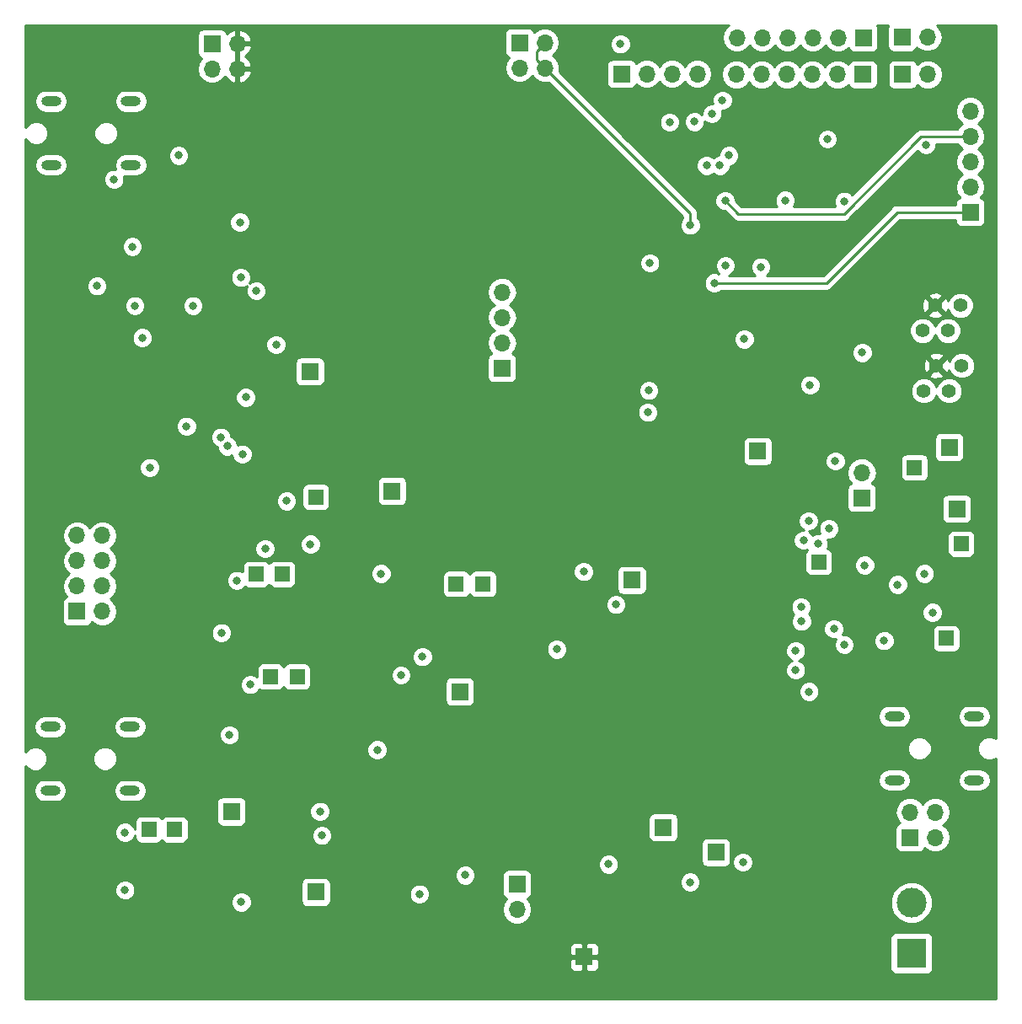
<source format=gbr>
G04 #@! TF.GenerationSoftware,KiCad,Pcbnew,(5.0.2)-1*
G04 #@! TF.CreationDate,2019-08-15T12:32:10+02:00*
G04 #@! TF.ProjectId,ADS1298_FINAL,41445331-3239-4385-9f46-494e414c2e6b,rev?*
G04 #@! TF.SameCoordinates,Original*
G04 #@! TF.FileFunction,Copper,L3,Inr*
G04 #@! TF.FilePolarity,Positive*
%FSLAX46Y46*%
G04 Gerber Fmt 4.6, Leading zero omitted, Abs format (unit mm)*
G04 Created by KiCad (PCBNEW (5.0.2)-1) date 15-8-2019 12:32:10*
%MOMM*%
%LPD*%
G01*
G04 APERTURE LIST*
G04 #@! TA.AperFunction,ViaPad*
%ADD10O,1.700000X1.700000*%
G04 #@! TD*
G04 #@! TA.AperFunction,ViaPad*
%ADD11R,1.700000X1.700000*%
G04 #@! TD*
G04 #@! TA.AperFunction,ViaPad*
%ADD12R,3.000000X3.000000*%
G04 #@! TD*
G04 #@! TA.AperFunction,ViaPad*
%ADD13C,3.000000*%
G04 #@! TD*
G04 #@! TA.AperFunction,ViaPad*
%ADD14R,1.500000X1.500000*%
G04 #@! TD*
G04 #@! TA.AperFunction,ViaPad*
%ADD15O,2.000000X1.000000*%
G04 #@! TD*
G04 #@! TA.AperFunction,ViaPad*
%ADD16C,1.400000*%
G04 #@! TD*
G04 #@! TA.AperFunction,ViaPad*
%ADD17C,0.800000*%
G04 #@! TD*
G04 #@! TA.AperFunction,Conductor*
%ADD18C,0.250000*%
G04 #@! TD*
G04 #@! TA.AperFunction,Conductor*
%ADD19C,0.254000*%
G04 #@! TD*
G04 APERTURE END LIST*
D10*
G04 #@! TO.N,AD-DC1*
G04 #@! TO.C,J5*
X105150000Y-66060000D03*
D11*
G04 #@! TO.N,FR1*
X105150000Y-68600000D03*
G04 #@! TD*
G04 #@! TO.N,REF_OUT_AD8232*
G04 #@! TO.C,J6*
X114700000Y-69700000D03*
G04 #@! TD*
G04 #@! TO.N,/sheet794AF31F/EMG_OUT*
G04 #@! TO.C,J7*
X113950000Y-63500000D03*
G04 #@! TD*
G04 #@! TO.N,Net-(J8-Pad1)*
G04 #@! TO.C,J8*
X49700000Y-55900000D03*
G04 #@! TD*
G04 #@! TO.N,Net-(C31-Pad2)*
G04 #@! TO.C,J9*
X57950000Y-67900000D03*
G04 #@! TD*
G04 #@! TO.N,Net-(C20-Pad2)*
G04 #@! TO.C,J10*
X64750000Y-88050000D03*
G04 #@! TD*
G04 #@! TO.N,Net-(J11-Pad1)*
G04 #@! TO.C,J11*
X82050000Y-76850000D03*
G04 #@! TD*
D10*
G04 #@! TO.N,RLD_REF1*
G04 #@! TO.C,J12*
X69000000Y-47930000D03*
G04 #@! TO.N,RLDINV*
X69000000Y-50470000D03*
G04 #@! TO.N,RLDIN1*
X69000000Y-53010000D03*
D11*
G04 #@! TO.N,RLDOUT1*
X69000000Y-55550000D03*
G04 #@! TD*
G04 #@! TO.N,OFFSET_AD8232*
G04 #@! TO.C,J13*
X94700000Y-63900000D03*
G04 #@! TD*
D12*
G04 #@! TO.N,+5V*
G04 #@! TO.C,J14*
X110150000Y-114330000D03*
D13*
G04 #@! TO.N,DGND*
X110150000Y-109250000D03*
G04 #@! TD*
D11*
G04 #@! TO.N,GPIO_4*
G04 #@! TO.C,J15*
X81000000Y-26000000D03*
D10*
G04 #@! TO.N,GPIO_3*
X83540000Y-26000000D03*
G04 #@! TO.N,GPIO_2*
X86080000Y-26000000D03*
G04 #@! TO.N,GPIO_1*
X88620000Y-26000000D03*
G04 #@! TD*
D11*
G04 #@! TO.N,START*
G04 #@! TO.C,J16*
X109250000Y-26050000D03*
D10*
G04 #@! TO.N,CLK*
X111790000Y-26050000D03*
G04 #@! TD*
D11*
G04 #@! TO.N,DGND*
G04 #@! TO.C,J17*
X105250000Y-26050000D03*
D10*
G04 #@! TO.N,DIN*
X102710000Y-26050000D03*
G04 #@! TO.N,CS*
X100170000Y-26050000D03*
G04 #@! TO.N,SCLK*
X97630000Y-26050000D03*
G04 #@! TO.N,DOUT*
X95090000Y-26050000D03*
G04 #@! TO.N,DRDY*
X92550000Y-26050000D03*
G04 #@! TD*
D11*
G04 #@! TO.N,CLKSEL*
G04 #@! TO.C,J18*
X116050000Y-39900000D03*
D10*
G04 #@! TO.N,PWDN*
X116050000Y-37360000D03*
G04 #@! TO.N,RESET*
X116050000Y-34820000D03*
G04 #@! TO.N,DAISY_CON_1*
X116050000Y-32280000D03*
G04 #@! TO.N,DGND*
X116050000Y-29740000D03*
G04 #@! TD*
D11*
G04 #@! TO.N,DGND*
G04 #@! TO.C,J19*
X39860000Y-22960000D03*
D10*
X39860000Y-25500000D03*
G04 #@! TO.N,AVSS*
X42400000Y-22960000D03*
X42400000Y-25500000D03*
G04 #@! TD*
G04 #@! TO.N,AVDD*
G04 #@! TO.C,J20*
X112540000Y-100160000D03*
X110000000Y-100160000D03*
G04 #@! TO.N,DGND*
X112540000Y-102700000D03*
D11*
X110000000Y-102700000D03*
G04 #@! TD*
G04 #@! TO.N,DGND*
G04 #@! TO.C,J21*
X70760000Y-22860000D03*
D10*
X70760000Y-25400000D03*
G04 #@! TO.N,DVDD*
X73300000Y-22860000D03*
X73300000Y-25400000D03*
G04 #@! TD*
D11*
G04 #@! TO.N,IN-5*
G04 #@! TO.C,J22*
X26300000Y-80000000D03*
D10*
G04 #@! TO.N,IN+5*
X28840000Y-80000000D03*
G04 #@! TO.N,IN-4*
X26300000Y-77460000D03*
G04 #@! TO.N,IN+4*
X28840000Y-77460000D03*
G04 #@! TO.N,IN-3*
X26300000Y-74920000D03*
G04 #@! TO.N,IN+3*
X28840000Y-74920000D03*
G04 #@! TO.N,IN-2*
X26300000Y-72380000D03*
G04 #@! TO.N,IN+2*
X28840000Y-72380000D03*
G04 #@! TD*
D11*
G04 #@! TO.N,DVDD*
G04 #@! TO.C,J23*
X85200000Y-101700000D03*
G04 #@! TD*
G04 #@! TO.N,AVDD*
G04 #@! TO.C,J24*
X90500000Y-104200000D03*
G04 #@! TD*
G04 #@! TO.N,AVSS*
G04 #@! TO.C,J25*
X77250000Y-114700000D03*
G04 #@! TD*
D14*
G04 #@! TO.N,Net-(JP16-Pad1)*
G04 #@! TO.C,TP1*
X45750000Y-86550000D03*
G04 #@! TD*
G04 #@! TO.N,Net-(JP17-Pad1)*
G04 #@! TO.C,TP2*
X44300000Y-76250000D03*
G04 #@! TD*
G04 #@! TO.N,Net-(JP16-Pad2)*
G04 #@! TO.C,TP3*
X48400000Y-86550000D03*
G04 #@! TD*
G04 #@! TO.N,Net-(JP17-Pad2)*
G04 #@! TO.C,TP4*
X46900000Y-76250000D03*
G04 #@! TD*
G04 #@! TO.N,Net-(C28-Pad2)*
G04 #@! TO.C,TP5*
X50300000Y-68500000D03*
G04 #@! TD*
G04 #@! TO.N,Net-(C22-Pad2)*
G04 #@! TO.C,TP6*
X64400000Y-77250000D03*
G04 #@! TD*
G04 #@! TO.N,Net-(C32-Pad1)*
G04 #@! TO.C,TP7*
X67100000Y-77250000D03*
G04 #@! TD*
G04 #@! TO.N,Net-(C73-Pad1)*
G04 #@! TO.C,TP10*
X113650000Y-82700000D03*
G04 #@! TD*
G04 #@! TO.N,Net-(JP27-Pad1)*
G04 #@! TO.C,TP11*
X115150000Y-73200000D03*
G04 #@! TD*
G04 #@! TO.N,/sheet794AF31F/EMG_OUT*
G04 #@! TO.C,TP12*
X110450000Y-65550000D03*
G04 #@! TD*
G04 #@! TO.N,Net-(JP28-Pad1)*
G04 #@! TO.C,TP13*
X100850000Y-75050000D03*
G04 #@! TD*
D15*
G04 #@! TO.N,Net-(J1-Pad3)*
G04 #@! TO.C,J1*
X31700000Y-28750000D03*
G04 #@! TO.N,Net-(J1-Pad2)*
X23700000Y-28750000D03*
G04 #@! TO.N,Net-(J1-Pad1)*
X31700000Y-35150000D03*
G04 #@! TO.N,Net-(J1-Pad2)*
X23700000Y-35150000D03*
G04 #@! TD*
G04 #@! TO.N,IN+8*
G04 #@! TO.C,J2*
X116450000Y-90550000D03*
G04 #@! TO.N,Net-(J2-Pad1)*
X108450000Y-90550000D03*
G04 #@! TO.N,IN+8*
X116450000Y-96950000D03*
G04 #@! TO.N,IN-8*
X108450000Y-96950000D03*
G04 #@! TD*
D16*
G04 #@! TO.N,AVDD*
G04 #@! TO.C,J3*
X115070000Y-49260000D03*
G04 #@! TO.N,DGND*
X113800000Y-51800000D03*
G04 #@! TO.N,AVSS*
X112530000Y-49260000D03*
G04 #@! TO.N,IN7*
X111260000Y-51800000D03*
G04 #@! TD*
G04 #@! TO.N,IN6*
G04 #@! TO.C,J4*
X111390000Y-57840000D03*
G04 #@! TO.N,AVSS*
X112660000Y-55300000D03*
G04 #@! TO.N,DGND*
X113930000Y-57840000D03*
G04 #@! TO.N,AVDD*
X115200000Y-55300000D03*
G04 #@! TD*
D11*
G04 #@! TO.N,START*
G04 #@! TO.C,J26*
X109210000Y-22300000D03*
D10*
G04 #@! TO.N,CLK*
X111750000Y-22300000D03*
G04 #@! TD*
D11*
G04 #@! TO.N,DGND*
G04 #@! TO.C,J27*
X105300000Y-22350000D03*
D10*
G04 #@! TO.N,DIN*
X102760000Y-22350000D03*
G04 #@! TO.N,CS*
X100220000Y-22350000D03*
G04 #@! TO.N,SCLK*
X97680000Y-22350000D03*
G04 #@! TO.N,DOUT*
X95140000Y-22350000D03*
G04 #@! TO.N,DRDY*
X92600000Y-22350000D03*
G04 #@! TD*
D11*
G04 #@! TO.N,Net-(C62-Pad2)*
G04 #@! TO.C,J28*
X41800000Y-100100000D03*
G04 #@! TD*
D15*
G04 #@! TO.N,IN-9*
G04 #@! TO.C,J29*
X31600000Y-91600000D03*
G04 #@! TO.N,IN+9*
X23600000Y-91600000D03*
G04 #@! TO.N,DGND*
X31600000Y-98000000D03*
G04 #@! TO.N,IN+9*
X23600000Y-98000000D03*
G04 #@! TD*
D11*
G04 #@! TO.N,Net-(C79-Pad1)*
G04 #@! TO.C,J30*
X70500000Y-107400000D03*
D10*
G04 #@! TO.N,Net-(C79-Pad2)*
X70500000Y-109940000D03*
G04 #@! TD*
D14*
G04 #@! TO.N,Net-(JP25-Pad1)*
G04 #@! TO.C,TP15*
X33500000Y-101900000D03*
G04 #@! TD*
G04 #@! TO.N,Net-(JP25-Pad2)*
G04 #@! TO.C,TP16*
X36100000Y-101900000D03*
G04 #@! TD*
D11*
G04 #@! TO.N,Net-(J31-Pad1)*
G04 #@! TO.C,J31*
X50300000Y-108200000D03*
G04 #@! TD*
D17*
G04 #@! TO.N,IN1P*
X83650000Y-60000000D03*
X31850000Y-43350000D03*
G04 #@! TO.N,AVSS*
X35600000Y-82100000D03*
X38700000Y-73700000D03*
X37475000Y-57700000D03*
X35400000Y-91900000D03*
X55050000Y-81400000D03*
X56550000Y-92050000D03*
X32650000Y-50950000D03*
X38650000Y-47500000D03*
X31600000Y-45600000D03*
X27500000Y-55600000D03*
X88100000Y-49475000D03*
X77950000Y-49350000D03*
X84750000Y-55450000D03*
X89250000Y-47700004D03*
X105200000Y-52100000D03*
X104900000Y-48150000D03*
X74500000Y-81750000D03*
X42900000Y-107300000D03*
X25000000Y-109400000D03*
G04 #@! TO.N,IN1N*
X83750000Y-57800000D03*
X32100000Y-49300000D03*
G04 #@! TO.N,DGND*
X105450000Y-75350000D03*
X102500000Y-64900000D03*
X40800000Y-82150000D03*
X45200000Y-73700000D03*
X43250000Y-58500000D03*
X41600000Y-92400000D03*
X99850000Y-88050000D03*
X56450000Y-93900000D03*
X74500000Y-83800000D03*
X77200000Y-76000000D03*
X61000000Y-84550000D03*
X49750000Y-73250000D03*
X32850000Y-52500000D03*
X36500000Y-34200000D03*
X37300000Y-61400000D03*
X93350000Y-52650000D03*
X80900000Y-23000000D03*
X95000000Y-45400000D03*
X103400000Y-38800000D03*
X99950000Y-57250000D03*
X42650000Y-40900000D03*
X42800000Y-109200000D03*
X65300000Y-106500000D03*
X31100000Y-108000000D03*
X50700000Y-100100000D03*
X79700000Y-105400000D03*
X87900000Y-107200000D03*
X93200000Y-105200000D03*
G04 #@! TO.N,AVDD*
X47350000Y-68900000D03*
X40750000Y-62500000D03*
X43700000Y-87350000D03*
X42350000Y-76900000D03*
X56850000Y-76200000D03*
X80450000Y-79300000D03*
X58850000Y-86400000D03*
X42750000Y-46450000D03*
X37950000Y-49300000D03*
X30000000Y-36600000D03*
X28300000Y-47300000D03*
X46300000Y-53200000D03*
X105200000Y-54000000D03*
X50900000Y-102500000D03*
X31100000Y-102200000D03*
G04 #@! TO.N,Net-(C8-Pad1)*
X42900000Y-64200000D03*
X33600000Y-65550000D03*
G04 #@! TO.N,RLD1*
X41400000Y-63400000D03*
X44300000Y-47800000D03*
G04 #@! TO.N,/sheet794AF31F/3V_IN*
X98500000Y-85900000D03*
X99800000Y-70900000D03*
G04 #@! TO.N,DVDD*
X83850000Y-45000000D03*
X101700000Y-32550000D03*
X111600000Y-33150000D03*
X87925000Y-41200000D03*
G04 #@! TO.N,REF_OUT_AD8232*
X111450000Y-76200000D03*
X99300000Y-72850000D03*
X102350000Y-81750000D03*
G04 #@! TO.N,Net-(C72-Pad1)*
X100750000Y-73200000D03*
X101850000Y-71700000D03*
G04 #@! TO.N,Net-(C73-Pad1)*
X99100000Y-81000000D03*
X112250000Y-80100000D03*
G04 #@! TO.N,DIN*
X97450000Y-38700000D03*
G04 #@! TO.N,DAISY_CON_1*
X91425000Y-38750000D03*
G04 #@! TO.N,GPIO_1*
X91150000Y-28650000D03*
X91450000Y-45250000D03*
G04 #@! TO.N,GPIO_2*
X90100010Y-30020010D03*
X91800000Y-34200000D03*
G04 #@! TO.N,GPIO_3*
X88340000Y-30800000D03*
X90900000Y-35200000D03*
G04 #@! TO.N,GPIO_4*
X85850000Y-30850000D03*
X89550000Y-35200000D03*
G04 #@! TO.N,CLKSEL*
X90337429Y-46997803D03*
G04 #@! TO.N,Net-(JP26-Pad2)*
X98500000Y-83950000D03*
G04 #@! TO.N,Net-(JP29-Pad2)*
X108750000Y-77300000D03*
X108750000Y-77300000D03*
X99050000Y-79550000D03*
G04 #@! TO.N,IN+8*
X107400000Y-82950000D03*
G04 #@! TO.N,IN-8*
X103400000Y-83350000D03*
G04 #@! TO.N,Net-(C76-Pad1)*
X60700000Y-108400000D03*
G04 #@! TD*
D18*
G04 #@! TO.N,DVDD*
X87925000Y-40025000D02*
X73300000Y-25400000D01*
X87925000Y-41200000D02*
X87925000Y-40025000D01*
X72450001Y-24550001D02*
X73300000Y-25400000D01*
X72450001Y-23709999D02*
X72450001Y-24550001D01*
X73300000Y-22860000D02*
X72450001Y-23709999D01*
G04 #@! TO.N,DAISY_CON_1*
X91425000Y-38750000D02*
X92725000Y-40050000D01*
X92725000Y-40050000D02*
X103350000Y-40050000D01*
X111120000Y-32280000D02*
X116050000Y-32280000D01*
X103350000Y-40050000D02*
X111120000Y-32280000D01*
G04 #@! TO.N,CLKSEL*
X116050000Y-39900000D02*
X108700000Y-39900000D01*
X101602197Y-46997803D02*
X90337429Y-46997803D01*
X108700000Y-39900000D02*
X101602197Y-46997803D01*
G04 #@! TD*
D19*
G04 #@! TO.N,AVSS*
G36*
X91529375Y-21279375D02*
X91201161Y-21770582D01*
X91085908Y-22350000D01*
X91201161Y-22929418D01*
X91529375Y-23420625D01*
X92020582Y-23748839D01*
X92453744Y-23835000D01*
X92746256Y-23835000D01*
X93179418Y-23748839D01*
X93670625Y-23420625D01*
X93870000Y-23122239D01*
X94069375Y-23420625D01*
X94560582Y-23748839D01*
X94993744Y-23835000D01*
X95286256Y-23835000D01*
X95719418Y-23748839D01*
X96210625Y-23420625D01*
X96410000Y-23122239D01*
X96609375Y-23420625D01*
X97100582Y-23748839D01*
X97533744Y-23835000D01*
X97826256Y-23835000D01*
X98259418Y-23748839D01*
X98750625Y-23420625D01*
X98950000Y-23122239D01*
X99149375Y-23420625D01*
X99640582Y-23748839D01*
X100073744Y-23835000D01*
X100366256Y-23835000D01*
X100799418Y-23748839D01*
X101290625Y-23420625D01*
X101490000Y-23122239D01*
X101689375Y-23420625D01*
X102180582Y-23748839D01*
X102613744Y-23835000D01*
X102906256Y-23835000D01*
X103339418Y-23748839D01*
X103830625Y-23420625D01*
X103842816Y-23402381D01*
X103851843Y-23447765D01*
X103992191Y-23657809D01*
X104202235Y-23798157D01*
X104450000Y-23847440D01*
X106150000Y-23847440D01*
X106397765Y-23798157D01*
X106607809Y-23657809D01*
X106748157Y-23447765D01*
X106797440Y-23200000D01*
X106797440Y-21500000D01*
X106748157Y-21252235D01*
X106664477Y-21127000D01*
X107812114Y-21127000D01*
X107761843Y-21202235D01*
X107712560Y-21450000D01*
X107712560Y-23150000D01*
X107761843Y-23397765D01*
X107902191Y-23607809D01*
X108112235Y-23748157D01*
X108360000Y-23797440D01*
X110060000Y-23797440D01*
X110307765Y-23748157D01*
X110517809Y-23607809D01*
X110658157Y-23397765D01*
X110667184Y-23352381D01*
X110679375Y-23370625D01*
X111170582Y-23698839D01*
X111603744Y-23785000D01*
X111896256Y-23785000D01*
X112329418Y-23698839D01*
X112820625Y-23370625D01*
X113148839Y-22879418D01*
X113264092Y-22300000D01*
X113148839Y-21720582D01*
X112820625Y-21229375D01*
X112667410Y-21127000D01*
X118665000Y-21127000D01*
X118665001Y-92753803D01*
X118635410Y-92724212D01*
X118190684Y-92540000D01*
X117709316Y-92540000D01*
X117264590Y-92724212D01*
X116924212Y-93064590D01*
X116740000Y-93509316D01*
X116740000Y-93990684D01*
X116924212Y-94435410D01*
X117264590Y-94775788D01*
X117709316Y-94960000D01*
X118190684Y-94960000D01*
X118635410Y-94775788D01*
X118665001Y-94746197D01*
X118665001Y-118873000D01*
X21127000Y-118873000D01*
X21127000Y-114985750D01*
X75765000Y-114985750D01*
X75765000Y-115676310D01*
X75861673Y-115909699D01*
X76040302Y-116088327D01*
X76273691Y-116185000D01*
X76964250Y-116185000D01*
X77123000Y-116026250D01*
X77123000Y-114827000D01*
X77377000Y-114827000D01*
X77377000Y-116026250D01*
X77535750Y-116185000D01*
X78226309Y-116185000D01*
X78459698Y-116088327D01*
X78638327Y-115909699D01*
X78735000Y-115676310D01*
X78735000Y-114985750D01*
X78576250Y-114827000D01*
X77377000Y-114827000D01*
X77123000Y-114827000D01*
X75923750Y-114827000D01*
X75765000Y-114985750D01*
X21127000Y-114985750D01*
X21127000Y-113723690D01*
X75765000Y-113723690D01*
X75765000Y-114414250D01*
X75923750Y-114573000D01*
X77123000Y-114573000D01*
X77123000Y-113373750D01*
X77377000Y-113373750D01*
X77377000Y-114573000D01*
X78576250Y-114573000D01*
X78735000Y-114414250D01*
X78735000Y-113723690D01*
X78638327Y-113490301D01*
X78459698Y-113311673D01*
X78226309Y-113215000D01*
X77535750Y-113215000D01*
X77377000Y-113373750D01*
X77123000Y-113373750D01*
X76964250Y-113215000D01*
X76273691Y-113215000D01*
X76040302Y-113311673D01*
X75861673Y-113490301D01*
X75765000Y-113723690D01*
X21127000Y-113723690D01*
X21127000Y-112830000D01*
X108002560Y-112830000D01*
X108002560Y-115830000D01*
X108051843Y-116077765D01*
X108192191Y-116287809D01*
X108402235Y-116428157D01*
X108650000Y-116477440D01*
X111650000Y-116477440D01*
X111897765Y-116428157D01*
X112107809Y-116287809D01*
X112248157Y-116077765D01*
X112297440Y-115830000D01*
X112297440Y-112830000D01*
X112248157Y-112582235D01*
X112107809Y-112372191D01*
X111897765Y-112231843D01*
X111650000Y-112182560D01*
X108650000Y-112182560D01*
X108402235Y-112231843D01*
X108192191Y-112372191D01*
X108051843Y-112582235D01*
X108002560Y-112830000D01*
X21127000Y-112830000D01*
X21127000Y-107794126D01*
X30065000Y-107794126D01*
X30065000Y-108205874D01*
X30222569Y-108586280D01*
X30513720Y-108877431D01*
X30894126Y-109035000D01*
X31305874Y-109035000D01*
X31404552Y-108994126D01*
X41765000Y-108994126D01*
X41765000Y-109405874D01*
X41922569Y-109786280D01*
X42213720Y-110077431D01*
X42594126Y-110235000D01*
X43005874Y-110235000D01*
X43386280Y-110077431D01*
X43523711Y-109940000D01*
X68985908Y-109940000D01*
X69101161Y-110519418D01*
X69429375Y-111010625D01*
X69920582Y-111338839D01*
X70353744Y-111425000D01*
X70646256Y-111425000D01*
X71079418Y-111338839D01*
X71570625Y-111010625D01*
X71898839Y-110519418D01*
X72014092Y-109940000D01*
X71898839Y-109360582D01*
X71570625Y-108869375D01*
X71552381Y-108857184D01*
X71597765Y-108848157D01*
X71631939Y-108825322D01*
X108015000Y-108825322D01*
X108015000Y-109674678D01*
X108340034Y-110459380D01*
X108940620Y-111059966D01*
X109725322Y-111385000D01*
X110574678Y-111385000D01*
X111359380Y-111059966D01*
X111959966Y-110459380D01*
X112285000Y-109674678D01*
X112285000Y-108825322D01*
X111959966Y-108040620D01*
X111359380Y-107440034D01*
X110574678Y-107115000D01*
X109725322Y-107115000D01*
X108940620Y-107440034D01*
X108340034Y-108040620D01*
X108015000Y-108825322D01*
X71631939Y-108825322D01*
X71807809Y-108707809D01*
X71948157Y-108497765D01*
X71997440Y-108250000D01*
X71997440Y-106994126D01*
X86865000Y-106994126D01*
X86865000Y-107405874D01*
X87022569Y-107786280D01*
X87313720Y-108077431D01*
X87694126Y-108235000D01*
X88105874Y-108235000D01*
X88486280Y-108077431D01*
X88777431Y-107786280D01*
X88935000Y-107405874D01*
X88935000Y-106994126D01*
X88777431Y-106613720D01*
X88486280Y-106322569D01*
X88105874Y-106165000D01*
X87694126Y-106165000D01*
X87313720Y-106322569D01*
X87022569Y-106613720D01*
X86865000Y-106994126D01*
X71997440Y-106994126D01*
X71997440Y-106550000D01*
X71948157Y-106302235D01*
X71807809Y-106092191D01*
X71597765Y-105951843D01*
X71350000Y-105902560D01*
X69650000Y-105902560D01*
X69402235Y-105951843D01*
X69192191Y-106092191D01*
X69051843Y-106302235D01*
X69002560Y-106550000D01*
X69002560Y-108250000D01*
X69051843Y-108497765D01*
X69192191Y-108707809D01*
X69402235Y-108848157D01*
X69447619Y-108857184D01*
X69429375Y-108869375D01*
X69101161Y-109360582D01*
X68985908Y-109940000D01*
X43523711Y-109940000D01*
X43677431Y-109786280D01*
X43835000Y-109405874D01*
X43835000Y-108994126D01*
X43677431Y-108613720D01*
X43386280Y-108322569D01*
X43005874Y-108165000D01*
X42594126Y-108165000D01*
X42213720Y-108322569D01*
X41922569Y-108613720D01*
X41765000Y-108994126D01*
X31404552Y-108994126D01*
X31686280Y-108877431D01*
X31977431Y-108586280D01*
X32135000Y-108205874D01*
X32135000Y-107794126D01*
X31977431Y-107413720D01*
X31913711Y-107350000D01*
X48802560Y-107350000D01*
X48802560Y-109050000D01*
X48851843Y-109297765D01*
X48992191Y-109507809D01*
X49202235Y-109648157D01*
X49450000Y-109697440D01*
X51150000Y-109697440D01*
X51397765Y-109648157D01*
X51607809Y-109507809D01*
X51748157Y-109297765D01*
X51797440Y-109050000D01*
X51797440Y-108194126D01*
X59665000Y-108194126D01*
X59665000Y-108605874D01*
X59822569Y-108986280D01*
X60113720Y-109277431D01*
X60494126Y-109435000D01*
X60905874Y-109435000D01*
X61286280Y-109277431D01*
X61577431Y-108986280D01*
X61735000Y-108605874D01*
X61735000Y-108194126D01*
X61577431Y-107813720D01*
X61286280Y-107522569D01*
X60905874Y-107365000D01*
X60494126Y-107365000D01*
X60113720Y-107522569D01*
X59822569Y-107813720D01*
X59665000Y-108194126D01*
X51797440Y-108194126D01*
X51797440Y-107350000D01*
X51748157Y-107102235D01*
X51607809Y-106892191D01*
X51397765Y-106751843D01*
X51150000Y-106702560D01*
X49450000Y-106702560D01*
X49202235Y-106751843D01*
X48992191Y-106892191D01*
X48851843Y-107102235D01*
X48802560Y-107350000D01*
X31913711Y-107350000D01*
X31686280Y-107122569D01*
X31305874Y-106965000D01*
X30894126Y-106965000D01*
X30513720Y-107122569D01*
X30222569Y-107413720D01*
X30065000Y-107794126D01*
X21127000Y-107794126D01*
X21127000Y-106294126D01*
X64265000Y-106294126D01*
X64265000Y-106705874D01*
X64422569Y-107086280D01*
X64713720Y-107377431D01*
X65094126Y-107535000D01*
X65505874Y-107535000D01*
X65886280Y-107377431D01*
X66177431Y-107086280D01*
X66335000Y-106705874D01*
X66335000Y-106294126D01*
X66177431Y-105913720D01*
X65886280Y-105622569D01*
X65505874Y-105465000D01*
X65094126Y-105465000D01*
X64713720Y-105622569D01*
X64422569Y-105913720D01*
X64265000Y-106294126D01*
X21127000Y-106294126D01*
X21127000Y-105194126D01*
X78665000Y-105194126D01*
X78665000Y-105605874D01*
X78822569Y-105986280D01*
X79113720Y-106277431D01*
X79494126Y-106435000D01*
X79905874Y-106435000D01*
X80286280Y-106277431D01*
X80577431Y-105986280D01*
X80735000Y-105605874D01*
X80735000Y-105194126D01*
X80577431Y-104813720D01*
X80286280Y-104522569D01*
X79905874Y-104365000D01*
X79494126Y-104365000D01*
X79113720Y-104522569D01*
X78822569Y-104813720D01*
X78665000Y-105194126D01*
X21127000Y-105194126D01*
X21127000Y-101994126D01*
X30065000Y-101994126D01*
X30065000Y-102405874D01*
X30222569Y-102786280D01*
X30513720Y-103077431D01*
X30894126Y-103235000D01*
X31305874Y-103235000D01*
X31686280Y-103077431D01*
X31977431Y-102786280D01*
X32102560Y-102484191D01*
X32102560Y-102650000D01*
X32151843Y-102897765D01*
X32292191Y-103107809D01*
X32502235Y-103248157D01*
X32750000Y-103297440D01*
X34250000Y-103297440D01*
X34497765Y-103248157D01*
X34707809Y-103107809D01*
X34800000Y-102969836D01*
X34892191Y-103107809D01*
X35102235Y-103248157D01*
X35350000Y-103297440D01*
X36850000Y-103297440D01*
X37097765Y-103248157D01*
X37307809Y-103107809D01*
X37448157Y-102897765D01*
X37497440Y-102650000D01*
X37497440Y-102294126D01*
X49865000Y-102294126D01*
X49865000Y-102705874D01*
X50022569Y-103086280D01*
X50313720Y-103377431D01*
X50694126Y-103535000D01*
X51105874Y-103535000D01*
X51486280Y-103377431D01*
X51513711Y-103350000D01*
X89002560Y-103350000D01*
X89002560Y-105050000D01*
X89051843Y-105297765D01*
X89192191Y-105507809D01*
X89402235Y-105648157D01*
X89650000Y-105697440D01*
X91350000Y-105697440D01*
X91597765Y-105648157D01*
X91807809Y-105507809D01*
X91948157Y-105297765D01*
X91997440Y-105050000D01*
X91997440Y-104994126D01*
X92165000Y-104994126D01*
X92165000Y-105405874D01*
X92322569Y-105786280D01*
X92613720Y-106077431D01*
X92994126Y-106235000D01*
X93405874Y-106235000D01*
X93786280Y-106077431D01*
X94077431Y-105786280D01*
X94235000Y-105405874D01*
X94235000Y-104994126D01*
X94077431Y-104613720D01*
X93786280Y-104322569D01*
X93405874Y-104165000D01*
X92994126Y-104165000D01*
X92613720Y-104322569D01*
X92322569Y-104613720D01*
X92165000Y-104994126D01*
X91997440Y-104994126D01*
X91997440Y-103350000D01*
X91948157Y-103102235D01*
X91807809Y-102892191D01*
X91597765Y-102751843D01*
X91350000Y-102702560D01*
X89650000Y-102702560D01*
X89402235Y-102751843D01*
X89192191Y-102892191D01*
X89051843Y-103102235D01*
X89002560Y-103350000D01*
X51513711Y-103350000D01*
X51777431Y-103086280D01*
X51935000Y-102705874D01*
X51935000Y-102294126D01*
X51777431Y-101913720D01*
X51486280Y-101622569D01*
X51105874Y-101465000D01*
X50694126Y-101465000D01*
X50313720Y-101622569D01*
X50022569Y-101913720D01*
X49865000Y-102294126D01*
X37497440Y-102294126D01*
X37497440Y-101150000D01*
X37448157Y-100902235D01*
X37307809Y-100692191D01*
X37097765Y-100551843D01*
X36850000Y-100502560D01*
X35350000Y-100502560D01*
X35102235Y-100551843D01*
X34892191Y-100692191D01*
X34800000Y-100830164D01*
X34707809Y-100692191D01*
X34497765Y-100551843D01*
X34250000Y-100502560D01*
X32750000Y-100502560D01*
X32502235Y-100551843D01*
X32292191Y-100692191D01*
X32151843Y-100902235D01*
X32102560Y-101150000D01*
X32102560Y-101915809D01*
X31977431Y-101613720D01*
X31686280Y-101322569D01*
X31305874Y-101165000D01*
X30894126Y-101165000D01*
X30513720Y-101322569D01*
X30222569Y-101613720D01*
X30065000Y-101994126D01*
X21127000Y-101994126D01*
X21127000Y-99250000D01*
X40302560Y-99250000D01*
X40302560Y-100950000D01*
X40351843Y-101197765D01*
X40492191Y-101407809D01*
X40702235Y-101548157D01*
X40950000Y-101597440D01*
X42650000Y-101597440D01*
X42897765Y-101548157D01*
X43107809Y-101407809D01*
X43248157Y-101197765D01*
X43297440Y-100950000D01*
X43297440Y-99894126D01*
X49665000Y-99894126D01*
X49665000Y-100305874D01*
X49822569Y-100686280D01*
X50113720Y-100977431D01*
X50494126Y-101135000D01*
X50905874Y-101135000D01*
X51286280Y-100977431D01*
X51413711Y-100850000D01*
X83702560Y-100850000D01*
X83702560Y-102550000D01*
X83751843Y-102797765D01*
X83892191Y-103007809D01*
X84102235Y-103148157D01*
X84350000Y-103197440D01*
X86050000Y-103197440D01*
X86297765Y-103148157D01*
X86507809Y-103007809D01*
X86648157Y-102797765D01*
X86697440Y-102550000D01*
X86697440Y-100850000D01*
X86648157Y-100602235D01*
X86507809Y-100392191D01*
X86297765Y-100251843D01*
X86050000Y-100202560D01*
X84350000Y-100202560D01*
X84102235Y-100251843D01*
X83892191Y-100392191D01*
X83751843Y-100602235D01*
X83702560Y-100850000D01*
X51413711Y-100850000D01*
X51577431Y-100686280D01*
X51735000Y-100305874D01*
X51735000Y-100160000D01*
X108485908Y-100160000D01*
X108601161Y-100739418D01*
X108929375Y-101230625D01*
X108947619Y-101242816D01*
X108902235Y-101251843D01*
X108692191Y-101392191D01*
X108551843Y-101602235D01*
X108502560Y-101850000D01*
X108502560Y-103550000D01*
X108551843Y-103797765D01*
X108692191Y-104007809D01*
X108902235Y-104148157D01*
X109150000Y-104197440D01*
X110850000Y-104197440D01*
X111097765Y-104148157D01*
X111307809Y-104007809D01*
X111448157Y-103797765D01*
X111457184Y-103752381D01*
X111469375Y-103770625D01*
X111960582Y-104098839D01*
X112393744Y-104185000D01*
X112686256Y-104185000D01*
X113119418Y-104098839D01*
X113610625Y-103770625D01*
X113938839Y-103279418D01*
X114054092Y-102700000D01*
X113938839Y-102120582D01*
X113610625Y-101629375D01*
X113312239Y-101430000D01*
X113610625Y-101230625D01*
X113938839Y-100739418D01*
X114054092Y-100160000D01*
X113938839Y-99580582D01*
X113610625Y-99089375D01*
X113119418Y-98761161D01*
X112686256Y-98675000D01*
X112393744Y-98675000D01*
X111960582Y-98761161D01*
X111469375Y-99089375D01*
X111270000Y-99387761D01*
X111070625Y-99089375D01*
X110579418Y-98761161D01*
X110146256Y-98675000D01*
X109853744Y-98675000D01*
X109420582Y-98761161D01*
X108929375Y-99089375D01*
X108601161Y-99580582D01*
X108485908Y-100160000D01*
X51735000Y-100160000D01*
X51735000Y-99894126D01*
X51577431Y-99513720D01*
X51286280Y-99222569D01*
X50905874Y-99065000D01*
X50494126Y-99065000D01*
X50113720Y-99222569D01*
X49822569Y-99513720D01*
X49665000Y-99894126D01*
X43297440Y-99894126D01*
X43297440Y-99250000D01*
X43248157Y-99002235D01*
X43107809Y-98792191D01*
X42897765Y-98651843D01*
X42650000Y-98602560D01*
X40950000Y-98602560D01*
X40702235Y-98651843D01*
X40492191Y-98792191D01*
X40351843Y-99002235D01*
X40302560Y-99250000D01*
X21127000Y-99250000D01*
X21127000Y-98000000D01*
X21942765Y-98000000D01*
X22030854Y-98442855D01*
X22281711Y-98818289D01*
X22657145Y-99069146D01*
X22988217Y-99135000D01*
X24211783Y-99135000D01*
X24542855Y-99069146D01*
X24918289Y-98818289D01*
X25169146Y-98442855D01*
X25257235Y-98000000D01*
X29942765Y-98000000D01*
X30030854Y-98442855D01*
X30281711Y-98818289D01*
X30657145Y-99069146D01*
X30988217Y-99135000D01*
X32211783Y-99135000D01*
X32542855Y-99069146D01*
X32918289Y-98818289D01*
X33169146Y-98442855D01*
X33257235Y-98000000D01*
X33169146Y-97557145D01*
X32918289Y-97181711D01*
X32571510Y-96950000D01*
X106792765Y-96950000D01*
X106880854Y-97392855D01*
X107131711Y-97768289D01*
X107507145Y-98019146D01*
X107838217Y-98085000D01*
X109061783Y-98085000D01*
X109392855Y-98019146D01*
X109768289Y-97768289D01*
X110019146Y-97392855D01*
X110107235Y-96950000D01*
X114792765Y-96950000D01*
X114880854Y-97392855D01*
X115131711Y-97768289D01*
X115507145Y-98019146D01*
X115838217Y-98085000D01*
X117061783Y-98085000D01*
X117392855Y-98019146D01*
X117768289Y-97768289D01*
X118019146Y-97392855D01*
X118107235Y-96950000D01*
X118019146Y-96507145D01*
X117768289Y-96131711D01*
X117392855Y-95880854D01*
X117061783Y-95815000D01*
X115838217Y-95815000D01*
X115507145Y-95880854D01*
X115131711Y-96131711D01*
X114880854Y-96507145D01*
X114792765Y-96950000D01*
X110107235Y-96950000D01*
X110019146Y-96507145D01*
X109768289Y-96131711D01*
X109392855Y-95880854D01*
X109061783Y-95815000D01*
X107838217Y-95815000D01*
X107507145Y-95880854D01*
X107131711Y-96131711D01*
X106880854Y-96507145D01*
X106792765Y-96950000D01*
X32571510Y-96950000D01*
X32542855Y-96930854D01*
X32211783Y-96865000D01*
X30988217Y-96865000D01*
X30657145Y-96930854D01*
X30281711Y-97181711D01*
X30030854Y-97557145D01*
X29942765Y-98000000D01*
X25257235Y-98000000D01*
X25169146Y-97557145D01*
X24918289Y-97181711D01*
X24542855Y-96930854D01*
X24211783Y-96865000D01*
X22988217Y-96865000D01*
X22657145Y-96930854D01*
X22281711Y-97181711D01*
X22030854Y-97557145D01*
X21942765Y-98000000D01*
X21127000Y-98000000D01*
X21127000Y-95538198D01*
X21414590Y-95825788D01*
X21859316Y-96010000D01*
X22340684Y-96010000D01*
X22785410Y-95825788D01*
X23125788Y-95485410D01*
X23310000Y-95040684D01*
X23310000Y-94559316D01*
X27890000Y-94559316D01*
X27890000Y-95040684D01*
X28074212Y-95485410D01*
X28414590Y-95825788D01*
X28859316Y-96010000D01*
X29340684Y-96010000D01*
X29785410Y-95825788D01*
X30125788Y-95485410D01*
X30310000Y-95040684D01*
X30310000Y-94559316D01*
X30125788Y-94114590D01*
X29785410Y-93774212D01*
X29592066Y-93694126D01*
X55415000Y-93694126D01*
X55415000Y-94105874D01*
X55572569Y-94486280D01*
X55863720Y-94777431D01*
X56244126Y-94935000D01*
X56655874Y-94935000D01*
X57036280Y-94777431D01*
X57327431Y-94486280D01*
X57485000Y-94105874D01*
X57485000Y-93694126D01*
X57408450Y-93509316D01*
X109740000Y-93509316D01*
X109740000Y-93990684D01*
X109924212Y-94435410D01*
X110264590Y-94775788D01*
X110709316Y-94960000D01*
X111190684Y-94960000D01*
X111635410Y-94775788D01*
X111975788Y-94435410D01*
X112160000Y-93990684D01*
X112160000Y-93509316D01*
X111975788Y-93064590D01*
X111635410Y-92724212D01*
X111190684Y-92540000D01*
X110709316Y-92540000D01*
X110264590Y-92724212D01*
X109924212Y-93064590D01*
X109740000Y-93509316D01*
X57408450Y-93509316D01*
X57327431Y-93313720D01*
X57036280Y-93022569D01*
X56655874Y-92865000D01*
X56244126Y-92865000D01*
X55863720Y-93022569D01*
X55572569Y-93313720D01*
X55415000Y-93694126D01*
X29592066Y-93694126D01*
X29340684Y-93590000D01*
X28859316Y-93590000D01*
X28414590Y-93774212D01*
X28074212Y-94114590D01*
X27890000Y-94559316D01*
X23310000Y-94559316D01*
X23125788Y-94114590D01*
X22785410Y-93774212D01*
X22340684Y-93590000D01*
X21859316Y-93590000D01*
X21414590Y-93774212D01*
X21127000Y-94061802D01*
X21127000Y-91600000D01*
X21942765Y-91600000D01*
X22030854Y-92042855D01*
X22281711Y-92418289D01*
X22657145Y-92669146D01*
X22988217Y-92735000D01*
X24211783Y-92735000D01*
X24542855Y-92669146D01*
X24918289Y-92418289D01*
X25169146Y-92042855D01*
X25257235Y-91600000D01*
X29942765Y-91600000D01*
X30030854Y-92042855D01*
X30281711Y-92418289D01*
X30657145Y-92669146D01*
X30988217Y-92735000D01*
X32211783Y-92735000D01*
X32542855Y-92669146D01*
X32918289Y-92418289D01*
X33068069Y-92194126D01*
X40565000Y-92194126D01*
X40565000Y-92605874D01*
X40722569Y-92986280D01*
X41013720Y-93277431D01*
X41394126Y-93435000D01*
X41805874Y-93435000D01*
X42186280Y-93277431D01*
X42477431Y-92986280D01*
X42635000Y-92605874D01*
X42635000Y-92194126D01*
X42477431Y-91813720D01*
X42186280Y-91522569D01*
X41805874Y-91365000D01*
X41394126Y-91365000D01*
X41013720Y-91522569D01*
X40722569Y-91813720D01*
X40565000Y-92194126D01*
X33068069Y-92194126D01*
X33169146Y-92042855D01*
X33257235Y-91600000D01*
X33169146Y-91157145D01*
X32918289Y-90781711D01*
X32571510Y-90550000D01*
X106792765Y-90550000D01*
X106880854Y-90992855D01*
X107131711Y-91368289D01*
X107507145Y-91619146D01*
X107838217Y-91685000D01*
X109061783Y-91685000D01*
X109392855Y-91619146D01*
X109768289Y-91368289D01*
X110019146Y-90992855D01*
X110107235Y-90550000D01*
X114792765Y-90550000D01*
X114880854Y-90992855D01*
X115131711Y-91368289D01*
X115507145Y-91619146D01*
X115838217Y-91685000D01*
X117061783Y-91685000D01*
X117392855Y-91619146D01*
X117768289Y-91368289D01*
X118019146Y-90992855D01*
X118107235Y-90550000D01*
X118019146Y-90107145D01*
X117768289Y-89731711D01*
X117392855Y-89480854D01*
X117061783Y-89415000D01*
X115838217Y-89415000D01*
X115507145Y-89480854D01*
X115131711Y-89731711D01*
X114880854Y-90107145D01*
X114792765Y-90550000D01*
X110107235Y-90550000D01*
X110019146Y-90107145D01*
X109768289Y-89731711D01*
X109392855Y-89480854D01*
X109061783Y-89415000D01*
X107838217Y-89415000D01*
X107507145Y-89480854D01*
X107131711Y-89731711D01*
X106880854Y-90107145D01*
X106792765Y-90550000D01*
X32571510Y-90550000D01*
X32542855Y-90530854D01*
X32211783Y-90465000D01*
X30988217Y-90465000D01*
X30657145Y-90530854D01*
X30281711Y-90781711D01*
X30030854Y-91157145D01*
X29942765Y-91600000D01*
X25257235Y-91600000D01*
X25169146Y-91157145D01*
X24918289Y-90781711D01*
X24542855Y-90530854D01*
X24211783Y-90465000D01*
X22988217Y-90465000D01*
X22657145Y-90530854D01*
X22281711Y-90781711D01*
X22030854Y-91157145D01*
X21942765Y-91600000D01*
X21127000Y-91600000D01*
X21127000Y-87144126D01*
X42665000Y-87144126D01*
X42665000Y-87555874D01*
X42822569Y-87936280D01*
X43113720Y-88227431D01*
X43494126Y-88385000D01*
X43905874Y-88385000D01*
X44286280Y-88227431D01*
X44577431Y-87936280D01*
X44627692Y-87814939D01*
X44752235Y-87898157D01*
X45000000Y-87947440D01*
X46500000Y-87947440D01*
X46747765Y-87898157D01*
X46957809Y-87757809D01*
X47075000Y-87582422D01*
X47192191Y-87757809D01*
X47402235Y-87898157D01*
X47650000Y-87947440D01*
X49150000Y-87947440D01*
X49397765Y-87898157D01*
X49607809Y-87757809D01*
X49748157Y-87547765D01*
X49797440Y-87300000D01*
X49797440Y-86194126D01*
X57815000Y-86194126D01*
X57815000Y-86605874D01*
X57972569Y-86986280D01*
X58263720Y-87277431D01*
X58644126Y-87435000D01*
X59055874Y-87435000D01*
X59436280Y-87277431D01*
X59513711Y-87200000D01*
X63252560Y-87200000D01*
X63252560Y-88900000D01*
X63301843Y-89147765D01*
X63442191Y-89357809D01*
X63652235Y-89498157D01*
X63900000Y-89547440D01*
X65600000Y-89547440D01*
X65847765Y-89498157D01*
X66057809Y-89357809D01*
X66198157Y-89147765D01*
X66247440Y-88900000D01*
X66247440Y-87844126D01*
X98815000Y-87844126D01*
X98815000Y-88255874D01*
X98972569Y-88636280D01*
X99263720Y-88927431D01*
X99644126Y-89085000D01*
X100055874Y-89085000D01*
X100436280Y-88927431D01*
X100727431Y-88636280D01*
X100885000Y-88255874D01*
X100885000Y-87844126D01*
X100727431Y-87463720D01*
X100436280Y-87172569D01*
X100055874Y-87015000D01*
X99644126Y-87015000D01*
X99263720Y-87172569D01*
X98972569Y-87463720D01*
X98815000Y-87844126D01*
X66247440Y-87844126D01*
X66247440Y-87200000D01*
X66198157Y-86952235D01*
X66057809Y-86742191D01*
X65847765Y-86601843D01*
X65600000Y-86552560D01*
X63900000Y-86552560D01*
X63652235Y-86601843D01*
X63442191Y-86742191D01*
X63301843Y-86952235D01*
X63252560Y-87200000D01*
X59513711Y-87200000D01*
X59727431Y-86986280D01*
X59885000Y-86605874D01*
X59885000Y-86194126D01*
X59727431Y-85813720D01*
X59436280Y-85522569D01*
X59055874Y-85365000D01*
X58644126Y-85365000D01*
X58263720Y-85522569D01*
X57972569Y-85813720D01*
X57815000Y-86194126D01*
X49797440Y-86194126D01*
X49797440Y-85800000D01*
X49748157Y-85552235D01*
X49607809Y-85342191D01*
X49397765Y-85201843D01*
X49150000Y-85152560D01*
X47650000Y-85152560D01*
X47402235Y-85201843D01*
X47192191Y-85342191D01*
X47075000Y-85517578D01*
X46957809Y-85342191D01*
X46747765Y-85201843D01*
X46500000Y-85152560D01*
X45000000Y-85152560D01*
X44752235Y-85201843D01*
X44542191Y-85342191D01*
X44401843Y-85552235D01*
X44352560Y-85800000D01*
X44352560Y-86538849D01*
X44286280Y-86472569D01*
X43905874Y-86315000D01*
X43494126Y-86315000D01*
X43113720Y-86472569D01*
X42822569Y-86763720D01*
X42665000Y-87144126D01*
X21127000Y-87144126D01*
X21127000Y-84344126D01*
X59965000Y-84344126D01*
X59965000Y-84755874D01*
X60122569Y-85136280D01*
X60413720Y-85427431D01*
X60794126Y-85585000D01*
X61205874Y-85585000D01*
X61586280Y-85427431D01*
X61877431Y-85136280D01*
X62035000Y-84755874D01*
X62035000Y-84344126D01*
X61877431Y-83963720D01*
X61586280Y-83672569D01*
X61396902Y-83594126D01*
X73465000Y-83594126D01*
X73465000Y-84005874D01*
X73622569Y-84386280D01*
X73913720Y-84677431D01*
X74294126Y-84835000D01*
X74705874Y-84835000D01*
X75086280Y-84677431D01*
X75377431Y-84386280D01*
X75535000Y-84005874D01*
X75535000Y-83744126D01*
X97465000Y-83744126D01*
X97465000Y-84155874D01*
X97622569Y-84536280D01*
X97913720Y-84827431D01*
X98149273Y-84925000D01*
X97913720Y-85022569D01*
X97622569Y-85313720D01*
X97465000Y-85694126D01*
X97465000Y-86105874D01*
X97622569Y-86486280D01*
X97913720Y-86777431D01*
X98294126Y-86935000D01*
X98705874Y-86935000D01*
X99086280Y-86777431D01*
X99377431Y-86486280D01*
X99535000Y-86105874D01*
X99535000Y-85694126D01*
X99377431Y-85313720D01*
X99086280Y-85022569D01*
X98850727Y-84925000D01*
X99086280Y-84827431D01*
X99377431Y-84536280D01*
X99535000Y-84155874D01*
X99535000Y-83744126D01*
X99377431Y-83363720D01*
X99086280Y-83072569D01*
X98705874Y-82915000D01*
X98294126Y-82915000D01*
X97913720Y-83072569D01*
X97622569Y-83363720D01*
X97465000Y-83744126D01*
X75535000Y-83744126D01*
X75535000Y-83594126D01*
X75377431Y-83213720D01*
X75086280Y-82922569D01*
X74705874Y-82765000D01*
X74294126Y-82765000D01*
X73913720Y-82922569D01*
X73622569Y-83213720D01*
X73465000Y-83594126D01*
X61396902Y-83594126D01*
X61205874Y-83515000D01*
X60794126Y-83515000D01*
X60413720Y-83672569D01*
X60122569Y-83963720D01*
X59965000Y-84344126D01*
X21127000Y-84344126D01*
X21127000Y-81944126D01*
X39765000Y-81944126D01*
X39765000Y-82355874D01*
X39922569Y-82736280D01*
X40213720Y-83027431D01*
X40594126Y-83185000D01*
X41005874Y-83185000D01*
X41386280Y-83027431D01*
X41677431Y-82736280D01*
X41835000Y-82355874D01*
X41835000Y-81944126D01*
X41677431Y-81563720D01*
X41386280Y-81272569D01*
X41005874Y-81115000D01*
X40594126Y-81115000D01*
X40213720Y-81272569D01*
X39922569Y-81563720D01*
X39765000Y-81944126D01*
X21127000Y-81944126D01*
X21127000Y-72380000D01*
X24785908Y-72380000D01*
X24901161Y-72959418D01*
X25229375Y-73450625D01*
X25527761Y-73650000D01*
X25229375Y-73849375D01*
X24901161Y-74340582D01*
X24785908Y-74920000D01*
X24901161Y-75499418D01*
X25229375Y-75990625D01*
X25527761Y-76190000D01*
X25229375Y-76389375D01*
X24901161Y-76880582D01*
X24785908Y-77460000D01*
X24901161Y-78039418D01*
X25229375Y-78530625D01*
X25247619Y-78542816D01*
X25202235Y-78551843D01*
X24992191Y-78692191D01*
X24851843Y-78902235D01*
X24802560Y-79150000D01*
X24802560Y-80850000D01*
X24851843Y-81097765D01*
X24992191Y-81307809D01*
X25202235Y-81448157D01*
X25450000Y-81497440D01*
X27150000Y-81497440D01*
X27397765Y-81448157D01*
X27607809Y-81307809D01*
X27748157Y-81097765D01*
X27757184Y-81052381D01*
X27769375Y-81070625D01*
X28260582Y-81398839D01*
X28693744Y-81485000D01*
X28986256Y-81485000D01*
X29419418Y-81398839D01*
X29910625Y-81070625D01*
X30238839Y-80579418D01*
X30354092Y-80000000D01*
X30238839Y-79420582D01*
X30020709Y-79094126D01*
X79415000Y-79094126D01*
X79415000Y-79505874D01*
X79572569Y-79886280D01*
X79863720Y-80177431D01*
X80244126Y-80335000D01*
X80655874Y-80335000D01*
X81036280Y-80177431D01*
X81327431Y-79886280D01*
X81485000Y-79505874D01*
X81485000Y-79344126D01*
X98015000Y-79344126D01*
X98015000Y-79755874D01*
X98172569Y-80136280D01*
X98336289Y-80300000D01*
X98222569Y-80413720D01*
X98065000Y-80794126D01*
X98065000Y-81205874D01*
X98222569Y-81586280D01*
X98513720Y-81877431D01*
X98894126Y-82035000D01*
X99305874Y-82035000D01*
X99686280Y-81877431D01*
X99977431Y-81586280D01*
X99994891Y-81544126D01*
X101315000Y-81544126D01*
X101315000Y-81955874D01*
X101472569Y-82336280D01*
X101763720Y-82627431D01*
X102144126Y-82785000D01*
X102513755Y-82785000D01*
X102365000Y-83144126D01*
X102365000Y-83555874D01*
X102522569Y-83936280D01*
X102813720Y-84227431D01*
X103194126Y-84385000D01*
X103605874Y-84385000D01*
X103986280Y-84227431D01*
X104277431Y-83936280D01*
X104435000Y-83555874D01*
X104435000Y-83144126D01*
X104277431Y-82763720D01*
X104257837Y-82744126D01*
X106365000Y-82744126D01*
X106365000Y-83155874D01*
X106522569Y-83536280D01*
X106813720Y-83827431D01*
X107194126Y-83985000D01*
X107605874Y-83985000D01*
X107986280Y-83827431D01*
X108277431Y-83536280D01*
X108435000Y-83155874D01*
X108435000Y-82744126D01*
X108277431Y-82363720D01*
X107986280Y-82072569D01*
X107690372Y-81950000D01*
X112252560Y-81950000D01*
X112252560Y-83450000D01*
X112301843Y-83697765D01*
X112442191Y-83907809D01*
X112652235Y-84048157D01*
X112900000Y-84097440D01*
X114400000Y-84097440D01*
X114647765Y-84048157D01*
X114857809Y-83907809D01*
X114998157Y-83697765D01*
X115047440Y-83450000D01*
X115047440Y-81950000D01*
X114998157Y-81702235D01*
X114857809Y-81492191D01*
X114647765Y-81351843D01*
X114400000Y-81302560D01*
X112900000Y-81302560D01*
X112652235Y-81351843D01*
X112442191Y-81492191D01*
X112301843Y-81702235D01*
X112252560Y-81950000D01*
X107690372Y-81950000D01*
X107605874Y-81915000D01*
X107194126Y-81915000D01*
X106813720Y-82072569D01*
X106522569Y-82363720D01*
X106365000Y-82744126D01*
X104257837Y-82744126D01*
X103986280Y-82472569D01*
X103605874Y-82315000D01*
X103236245Y-82315000D01*
X103385000Y-81955874D01*
X103385000Y-81544126D01*
X103227431Y-81163720D01*
X102936280Y-80872569D01*
X102555874Y-80715000D01*
X102144126Y-80715000D01*
X101763720Y-80872569D01*
X101472569Y-81163720D01*
X101315000Y-81544126D01*
X99994891Y-81544126D01*
X100135000Y-81205874D01*
X100135000Y-80794126D01*
X99977431Y-80413720D01*
X99813711Y-80250000D01*
X99927431Y-80136280D01*
X100027734Y-79894126D01*
X111215000Y-79894126D01*
X111215000Y-80305874D01*
X111372569Y-80686280D01*
X111663720Y-80977431D01*
X112044126Y-81135000D01*
X112455874Y-81135000D01*
X112836280Y-80977431D01*
X113127431Y-80686280D01*
X113285000Y-80305874D01*
X113285000Y-79894126D01*
X113127431Y-79513720D01*
X112836280Y-79222569D01*
X112455874Y-79065000D01*
X112044126Y-79065000D01*
X111663720Y-79222569D01*
X111372569Y-79513720D01*
X111215000Y-79894126D01*
X100027734Y-79894126D01*
X100085000Y-79755874D01*
X100085000Y-79344126D01*
X99927431Y-78963720D01*
X99636280Y-78672569D01*
X99255874Y-78515000D01*
X98844126Y-78515000D01*
X98463720Y-78672569D01*
X98172569Y-78963720D01*
X98015000Y-79344126D01*
X81485000Y-79344126D01*
X81485000Y-79094126D01*
X81327431Y-78713720D01*
X81036280Y-78422569D01*
X80655874Y-78265000D01*
X80244126Y-78265000D01*
X79863720Y-78422569D01*
X79572569Y-78713720D01*
X79415000Y-79094126D01*
X30020709Y-79094126D01*
X29910625Y-78929375D01*
X29612239Y-78730000D01*
X29910625Y-78530625D01*
X30238839Y-78039418D01*
X30354092Y-77460000D01*
X30238839Y-76880582D01*
X30114254Y-76694126D01*
X41315000Y-76694126D01*
X41315000Y-77105874D01*
X41472569Y-77486280D01*
X41763720Y-77777431D01*
X42144126Y-77935000D01*
X42555874Y-77935000D01*
X42936280Y-77777431D01*
X43190328Y-77523383D01*
X43302235Y-77598157D01*
X43550000Y-77647440D01*
X45050000Y-77647440D01*
X45297765Y-77598157D01*
X45507809Y-77457809D01*
X45600000Y-77319836D01*
X45692191Y-77457809D01*
X45902235Y-77598157D01*
X46150000Y-77647440D01*
X47650000Y-77647440D01*
X47897765Y-77598157D01*
X48107809Y-77457809D01*
X48248157Y-77247765D01*
X48297440Y-77000000D01*
X48297440Y-75994126D01*
X55815000Y-75994126D01*
X55815000Y-76405874D01*
X55972569Y-76786280D01*
X56263720Y-77077431D01*
X56644126Y-77235000D01*
X57055874Y-77235000D01*
X57436280Y-77077431D01*
X57727431Y-76786280D01*
X57846011Y-76500000D01*
X63002560Y-76500000D01*
X63002560Y-78000000D01*
X63051843Y-78247765D01*
X63192191Y-78457809D01*
X63402235Y-78598157D01*
X63650000Y-78647440D01*
X65150000Y-78647440D01*
X65397765Y-78598157D01*
X65607809Y-78457809D01*
X65748157Y-78247765D01*
X65750000Y-78238500D01*
X65751843Y-78247765D01*
X65892191Y-78457809D01*
X66102235Y-78598157D01*
X66350000Y-78647440D01*
X67850000Y-78647440D01*
X68097765Y-78598157D01*
X68307809Y-78457809D01*
X68448157Y-78247765D01*
X68497440Y-78000000D01*
X68497440Y-76500000D01*
X68448157Y-76252235D01*
X68307809Y-76042191D01*
X68097765Y-75901843D01*
X67850000Y-75852560D01*
X66350000Y-75852560D01*
X66102235Y-75901843D01*
X65892191Y-76042191D01*
X65751843Y-76252235D01*
X65750000Y-76261500D01*
X65748157Y-76252235D01*
X65607809Y-76042191D01*
X65397765Y-75901843D01*
X65150000Y-75852560D01*
X63650000Y-75852560D01*
X63402235Y-75901843D01*
X63192191Y-76042191D01*
X63051843Y-76252235D01*
X63002560Y-76500000D01*
X57846011Y-76500000D01*
X57885000Y-76405874D01*
X57885000Y-75994126D01*
X57802158Y-75794126D01*
X76165000Y-75794126D01*
X76165000Y-76205874D01*
X76322569Y-76586280D01*
X76613720Y-76877431D01*
X76994126Y-77035000D01*
X77405874Y-77035000D01*
X77786280Y-76877431D01*
X78077431Y-76586280D01*
X78235000Y-76205874D01*
X78235000Y-76000000D01*
X80552560Y-76000000D01*
X80552560Y-77700000D01*
X80601843Y-77947765D01*
X80742191Y-78157809D01*
X80952235Y-78298157D01*
X81200000Y-78347440D01*
X82900000Y-78347440D01*
X83147765Y-78298157D01*
X83357809Y-78157809D01*
X83498157Y-77947765D01*
X83547440Y-77700000D01*
X83547440Y-77094126D01*
X107715000Y-77094126D01*
X107715000Y-77505874D01*
X107872569Y-77886280D01*
X108163720Y-78177431D01*
X108544126Y-78335000D01*
X108955874Y-78335000D01*
X109336280Y-78177431D01*
X109627431Y-77886280D01*
X109785000Y-77505874D01*
X109785000Y-77094126D01*
X109627431Y-76713720D01*
X109336280Y-76422569D01*
X108955874Y-76265000D01*
X108544126Y-76265000D01*
X108163720Y-76422569D01*
X107872569Y-76713720D01*
X107715000Y-77094126D01*
X83547440Y-77094126D01*
X83547440Y-76000000D01*
X83498157Y-75752235D01*
X83357809Y-75542191D01*
X83147765Y-75401843D01*
X82900000Y-75352560D01*
X81200000Y-75352560D01*
X80952235Y-75401843D01*
X80742191Y-75542191D01*
X80601843Y-75752235D01*
X80552560Y-76000000D01*
X78235000Y-76000000D01*
X78235000Y-75794126D01*
X78077431Y-75413720D01*
X77786280Y-75122569D01*
X77405874Y-74965000D01*
X76994126Y-74965000D01*
X76613720Y-75122569D01*
X76322569Y-75413720D01*
X76165000Y-75794126D01*
X57802158Y-75794126D01*
X57727431Y-75613720D01*
X57436280Y-75322569D01*
X57055874Y-75165000D01*
X56644126Y-75165000D01*
X56263720Y-75322569D01*
X55972569Y-75613720D01*
X55815000Y-75994126D01*
X48297440Y-75994126D01*
X48297440Y-75500000D01*
X48248157Y-75252235D01*
X48107809Y-75042191D01*
X47897765Y-74901843D01*
X47650000Y-74852560D01*
X46150000Y-74852560D01*
X45902235Y-74901843D01*
X45692191Y-75042191D01*
X45600000Y-75180164D01*
X45507809Y-75042191D01*
X45297765Y-74901843D01*
X45050000Y-74852560D01*
X43550000Y-74852560D01*
X43302235Y-74901843D01*
X43092191Y-75042191D01*
X42951843Y-75252235D01*
X42902560Y-75500000D01*
X42902560Y-76008602D01*
X42555874Y-75865000D01*
X42144126Y-75865000D01*
X41763720Y-76022569D01*
X41472569Y-76313720D01*
X41315000Y-76694126D01*
X30114254Y-76694126D01*
X29910625Y-76389375D01*
X29612239Y-76190000D01*
X29910625Y-75990625D01*
X30238839Y-75499418D01*
X30354092Y-74920000D01*
X30238839Y-74340582D01*
X29910625Y-73849375D01*
X29612239Y-73650000D01*
X29845521Y-73494126D01*
X44165000Y-73494126D01*
X44165000Y-73905874D01*
X44322569Y-74286280D01*
X44613720Y-74577431D01*
X44994126Y-74735000D01*
X45405874Y-74735000D01*
X45786280Y-74577431D01*
X46077431Y-74286280D01*
X46235000Y-73905874D01*
X46235000Y-73494126D01*
X46077431Y-73113720D01*
X46007837Y-73044126D01*
X48715000Y-73044126D01*
X48715000Y-73455874D01*
X48872569Y-73836280D01*
X49163720Y-74127431D01*
X49544126Y-74285000D01*
X49955874Y-74285000D01*
X50336280Y-74127431D01*
X50627431Y-73836280D01*
X50785000Y-73455874D01*
X50785000Y-73044126D01*
X50627431Y-72663720D01*
X50607837Y-72644126D01*
X98265000Y-72644126D01*
X98265000Y-73055874D01*
X98422569Y-73436280D01*
X98713720Y-73727431D01*
X99094126Y-73885000D01*
X99505874Y-73885000D01*
X99695958Y-73806265D01*
X99642191Y-73842191D01*
X99501843Y-74052235D01*
X99452560Y-74300000D01*
X99452560Y-75800000D01*
X99501843Y-76047765D01*
X99642191Y-76257809D01*
X99852235Y-76398157D01*
X100100000Y-76447440D01*
X101600000Y-76447440D01*
X101847765Y-76398157D01*
X102057809Y-76257809D01*
X102198157Y-76047765D01*
X102247440Y-75800000D01*
X102247440Y-75144126D01*
X104415000Y-75144126D01*
X104415000Y-75555874D01*
X104572569Y-75936280D01*
X104863720Y-76227431D01*
X105244126Y-76385000D01*
X105655874Y-76385000D01*
X106036280Y-76227431D01*
X106269585Y-75994126D01*
X110415000Y-75994126D01*
X110415000Y-76405874D01*
X110572569Y-76786280D01*
X110863720Y-77077431D01*
X111244126Y-77235000D01*
X111655874Y-77235000D01*
X112036280Y-77077431D01*
X112327431Y-76786280D01*
X112485000Y-76405874D01*
X112485000Y-75994126D01*
X112327431Y-75613720D01*
X112036280Y-75322569D01*
X111655874Y-75165000D01*
X111244126Y-75165000D01*
X110863720Y-75322569D01*
X110572569Y-75613720D01*
X110415000Y-75994126D01*
X106269585Y-75994126D01*
X106327431Y-75936280D01*
X106485000Y-75555874D01*
X106485000Y-75144126D01*
X106327431Y-74763720D01*
X106036280Y-74472569D01*
X105655874Y-74315000D01*
X105244126Y-74315000D01*
X104863720Y-74472569D01*
X104572569Y-74763720D01*
X104415000Y-75144126D01*
X102247440Y-75144126D01*
X102247440Y-74300000D01*
X102198157Y-74052235D01*
X102057809Y-73842191D01*
X101847765Y-73701843D01*
X101676515Y-73667780D01*
X101785000Y-73405874D01*
X101785000Y-72994126D01*
X101677667Y-72735000D01*
X102055874Y-72735000D01*
X102436280Y-72577431D01*
X102563711Y-72450000D01*
X113752560Y-72450000D01*
X113752560Y-73950000D01*
X113801843Y-74197765D01*
X113942191Y-74407809D01*
X114152235Y-74548157D01*
X114400000Y-74597440D01*
X115900000Y-74597440D01*
X116147765Y-74548157D01*
X116357809Y-74407809D01*
X116498157Y-74197765D01*
X116547440Y-73950000D01*
X116547440Y-72450000D01*
X116498157Y-72202235D01*
X116357809Y-71992191D01*
X116147765Y-71851843D01*
X115900000Y-71802560D01*
X114400000Y-71802560D01*
X114152235Y-71851843D01*
X113942191Y-71992191D01*
X113801843Y-72202235D01*
X113752560Y-72450000D01*
X102563711Y-72450000D01*
X102727431Y-72286280D01*
X102885000Y-71905874D01*
X102885000Y-71494126D01*
X102727431Y-71113720D01*
X102436280Y-70822569D01*
X102055874Y-70665000D01*
X101644126Y-70665000D01*
X101263720Y-70822569D01*
X100972569Y-71113720D01*
X100815000Y-71494126D01*
X100815000Y-71905874D01*
X100922333Y-72165000D01*
X100544126Y-72165000D01*
X100196229Y-72309103D01*
X100177431Y-72263720D01*
X99886280Y-71972569D01*
X99795580Y-71935000D01*
X100005874Y-71935000D01*
X100386280Y-71777431D01*
X100677431Y-71486280D01*
X100835000Y-71105874D01*
X100835000Y-70694126D01*
X100677431Y-70313720D01*
X100386280Y-70022569D01*
X100005874Y-69865000D01*
X99594126Y-69865000D01*
X99213720Y-70022569D01*
X98922569Y-70313720D01*
X98765000Y-70694126D01*
X98765000Y-71105874D01*
X98922569Y-71486280D01*
X99213720Y-71777431D01*
X99304420Y-71815000D01*
X99094126Y-71815000D01*
X98713720Y-71972569D01*
X98422569Y-72263720D01*
X98265000Y-72644126D01*
X50607837Y-72644126D01*
X50336280Y-72372569D01*
X49955874Y-72215000D01*
X49544126Y-72215000D01*
X49163720Y-72372569D01*
X48872569Y-72663720D01*
X48715000Y-73044126D01*
X46007837Y-73044126D01*
X45786280Y-72822569D01*
X45405874Y-72665000D01*
X44994126Y-72665000D01*
X44613720Y-72822569D01*
X44322569Y-73113720D01*
X44165000Y-73494126D01*
X29845521Y-73494126D01*
X29910625Y-73450625D01*
X30238839Y-72959418D01*
X30354092Y-72380000D01*
X30238839Y-71800582D01*
X29910625Y-71309375D01*
X29419418Y-70981161D01*
X28986256Y-70895000D01*
X28693744Y-70895000D01*
X28260582Y-70981161D01*
X27769375Y-71309375D01*
X27570000Y-71607761D01*
X27370625Y-71309375D01*
X26879418Y-70981161D01*
X26446256Y-70895000D01*
X26153744Y-70895000D01*
X25720582Y-70981161D01*
X25229375Y-71309375D01*
X24901161Y-71800582D01*
X24785908Y-72380000D01*
X21127000Y-72380000D01*
X21127000Y-68694126D01*
X46315000Y-68694126D01*
X46315000Y-69105874D01*
X46472569Y-69486280D01*
X46763720Y-69777431D01*
X47144126Y-69935000D01*
X47555874Y-69935000D01*
X47936280Y-69777431D01*
X48227431Y-69486280D01*
X48385000Y-69105874D01*
X48385000Y-68694126D01*
X48227431Y-68313720D01*
X47936280Y-68022569D01*
X47555874Y-67865000D01*
X47144126Y-67865000D01*
X46763720Y-68022569D01*
X46472569Y-68313720D01*
X46315000Y-68694126D01*
X21127000Y-68694126D01*
X21127000Y-67750000D01*
X48902560Y-67750000D01*
X48902560Y-69250000D01*
X48951843Y-69497765D01*
X49092191Y-69707809D01*
X49302235Y-69848157D01*
X49550000Y-69897440D01*
X51050000Y-69897440D01*
X51297765Y-69848157D01*
X51507809Y-69707809D01*
X51648157Y-69497765D01*
X51697440Y-69250000D01*
X51697440Y-67750000D01*
X51648157Y-67502235D01*
X51507809Y-67292191D01*
X51297765Y-67151843D01*
X51050000Y-67102560D01*
X49550000Y-67102560D01*
X49302235Y-67151843D01*
X49092191Y-67292191D01*
X48951843Y-67502235D01*
X48902560Y-67750000D01*
X21127000Y-67750000D01*
X21127000Y-67050000D01*
X56452560Y-67050000D01*
X56452560Y-68750000D01*
X56501843Y-68997765D01*
X56642191Y-69207809D01*
X56852235Y-69348157D01*
X57100000Y-69397440D01*
X58800000Y-69397440D01*
X59047765Y-69348157D01*
X59257809Y-69207809D01*
X59398157Y-68997765D01*
X59447440Y-68750000D01*
X59447440Y-67050000D01*
X59398157Y-66802235D01*
X59257809Y-66592191D01*
X59047765Y-66451843D01*
X58800000Y-66402560D01*
X57100000Y-66402560D01*
X56852235Y-66451843D01*
X56642191Y-66592191D01*
X56501843Y-66802235D01*
X56452560Y-67050000D01*
X21127000Y-67050000D01*
X21127000Y-65344126D01*
X32565000Y-65344126D01*
X32565000Y-65755874D01*
X32722569Y-66136280D01*
X33013720Y-66427431D01*
X33394126Y-66585000D01*
X33805874Y-66585000D01*
X34186280Y-66427431D01*
X34477431Y-66136280D01*
X34509027Y-66060000D01*
X103635908Y-66060000D01*
X103751161Y-66639418D01*
X104079375Y-67130625D01*
X104097619Y-67142816D01*
X104052235Y-67151843D01*
X103842191Y-67292191D01*
X103701843Y-67502235D01*
X103652560Y-67750000D01*
X103652560Y-69450000D01*
X103701843Y-69697765D01*
X103842191Y-69907809D01*
X104052235Y-70048157D01*
X104300000Y-70097440D01*
X106000000Y-70097440D01*
X106247765Y-70048157D01*
X106457809Y-69907809D01*
X106598157Y-69697765D01*
X106647440Y-69450000D01*
X106647440Y-68850000D01*
X113202560Y-68850000D01*
X113202560Y-70550000D01*
X113251843Y-70797765D01*
X113392191Y-71007809D01*
X113602235Y-71148157D01*
X113850000Y-71197440D01*
X115550000Y-71197440D01*
X115797765Y-71148157D01*
X116007809Y-71007809D01*
X116148157Y-70797765D01*
X116197440Y-70550000D01*
X116197440Y-68850000D01*
X116148157Y-68602235D01*
X116007809Y-68392191D01*
X115797765Y-68251843D01*
X115550000Y-68202560D01*
X113850000Y-68202560D01*
X113602235Y-68251843D01*
X113392191Y-68392191D01*
X113251843Y-68602235D01*
X113202560Y-68850000D01*
X106647440Y-68850000D01*
X106647440Y-67750000D01*
X106598157Y-67502235D01*
X106457809Y-67292191D01*
X106247765Y-67151843D01*
X106202381Y-67142816D01*
X106220625Y-67130625D01*
X106548839Y-66639418D01*
X106664092Y-66060000D01*
X106548839Y-65480582D01*
X106220625Y-64989375D01*
X105937206Y-64800000D01*
X109052560Y-64800000D01*
X109052560Y-66300000D01*
X109101843Y-66547765D01*
X109242191Y-66757809D01*
X109452235Y-66898157D01*
X109700000Y-66947440D01*
X111200000Y-66947440D01*
X111447765Y-66898157D01*
X111657809Y-66757809D01*
X111798157Y-66547765D01*
X111847440Y-66300000D01*
X111847440Y-64800000D01*
X111798157Y-64552235D01*
X111657809Y-64342191D01*
X111447765Y-64201843D01*
X111200000Y-64152560D01*
X109700000Y-64152560D01*
X109452235Y-64201843D01*
X109242191Y-64342191D01*
X109101843Y-64552235D01*
X109052560Y-64800000D01*
X105937206Y-64800000D01*
X105729418Y-64661161D01*
X105296256Y-64575000D01*
X105003744Y-64575000D01*
X104570582Y-64661161D01*
X104079375Y-64989375D01*
X103751161Y-65480582D01*
X103635908Y-66060000D01*
X34509027Y-66060000D01*
X34635000Y-65755874D01*
X34635000Y-65344126D01*
X34477431Y-64963720D01*
X34186280Y-64672569D01*
X33805874Y-64515000D01*
X33394126Y-64515000D01*
X33013720Y-64672569D01*
X32722569Y-64963720D01*
X32565000Y-65344126D01*
X21127000Y-65344126D01*
X21127000Y-61194126D01*
X36265000Y-61194126D01*
X36265000Y-61605874D01*
X36422569Y-61986280D01*
X36713720Y-62277431D01*
X37094126Y-62435000D01*
X37505874Y-62435000D01*
X37845974Y-62294126D01*
X39715000Y-62294126D01*
X39715000Y-62705874D01*
X39872569Y-63086280D01*
X40163720Y-63377431D01*
X40365000Y-63460804D01*
X40365000Y-63605874D01*
X40522569Y-63986280D01*
X40813720Y-64277431D01*
X41194126Y-64435000D01*
X41605874Y-64435000D01*
X41865000Y-64327667D01*
X41865000Y-64405874D01*
X42022569Y-64786280D01*
X42313720Y-65077431D01*
X42694126Y-65235000D01*
X43105874Y-65235000D01*
X43486280Y-65077431D01*
X43777431Y-64786280D01*
X43935000Y-64405874D01*
X43935000Y-63994126D01*
X43777431Y-63613720D01*
X43486280Y-63322569D01*
X43105874Y-63165000D01*
X42694126Y-63165000D01*
X42435000Y-63272333D01*
X42435000Y-63194126D01*
X42375302Y-63050000D01*
X93202560Y-63050000D01*
X93202560Y-64750000D01*
X93251843Y-64997765D01*
X93392191Y-65207809D01*
X93602235Y-65348157D01*
X93850000Y-65397440D01*
X95550000Y-65397440D01*
X95797765Y-65348157D01*
X96007809Y-65207809D01*
X96148157Y-64997765D01*
X96197440Y-64750000D01*
X96197440Y-64694126D01*
X101465000Y-64694126D01*
X101465000Y-65105874D01*
X101622569Y-65486280D01*
X101913720Y-65777431D01*
X102294126Y-65935000D01*
X102705874Y-65935000D01*
X103086280Y-65777431D01*
X103377431Y-65486280D01*
X103535000Y-65105874D01*
X103535000Y-64694126D01*
X103377431Y-64313720D01*
X103086280Y-64022569D01*
X102705874Y-63865000D01*
X102294126Y-63865000D01*
X101913720Y-64022569D01*
X101622569Y-64313720D01*
X101465000Y-64694126D01*
X96197440Y-64694126D01*
X96197440Y-63050000D01*
X96148157Y-62802235D01*
X96046437Y-62650000D01*
X112452560Y-62650000D01*
X112452560Y-64350000D01*
X112501843Y-64597765D01*
X112642191Y-64807809D01*
X112852235Y-64948157D01*
X113100000Y-64997440D01*
X114800000Y-64997440D01*
X115047765Y-64948157D01*
X115257809Y-64807809D01*
X115398157Y-64597765D01*
X115447440Y-64350000D01*
X115447440Y-62650000D01*
X115398157Y-62402235D01*
X115257809Y-62192191D01*
X115047765Y-62051843D01*
X114800000Y-62002560D01*
X113100000Y-62002560D01*
X112852235Y-62051843D01*
X112642191Y-62192191D01*
X112501843Y-62402235D01*
X112452560Y-62650000D01*
X96046437Y-62650000D01*
X96007809Y-62592191D01*
X95797765Y-62451843D01*
X95550000Y-62402560D01*
X93850000Y-62402560D01*
X93602235Y-62451843D01*
X93392191Y-62592191D01*
X93251843Y-62802235D01*
X93202560Y-63050000D01*
X42375302Y-63050000D01*
X42277431Y-62813720D01*
X41986280Y-62522569D01*
X41785000Y-62439196D01*
X41785000Y-62294126D01*
X41627431Y-61913720D01*
X41336280Y-61622569D01*
X40955874Y-61465000D01*
X40544126Y-61465000D01*
X40163720Y-61622569D01*
X39872569Y-61913720D01*
X39715000Y-62294126D01*
X37845974Y-62294126D01*
X37886280Y-62277431D01*
X38177431Y-61986280D01*
X38335000Y-61605874D01*
X38335000Y-61194126D01*
X38177431Y-60813720D01*
X37886280Y-60522569D01*
X37505874Y-60365000D01*
X37094126Y-60365000D01*
X36713720Y-60522569D01*
X36422569Y-60813720D01*
X36265000Y-61194126D01*
X21127000Y-61194126D01*
X21127000Y-59794126D01*
X82615000Y-59794126D01*
X82615000Y-60205874D01*
X82772569Y-60586280D01*
X83063720Y-60877431D01*
X83444126Y-61035000D01*
X83855874Y-61035000D01*
X84236280Y-60877431D01*
X84527431Y-60586280D01*
X84685000Y-60205874D01*
X84685000Y-59794126D01*
X84527431Y-59413720D01*
X84236280Y-59122569D01*
X83855874Y-58965000D01*
X83444126Y-58965000D01*
X83063720Y-59122569D01*
X82772569Y-59413720D01*
X82615000Y-59794126D01*
X21127000Y-59794126D01*
X21127000Y-58294126D01*
X42215000Y-58294126D01*
X42215000Y-58705874D01*
X42372569Y-59086280D01*
X42663720Y-59377431D01*
X43044126Y-59535000D01*
X43455874Y-59535000D01*
X43836280Y-59377431D01*
X44127431Y-59086280D01*
X44285000Y-58705874D01*
X44285000Y-58294126D01*
X44127431Y-57913720D01*
X43836280Y-57622569D01*
X43767613Y-57594126D01*
X82715000Y-57594126D01*
X82715000Y-58005874D01*
X82872569Y-58386280D01*
X83163720Y-58677431D01*
X83544126Y-58835000D01*
X83955874Y-58835000D01*
X84336280Y-58677431D01*
X84627431Y-58386280D01*
X84785000Y-58005874D01*
X84785000Y-57594126D01*
X84627431Y-57213720D01*
X84457837Y-57044126D01*
X98915000Y-57044126D01*
X98915000Y-57455874D01*
X99072569Y-57836280D01*
X99363720Y-58127431D01*
X99744126Y-58285000D01*
X100155874Y-58285000D01*
X100536280Y-58127431D01*
X100827431Y-57836280D01*
X100935883Y-57574452D01*
X110055000Y-57574452D01*
X110055000Y-58105548D01*
X110258242Y-58596217D01*
X110633783Y-58971758D01*
X111124452Y-59175000D01*
X111655548Y-59175000D01*
X112146217Y-58971758D01*
X112521758Y-58596217D01*
X112660000Y-58262472D01*
X112798242Y-58596217D01*
X113173783Y-58971758D01*
X113664452Y-59175000D01*
X114195548Y-59175000D01*
X114686217Y-58971758D01*
X115061758Y-58596217D01*
X115265000Y-58105548D01*
X115265000Y-57574452D01*
X115061758Y-57083783D01*
X114686217Y-56708242D01*
X114195548Y-56505000D01*
X113664452Y-56505000D01*
X113173783Y-56708242D01*
X112798242Y-57083783D01*
X112660000Y-57417528D01*
X112521758Y-57083783D01*
X112146217Y-56708242D01*
X111655548Y-56505000D01*
X111124452Y-56505000D01*
X110633783Y-56708242D01*
X110258242Y-57083783D01*
X110055000Y-57574452D01*
X100935883Y-57574452D01*
X100985000Y-57455874D01*
X100985000Y-57044126D01*
X100827431Y-56663720D01*
X100536280Y-56372569D01*
X100204823Y-56235275D01*
X111904331Y-56235275D01*
X111966169Y-56471042D01*
X112467122Y-56647419D01*
X112997440Y-56618664D01*
X113353831Y-56471042D01*
X113415669Y-56235275D01*
X112660000Y-55479605D01*
X111904331Y-56235275D01*
X100204823Y-56235275D01*
X100155874Y-56215000D01*
X99744126Y-56215000D01*
X99363720Y-56372569D01*
X99072569Y-56663720D01*
X98915000Y-57044126D01*
X84457837Y-57044126D01*
X84336280Y-56922569D01*
X83955874Y-56765000D01*
X83544126Y-56765000D01*
X83163720Y-56922569D01*
X82872569Y-57213720D01*
X82715000Y-57594126D01*
X43767613Y-57594126D01*
X43455874Y-57465000D01*
X43044126Y-57465000D01*
X42663720Y-57622569D01*
X42372569Y-57913720D01*
X42215000Y-58294126D01*
X21127000Y-58294126D01*
X21127000Y-55050000D01*
X48202560Y-55050000D01*
X48202560Y-56750000D01*
X48251843Y-56997765D01*
X48392191Y-57207809D01*
X48602235Y-57348157D01*
X48850000Y-57397440D01*
X50550000Y-57397440D01*
X50797765Y-57348157D01*
X51007809Y-57207809D01*
X51148157Y-56997765D01*
X51197440Y-56750000D01*
X51197440Y-55050000D01*
X51148157Y-54802235D01*
X51007809Y-54592191D01*
X50797765Y-54451843D01*
X50550000Y-54402560D01*
X48850000Y-54402560D01*
X48602235Y-54451843D01*
X48392191Y-54592191D01*
X48251843Y-54802235D01*
X48202560Y-55050000D01*
X21127000Y-55050000D01*
X21127000Y-52294126D01*
X31815000Y-52294126D01*
X31815000Y-52705874D01*
X31972569Y-53086280D01*
X32263720Y-53377431D01*
X32644126Y-53535000D01*
X33055874Y-53535000D01*
X33436280Y-53377431D01*
X33727431Y-53086280D01*
X33765602Y-52994126D01*
X45265000Y-52994126D01*
X45265000Y-53405874D01*
X45422569Y-53786280D01*
X45713720Y-54077431D01*
X46094126Y-54235000D01*
X46505874Y-54235000D01*
X46886280Y-54077431D01*
X47177431Y-53786280D01*
X47335000Y-53405874D01*
X47335000Y-52994126D01*
X47177431Y-52613720D01*
X46886280Y-52322569D01*
X46505874Y-52165000D01*
X46094126Y-52165000D01*
X45713720Y-52322569D01*
X45422569Y-52613720D01*
X45265000Y-52994126D01*
X33765602Y-52994126D01*
X33885000Y-52705874D01*
X33885000Y-52294126D01*
X33727431Y-51913720D01*
X33436280Y-51622569D01*
X33055874Y-51465000D01*
X32644126Y-51465000D01*
X32263720Y-51622569D01*
X31972569Y-51913720D01*
X31815000Y-52294126D01*
X21127000Y-52294126D01*
X21127000Y-49094126D01*
X31065000Y-49094126D01*
X31065000Y-49505874D01*
X31222569Y-49886280D01*
X31513720Y-50177431D01*
X31894126Y-50335000D01*
X32305874Y-50335000D01*
X32686280Y-50177431D01*
X32977431Y-49886280D01*
X33135000Y-49505874D01*
X33135000Y-49094126D01*
X36915000Y-49094126D01*
X36915000Y-49505874D01*
X37072569Y-49886280D01*
X37363720Y-50177431D01*
X37744126Y-50335000D01*
X38155874Y-50335000D01*
X38536280Y-50177431D01*
X38827431Y-49886280D01*
X38985000Y-49505874D01*
X38985000Y-49094126D01*
X38827431Y-48713720D01*
X38536280Y-48422569D01*
X38155874Y-48265000D01*
X37744126Y-48265000D01*
X37363720Y-48422569D01*
X37072569Y-48713720D01*
X36915000Y-49094126D01*
X33135000Y-49094126D01*
X32977431Y-48713720D01*
X32686280Y-48422569D01*
X32305874Y-48265000D01*
X31894126Y-48265000D01*
X31513720Y-48422569D01*
X31222569Y-48713720D01*
X31065000Y-49094126D01*
X21127000Y-49094126D01*
X21127000Y-47094126D01*
X27265000Y-47094126D01*
X27265000Y-47505874D01*
X27422569Y-47886280D01*
X27713720Y-48177431D01*
X28094126Y-48335000D01*
X28505874Y-48335000D01*
X28886280Y-48177431D01*
X29177431Y-47886280D01*
X29335000Y-47505874D01*
X29335000Y-47094126D01*
X29177431Y-46713720D01*
X28886280Y-46422569D01*
X28505874Y-46265000D01*
X28094126Y-46265000D01*
X27713720Y-46422569D01*
X27422569Y-46713720D01*
X27265000Y-47094126D01*
X21127000Y-47094126D01*
X21127000Y-46244126D01*
X41715000Y-46244126D01*
X41715000Y-46655874D01*
X41872569Y-47036280D01*
X42163720Y-47327431D01*
X42544126Y-47485000D01*
X42955874Y-47485000D01*
X43336280Y-47327431D01*
X43403179Y-47260532D01*
X43265000Y-47594126D01*
X43265000Y-48005874D01*
X43422569Y-48386280D01*
X43713720Y-48677431D01*
X44094126Y-48835000D01*
X44505874Y-48835000D01*
X44886280Y-48677431D01*
X45177431Y-48386280D01*
X45335000Y-48005874D01*
X45335000Y-47930000D01*
X67485908Y-47930000D01*
X67601161Y-48509418D01*
X67929375Y-49000625D01*
X68227761Y-49200000D01*
X67929375Y-49399375D01*
X67601161Y-49890582D01*
X67485908Y-50470000D01*
X67601161Y-51049418D01*
X67929375Y-51540625D01*
X68227761Y-51740000D01*
X67929375Y-51939375D01*
X67601161Y-52430582D01*
X67485908Y-53010000D01*
X67601161Y-53589418D01*
X67929375Y-54080625D01*
X67947619Y-54092816D01*
X67902235Y-54101843D01*
X67692191Y-54242191D01*
X67551843Y-54452235D01*
X67502560Y-54700000D01*
X67502560Y-56400000D01*
X67551843Y-56647765D01*
X67692191Y-56857809D01*
X67902235Y-56998157D01*
X68150000Y-57047440D01*
X69850000Y-57047440D01*
X70097765Y-56998157D01*
X70307809Y-56857809D01*
X70448157Y-56647765D01*
X70497440Y-56400000D01*
X70497440Y-55107122D01*
X111312581Y-55107122D01*
X111341336Y-55637440D01*
X111488958Y-55993831D01*
X111724725Y-56055669D01*
X112480395Y-55300000D01*
X112839605Y-55300000D01*
X113595275Y-56055669D01*
X113831042Y-55993831D01*
X113928153Y-55718013D01*
X114068242Y-56056217D01*
X114443783Y-56431758D01*
X114934452Y-56635000D01*
X115465548Y-56635000D01*
X115956217Y-56431758D01*
X116331758Y-56056217D01*
X116535000Y-55565548D01*
X116535000Y-55034452D01*
X116331758Y-54543783D01*
X115956217Y-54168242D01*
X115465548Y-53965000D01*
X114934452Y-53965000D01*
X114443783Y-54168242D01*
X114068242Y-54543783D01*
X113936721Y-54861302D01*
X113831042Y-54606169D01*
X113595275Y-54544331D01*
X112839605Y-55300000D01*
X112480395Y-55300000D01*
X111724725Y-54544331D01*
X111488958Y-54606169D01*
X111312581Y-55107122D01*
X70497440Y-55107122D01*
X70497440Y-54700000D01*
X70448157Y-54452235D01*
X70307809Y-54242191D01*
X70097765Y-54101843D01*
X70052381Y-54092816D01*
X70070625Y-54080625D01*
X70262057Y-53794126D01*
X104165000Y-53794126D01*
X104165000Y-54205874D01*
X104322569Y-54586280D01*
X104613720Y-54877431D01*
X104994126Y-55035000D01*
X105405874Y-55035000D01*
X105786280Y-54877431D01*
X106077431Y-54586280D01*
X106169201Y-54364725D01*
X111904331Y-54364725D01*
X112660000Y-55120395D01*
X113415669Y-54364725D01*
X113353831Y-54128958D01*
X112852878Y-53952581D01*
X112322560Y-53981336D01*
X111966169Y-54128958D01*
X111904331Y-54364725D01*
X106169201Y-54364725D01*
X106235000Y-54205874D01*
X106235000Y-53794126D01*
X106077431Y-53413720D01*
X105786280Y-53122569D01*
X105405874Y-52965000D01*
X104994126Y-52965000D01*
X104613720Y-53122569D01*
X104322569Y-53413720D01*
X104165000Y-53794126D01*
X70262057Y-53794126D01*
X70398839Y-53589418D01*
X70514092Y-53010000D01*
X70401534Y-52444126D01*
X92315000Y-52444126D01*
X92315000Y-52855874D01*
X92472569Y-53236280D01*
X92763720Y-53527431D01*
X93144126Y-53685000D01*
X93555874Y-53685000D01*
X93936280Y-53527431D01*
X94227431Y-53236280D01*
X94385000Y-52855874D01*
X94385000Y-52444126D01*
X94227431Y-52063720D01*
X93936280Y-51772569D01*
X93555874Y-51615000D01*
X93144126Y-51615000D01*
X92763720Y-51772569D01*
X92472569Y-52063720D01*
X92315000Y-52444126D01*
X70401534Y-52444126D01*
X70398839Y-52430582D01*
X70070625Y-51939375D01*
X69772239Y-51740000D01*
X70070625Y-51540625D01*
X70074749Y-51534452D01*
X109925000Y-51534452D01*
X109925000Y-52065548D01*
X110128242Y-52556217D01*
X110503783Y-52931758D01*
X110994452Y-53135000D01*
X111525548Y-53135000D01*
X112016217Y-52931758D01*
X112391758Y-52556217D01*
X112530000Y-52222472D01*
X112668242Y-52556217D01*
X113043783Y-52931758D01*
X113534452Y-53135000D01*
X114065548Y-53135000D01*
X114556217Y-52931758D01*
X114931758Y-52556217D01*
X115135000Y-52065548D01*
X115135000Y-51534452D01*
X114931758Y-51043783D01*
X114556217Y-50668242D01*
X114065548Y-50465000D01*
X113534452Y-50465000D01*
X113043783Y-50668242D01*
X112668242Y-51043783D01*
X112530000Y-51377528D01*
X112391758Y-51043783D01*
X112016217Y-50668242D01*
X111525548Y-50465000D01*
X110994452Y-50465000D01*
X110503783Y-50668242D01*
X110128242Y-51043783D01*
X109925000Y-51534452D01*
X70074749Y-51534452D01*
X70398839Y-51049418D01*
X70514092Y-50470000D01*
X70459446Y-50195275D01*
X111774331Y-50195275D01*
X111836169Y-50431042D01*
X112337122Y-50607419D01*
X112867440Y-50578664D01*
X113223831Y-50431042D01*
X113285669Y-50195275D01*
X112530000Y-49439605D01*
X111774331Y-50195275D01*
X70459446Y-50195275D01*
X70398839Y-49890582D01*
X70070625Y-49399375D01*
X69772239Y-49200000D01*
X69971105Y-49067122D01*
X111182581Y-49067122D01*
X111211336Y-49597440D01*
X111358958Y-49953831D01*
X111594725Y-50015669D01*
X112350395Y-49260000D01*
X112709605Y-49260000D01*
X113465275Y-50015669D01*
X113701042Y-49953831D01*
X113798153Y-49678013D01*
X113938242Y-50016217D01*
X114313783Y-50391758D01*
X114804452Y-50595000D01*
X115335548Y-50595000D01*
X115826217Y-50391758D01*
X116201758Y-50016217D01*
X116405000Y-49525548D01*
X116405000Y-48994452D01*
X116201758Y-48503783D01*
X115826217Y-48128242D01*
X115335548Y-47925000D01*
X114804452Y-47925000D01*
X114313783Y-48128242D01*
X113938242Y-48503783D01*
X113806721Y-48821302D01*
X113701042Y-48566169D01*
X113465275Y-48504331D01*
X112709605Y-49260000D01*
X112350395Y-49260000D01*
X111594725Y-48504331D01*
X111358958Y-48566169D01*
X111182581Y-49067122D01*
X69971105Y-49067122D01*
X70070625Y-49000625D01*
X70398839Y-48509418D01*
X70435576Y-48324725D01*
X111774331Y-48324725D01*
X112530000Y-49080395D01*
X113285669Y-48324725D01*
X113223831Y-48088958D01*
X112722878Y-47912581D01*
X112192560Y-47941336D01*
X111836169Y-48088958D01*
X111774331Y-48324725D01*
X70435576Y-48324725D01*
X70514092Y-47930000D01*
X70398839Y-47350582D01*
X70070625Y-46859375D01*
X69969685Y-46791929D01*
X89302429Y-46791929D01*
X89302429Y-47203677D01*
X89459998Y-47584083D01*
X89751149Y-47875234D01*
X90131555Y-48032803D01*
X90543303Y-48032803D01*
X90923709Y-47875234D01*
X91041140Y-47757803D01*
X101527350Y-47757803D01*
X101602197Y-47772691D01*
X101677044Y-47757803D01*
X101677049Y-47757803D01*
X101898734Y-47713707D01*
X102150126Y-47545732D01*
X102192528Y-47482273D01*
X109014802Y-40660000D01*
X114552560Y-40660000D01*
X114552560Y-40750000D01*
X114601843Y-40997765D01*
X114742191Y-41207809D01*
X114952235Y-41348157D01*
X115200000Y-41397440D01*
X116900000Y-41397440D01*
X117147765Y-41348157D01*
X117357809Y-41207809D01*
X117498157Y-40997765D01*
X117547440Y-40750000D01*
X117547440Y-39050000D01*
X117498157Y-38802235D01*
X117357809Y-38592191D01*
X117147765Y-38451843D01*
X117102381Y-38442816D01*
X117120625Y-38430625D01*
X117448839Y-37939418D01*
X117564092Y-37360000D01*
X117448839Y-36780582D01*
X117120625Y-36289375D01*
X116822239Y-36090000D01*
X117120625Y-35890625D01*
X117448839Y-35399418D01*
X117564092Y-34820000D01*
X117448839Y-34240582D01*
X117120625Y-33749375D01*
X116822239Y-33550000D01*
X117120625Y-33350625D01*
X117448839Y-32859418D01*
X117564092Y-32280000D01*
X117448839Y-31700582D01*
X117120625Y-31209375D01*
X116822239Y-31010000D01*
X117120625Y-30810625D01*
X117448839Y-30319418D01*
X117564092Y-29740000D01*
X117448839Y-29160582D01*
X117120625Y-28669375D01*
X116629418Y-28341161D01*
X116196256Y-28255000D01*
X115903744Y-28255000D01*
X115470582Y-28341161D01*
X114979375Y-28669375D01*
X114651161Y-29160582D01*
X114535908Y-29740000D01*
X114651161Y-30319418D01*
X114979375Y-30810625D01*
X115277761Y-31010000D01*
X114979375Y-31209375D01*
X114771822Y-31520000D01*
X111194846Y-31520000D01*
X111119999Y-31505112D01*
X111045152Y-31520000D01*
X111045148Y-31520000D01*
X110823463Y-31564096D01*
X110823461Y-31564097D01*
X110823462Y-31564097D01*
X110635526Y-31689671D01*
X110635524Y-31689673D01*
X110572071Y-31732071D01*
X110529673Y-31795524D01*
X104194455Y-38130744D01*
X103986280Y-37922569D01*
X103605874Y-37765000D01*
X103194126Y-37765000D01*
X102813720Y-37922569D01*
X102522569Y-38213720D01*
X102365000Y-38594126D01*
X102365000Y-39005874D01*
X102482689Y-39290000D01*
X98323711Y-39290000D01*
X98327431Y-39286280D01*
X98485000Y-38905874D01*
X98485000Y-38494126D01*
X98327431Y-38113720D01*
X98036280Y-37822569D01*
X97655874Y-37665000D01*
X97244126Y-37665000D01*
X96863720Y-37822569D01*
X96572569Y-38113720D01*
X96415000Y-38494126D01*
X96415000Y-38905874D01*
X96572569Y-39286280D01*
X96576289Y-39290000D01*
X93039802Y-39290000D01*
X92460000Y-38710199D01*
X92460000Y-38544126D01*
X92302431Y-38163720D01*
X92011280Y-37872569D01*
X91630874Y-37715000D01*
X91219126Y-37715000D01*
X90838720Y-37872569D01*
X90547569Y-38163720D01*
X90390000Y-38544126D01*
X90390000Y-38955874D01*
X90547569Y-39336280D01*
X90838720Y-39627431D01*
X91219126Y-39785000D01*
X91385199Y-39785000D01*
X92134671Y-40534473D01*
X92177071Y-40597929D01*
X92428463Y-40765904D01*
X92650148Y-40810000D01*
X92650152Y-40810000D01*
X92725000Y-40824888D01*
X92799848Y-40810000D01*
X103275153Y-40810000D01*
X103350000Y-40824888D01*
X103424847Y-40810000D01*
X103424852Y-40810000D01*
X103646537Y-40765904D01*
X103897929Y-40597929D01*
X103940331Y-40534470D01*
X110730546Y-33744257D01*
X111013720Y-34027431D01*
X111394126Y-34185000D01*
X111805874Y-34185000D01*
X112186280Y-34027431D01*
X112477431Y-33736280D01*
X112635000Y-33355874D01*
X112635000Y-33040000D01*
X114771822Y-33040000D01*
X114979375Y-33350625D01*
X115277761Y-33550000D01*
X114979375Y-33749375D01*
X114651161Y-34240582D01*
X114535908Y-34820000D01*
X114651161Y-35399418D01*
X114979375Y-35890625D01*
X115277761Y-36090000D01*
X114979375Y-36289375D01*
X114651161Y-36780582D01*
X114535908Y-37360000D01*
X114651161Y-37939418D01*
X114979375Y-38430625D01*
X114997619Y-38442816D01*
X114952235Y-38451843D01*
X114742191Y-38592191D01*
X114601843Y-38802235D01*
X114552560Y-39050000D01*
X114552560Y-39140000D01*
X108774846Y-39140000D01*
X108699999Y-39125112D01*
X108625152Y-39140000D01*
X108625148Y-39140000D01*
X108403463Y-39184096D01*
X108152071Y-39352071D01*
X108109671Y-39415527D01*
X101287396Y-46237803D01*
X95625908Y-46237803D01*
X95877431Y-45986280D01*
X96035000Y-45605874D01*
X96035000Y-45194126D01*
X95877431Y-44813720D01*
X95586280Y-44522569D01*
X95205874Y-44365000D01*
X94794126Y-44365000D01*
X94413720Y-44522569D01*
X94122569Y-44813720D01*
X93965000Y-45194126D01*
X93965000Y-45605874D01*
X94122569Y-45986280D01*
X94374092Y-46237803D01*
X91769818Y-46237803D01*
X92036280Y-46127431D01*
X92327431Y-45836280D01*
X92485000Y-45455874D01*
X92485000Y-45044126D01*
X92327431Y-44663720D01*
X92036280Y-44372569D01*
X91655874Y-44215000D01*
X91244126Y-44215000D01*
X90863720Y-44372569D01*
X90572569Y-44663720D01*
X90415000Y-45044126D01*
X90415000Y-45455874D01*
X90572569Y-45836280D01*
X90809251Y-46072962D01*
X90543303Y-45962803D01*
X90131555Y-45962803D01*
X89751149Y-46120372D01*
X89459998Y-46411523D01*
X89302429Y-46791929D01*
X69969685Y-46791929D01*
X69579418Y-46531161D01*
X69146256Y-46445000D01*
X68853744Y-46445000D01*
X68420582Y-46531161D01*
X67929375Y-46859375D01*
X67601161Y-47350582D01*
X67485908Y-47930000D01*
X45335000Y-47930000D01*
X45335000Y-47594126D01*
X45177431Y-47213720D01*
X44886280Y-46922569D01*
X44505874Y-46765000D01*
X44094126Y-46765000D01*
X43713720Y-46922569D01*
X43646821Y-46989468D01*
X43785000Y-46655874D01*
X43785000Y-46244126D01*
X43627431Y-45863720D01*
X43336280Y-45572569D01*
X42955874Y-45415000D01*
X42544126Y-45415000D01*
X42163720Y-45572569D01*
X41872569Y-45863720D01*
X41715000Y-46244126D01*
X21127000Y-46244126D01*
X21127000Y-44794126D01*
X82815000Y-44794126D01*
X82815000Y-45205874D01*
X82972569Y-45586280D01*
X83263720Y-45877431D01*
X83644126Y-46035000D01*
X84055874Y-46035000D01*
X84436280Y-45877431D01*
X84727431Y-45586280D01*
X84885000Y-45205874D01*
X84885000Y-44794126D01*
X84727431Y-44413720D01*
X84436280Y-44122569D01*
X84055874Y-43965000D01*
X83644126Y-43965000D01*
X83263720Y-44122569D01*
X82972569Y-44413720D01*
X82815000Y-44794126D01*
X21127000Y-44794126D01*
X21127000Y-43144126D01*
X30815000Y-43144126D01*
X30815000Y-43555874D01*
X30972569Y-43936280D01*
X31263720Y-44227431D01*
X31644126Y-44385000D01*
X32055874Y-44385000D01*
X32436280Y-44227431D01*
X32727431Y-43936280D01*
X32885000Y-43555874D01*
X32885000Y-43144126D01*
X32727431Y-42763720D01*
X32436280Y-42472569D01*
X32055874Y-42315000D01*
X31644126Y-42315000D01*
X31263720Y-42472569D01*
X30972569Y-42763720D01*
X30815000Y-43144126D01*
X21127000Y-43144126D01*
X21127000Y-40694126D01*
X41615000Y-40694126D01*
X41615000Y-41105874D01*
X41772569Y-41486280D01*
X42063720Y-41777431D01*
X42444126Y-41935000D01*
X42855874Y-41935000D01*
X43236280Y-41777431D01*
X43527431Y-41486280D01*
X43685000Y-41105874D01*
X43685000Y-40694126D01*
X43527431Y-40313720D01*
X43236280Y-40022569D01*
X42855874Y-39865000D01*
X42444126Y-39865000D01*
X42063720Y-40022569D01*
X41772569Y-40313720D01*
X41615000Y-40694126D01*
X21127000Y-40694126D01*
X21127000Y-36394126D01*
X28965000Y-36394126D01*
X28965000Y-36805874D01*
X29122569Y-37186280D01*
X29413720Y-37477431D01*
X29794126Y-37635000D01*
X30205874Y-37635000D01*
X30586280Y-37477431D01*
X30877431Y-37186280D01*
X31035000Y-36805874D01*
X31035000Y-36394126D01*
X30980962Y-36263666D01*
X31088217Y-36285000D01*
X32311783Y-36285000D01*
X32642855Y-36219146D01*
X33018289Y-35968289D01*
X33269146Y-35592855D01*
X33357235Y-35150000D01*
X33269146Y-34707145D01*
X33018289Y-34331711D01*
X32642855Y-34080854D01*
X32311783Y-34015000D01*
X31088217Y-34015000D01*
X30757145Y-34080854D01*
X30381711Y-34331711D01*
X30130854Y-34707145D01*
X30042765Y-35150000D01*
X30125313Y-35565000D01*
X29794126Y-35565000D01*
X29413720Y-35722569D01*
X29122569Y-36013720D01*
X28965000Y-36394126D01*
X21127000Y-36394126D01*
X21127000Y-35150000D01*
X22042765Y-35150000D01*
X22130854Y-35592855D01*
X22381711Y-35968289D01*
X22757145Y-36219146D01*
X23088217Y-36285000D01*
X24311783Y-36285000D01*
X24642855Y-36219146D01*
X25018289Y-35968289D01*
X25269146Y-35592855D01*
X25357235Y-35150000D01*
X25269146Y-34707145D01*
X25018289Y-34331711D01*
X24642855Y-34080854D01*
X24311783Y-34015000D01*
X23088217Y-34015000D01*
X22757145Y-34080854D01*
X22381711Y-34331711D01*
X22130854Y-34707145D01*
X22042765Y-35150000D01*
X21127000Y-35150000D01*
X21127000Y-33994126D01*
X35465000Y-33994126D01*
X35465000Y-34405874D01*
X35622569Y-34786280D01*
X35913720Y-35077431D01*
X36294126Y-35235000D01*
X36705874Y-35235000D01*
X37086280Y-35077431D01*
X37377431Y-34786280D01*
X37535000Y-34405874D01*
X37535000Y-33994126D01*
X37377431Y-33613720D01*
X37086280Y-33322569D01*
X36705874Y-33165000D01*
X36294126Y-33165000D01*
X35913720Y-33322569D01*
X35622569Y-33613720D01*
X35465000Y-33994126D01*
X21127000Y-33994126D01*
X21127000Y-32521430D01*
X21174212Y-32635410D01*
X21514590Y-32975788D01*
X21959316Y-33160000D01*
X22440684Y-33160000D01*
X22885410Y-32975788D01*
X23225788Y-32635410D01*
X23410000Y-32190684D01*
X23410000Y-31709316D01*
X27990000Y-31709316D01*
X27990000Y-32190684D01*
X28174212Y-32635410D01*
X28514590Y-32975788D01*
X28959316Y-33160000D01*
X29440684Y-33160000D01*
X29885410Y-32975788D01*
X30225788Y-32635410D01*
X30410000Y-32190684D01*
X30410000Y-31709316D01*
X30225788Y-31264590D01*
X29885410Y-30924212D01*
X29440684Y-30740000D01*
X28959316Y-30740000D01*
X28514590Y-30924212D01*
X28174212Y-31264590D01*
X27990000Y-31709316D01*
X23410000Y-31709316D01*
X23225788Y-31264590D01*
X22885410Y-30924212D01*
X22440684Y-30740000D01*
X21959316Y-30740000D01*
X21514590Y-30924212D01*
X21174212Y-31264590D01*
X21127000Y-31378570D01*
X21127000Y-28750000D01*
X22042765Y-28750000D01*
X22130854Y-29192855D01*
X22381711Y-29568289D01*
X22757145Y-29819146D01*
X23088217Y-29885000D01*
X24311783Y-29885000D01*
X24642855Y-29819146D01*
X25018289Y-29568289D01*
X25269146Y-29192855D01*
X25357235Y-28750000D01*
X30042765Y-28750000D01*
X30130854Y-29192855D01*
X30381711Y-29568289D01*
X30757145Y-29819146D01*
X31088217Y-29885000D01*
X32311783Y-29885000D01*
X32642855Y-29819146D01*
X33018289Y-29568289D01*
X33269146Y-29192855D01*
X33357235Y-28750000D01*
X33269146Y-28307145D01*
X33018289Y-27931711D01*
X32642855Y-27680854D01*
X32311783Y-27615000D01*
X31088217Y-27615000D01*
X30757145Y-27680854D01*
X30381711Y-27931711D01*
X30130854Y-28307145D01*
X30042765Y-28750000D01*
X25357235Y-28750000D01*
X25269146Y-28307145D01*
X25018289Y-27931711D01*
X24642855Y-27680854D01*
X24311783Y-27615000D01*
X23088217Y-27615000D01*
X22757145Y-27680854D01*
X22381711Y-27931711D01*
X22130854Y-28307145D01*
X22042765Y-28750000D01*
X21127000Y-28750000D01*
X21127000Y-25500000D01*
X38345908Y-25500000D01*
X38461161Y-26079418D01*
X38789375Y-26570625D01*
X39280582Y-26898839D01*
X39713744Y-26985000D01*
X40006256Y-26985000D01*
X40439418Y-26898839D01*
X40930625Y-26570625D01*
X41143843Y-26251522D01*
X41204817Y-26381358D01*
X41633076Y-26771645D01*
X42043110Y-26941476D01*
X42273000Y-26820155D01*
X42273000Y-25627000D01*
X42527000Y-25627000D01*
X42527000Y-26820155D01*
X42756890Y-26941476D01*
X43166924Y-26771645D01*
X43595183Y-26381358D01*
X43841486Y-25856892D01*
X43720819Y-25627000D01*
X42527000Y-25627000D01*
X42273000Y-25627000D01*
X42253000Y-25627000D01*
X42253000Y-25400000D01*
X69245908Y-25400000D01*
X69361161Y-25979418D01*
X69689375Y-26470625D01*
X70180582Y-26798839D01*
X70613744Y-26885000D01*
X70906256Y-26885000D01*
X71339418Y-26798839D01*
X71830625Y-26470625D01*
X72030000Y-26172239D01*
X72229375Y-26470625D01*
X72720582Y-26798839D01*
X73153744Y-26885000D01*
X73446256Y-26885000D01*
X73666408Y-26841209D01*
X87165001Y-40339804D01*
X87165001Y-40496288D01*
X87047569Y-40613720D01*
X86890000Y-40994126D01*
X86890000Y-41405874D01*
X87047569Y-41786280D01*
X87338720Y-42077431D01*
X87719126Y-42235000D01*
X88130874Y-42235000D01*
X88511280Y-42077431D01*
X88802431Y-41786280D01*
X88960000Y-41405874D01*
X88960000Y-40994126D01*
X88802431Y-40613720D01*
X88685000Y-40496289D01*
X88685000Y-40099846D01*
X88699888Y-40024999D01*
X88685000Y-39950152D01*
X88685000Y-39950148D01*
X88640904Y-39728463D01*
X88599102Y-39665902D01*
X88515329Y-39540526D01*
X88515327Y-39540524D01*
X88472929Y-39477071D01*
X88409476Y-39434673D01*
X83968929Y-34994126D01*
X88515000Y-34994126D01*
X88515000Y-35405874D01*
X88672569Y-35786280D01*
X88963720Y-36077431D01*
X89344126Y-36235000D01*
X89755874Y-36235000D01*
X90136280Y-36077431D01*
X90225000Y-35988711D01*
X90313720Y-36077431D01*
X90694126Y-36235000D01*
X91105874Y-36235000D01*
X91486280Y-36077431D01*
X91777431Y-35786280D01*
X91935000Y-35405874D01*
X91935000Y-35235000D01*
X92005874Y-35235000D01*
X92386280Y-35077431D01*
X92677431Y-34786280D01*
X92835000Y-34405874D01*
X92835000Y-33994126D01*
X92677431Y-33613720D01*
X92386280Y-33322569D01*
X92005874Y-33165000D01*
X91594126Y-33165000D01*
X91213720Y-33322569D01*
X90922569Y-33613720D01*
X90765000Y-33994126D01*
X90765000Y-34165000D01*
X90694126Y-34165000D01*
X90313720Y-34322569D01*
X90225000Y-34411289D01*
X90136280Y-34322569D01*
X89755874Y-34165000D01*
X89344126Y-34165000D01*
X88963720Y-34322569D01*
X88672569Y-34613720D01*
X88515000Y-34994126D01*
X83968929Y-34994126D01*
X81318929Y-32344126D01*
X100665000Y-32344126D01*
X100665000Y-32755874D01*
X100822569Y-33136280D01*
X101113720Y-33427431D01*
X101494126Y-33585000D01*
X101905874Y-33585000D01*
X102286280Y-33427431D01*
X102577431Y-33136280D01*
X102735000Y-32755874D01*
X102735000Y-32344126D01*
X102577431Y-31963720D01*
X102286280Y-31672569D01*
X101905874Y-31515000D01*
X101494126Y-31515000D01*
X101113720Y-31672569D01*
X100822569Y-31963720D01*
X100665000Y-32344126D01*
X81318929Y-32344126D01*
X79618928Y-30644126D01*
X84815000Y-30644126D01*
X84815000Y-31055874D01*
X84972569Y-31436280D01*
X85263720Y-31727431D01*
X85644126Y-31885000D01*
X86055874Y-31885000D01*
X86436280Y-31727431D01*
X86727431Y-31436280D01*
X86885000Y-31055874D01*
X86885000Y-30644126D01*
X86864290Y-30594126D01*
X87305000Y-30594126D01*
X87305000Y-31005874D01*
X87462569Y-31386280D01*
X87753720Y-31677431D01*
X88134126Y-31835000D01*
X88545874Y-31835000D01*
X88926280Y-31677431D01*
X89217431Y-31386280D01*
X89375000Y-31005874D01*
X89375000Y-30758711D01*
X89513730Y-30897441D01*
X89894136Y-31055010D01*
X90305884Y-31055010D01*
X90686290Y-30897441D01*
X90977441Y-30606290D01*
X91135010Y-30225884D01*
X91135010Y-29814136D01*
X91081520Y-29685000D01*
X91355874Y-29685000D01*
X91736280Y-29527431D01*
X92027431Y-29236280D01*
X92185000Y-28855874D01*
X92185000Y-28444126D01*
X92027431Y-28063720D01*
X91736280Y-27772569D01*
X91355874Y-27615000D01*
X90944126Y-27615000D01*
X90563720Y-27772569D01*
X90272569Y-28063720D01*
X90115000Y-28444126D01*
X90115000Y-28855874D01*
X90168490Y-28985010D01*
X89894136Y-28985010D01*
X89513730Y-29142579D01*
X89222579Y-29433730D01*
X89065010Y-29814136D01*
X89065010Y-30061299D01*
X88926280Y-29922569D01*
X88545874Y-29765000D01*
X88134126Y-29765000D01*
X87753720Y-29922569D01*
X87462569Y-30213720D01*
X87305000Y-30594126D01*
X86864290Y-30594126D01*
X86727431Y-30263720D01*
X86436280Y-29972569D01*
X86055874Y-29815000D01*
X85644126Y-29815000D01*
X85263720Y-29972569D01*
X84972569Y-30263720D01*
X84815000Y-30644126D01*
X79618928Y-30644126D01*
X74741209Y-25766408D01*
X74814092Y-25400000D01*
X74764365Y-25150000D01*
X79502560Y-25150000D01*
X79502560Y-26850000D01*
X79551843Y-27097765D01*
X79692191Y-27307809D01*
X79902235Y-27448157D01*
X80150000Y-27497440D01*
X81850000Y-27497440D01*
X82097765Y-27448157D01*
X82307809Y-27307809D01*
X82448157Y-27097765D01*
X82457184Y-27052381D01*
X82469375Y-27070625D01*
X82960582Y-27398839D01*
X83393744Y-27485000D01*
X83686256Y-27485000D01*
X84119418Y-27398839D01*
X84610625Y-27070625D01*
X84810000Y-26772239D01*
X85009375Y-27070625D01*
X85500582Y-27398839D01*
X85933744Y-27485000D01*
X86226256Y-27485000D01*
X86659418Y-27398839D01*
X87150625Y-27070625D01*
X87350000Y-26772239D01*
X87549375Y-27070625D01*
X88040582Y-27398839D01*
X88473744Y-27485000D01*
X88766256Y-27485000D01*
X89199418Y-27398839D01*
X89690625Y-27070625D01*
X90018839Y-26579418D01*
X90124146Y-26050000D01*
X91035908Y-26050000D01*
X91151161Y-26629418D01*
X91479375Y-27120625D01*
X91970582Y-27448839D01*
X92403744Y-27535000D01*
X92696256Y-27535000D01*
X93129418Y-27448839D01*
X93620625Y-27120625D01*
X93820000Y-26822239D01*
X94019375Y-27120625D01*
X94510582Y-27448839D01*
X94943744Y-27535000D01*
X95236256Y-27535000D01*
X95669418Y-27448839D01*
X96160625Y-27120625D01*
X96360000Y-26822239D01*
X96559375Y-27120625D01*
X97050582Y-27448839D01*
X97483744Y-27535000D01*
X97776256Y-27535000D01*
X98209418Y-27448839D01*
X98700625Y-27120625D01*
X98900000Y-26822239D01*
X99099375Y-27120625D01*
X99590582Y-27448839D01*
X100023744Y-27535000D01*
X100316256Y-27535000D01*
X100749418Y-27448839D01*
X101240625Y-27120625D01*
X101440000Y-26822239D01*
X101639375Y-27120625D01*
X102130582Y-27448839D01*
X102563744Y-27535000D01*
X102856256Y-27535000D01*
X103289418Y-27448839D01*
X103780625Y-27120625D01*
X103792816Y-27102381D01*
X103801843Y-27147765D01*
X103942191Y-27357809D01*
X104152235Y-27498157D01*
X104400000Y-27547440D01*
X106100000Y-27547440D01*
X106347765Y-27498157D01*
X106557809Y-27357809D01*
X106698157Y-27147765D01*
X106747440Y-26900000D01*
X106747440Y-25200000D01*
X107752560Y-25200000D01*
X107752560Y-26900000D01*
X107801843Y-27147765D01*
X107942191Y-27357809D01*
X108152235Y-27498157D01*
X108400000Y-27547440D01*
X110100000Y-27547440D01*
X110347765Y-27498157D01*
X110557809Y-27357809D01*
X110698157Y-27147765D01*
X110707184Y-27102381D01*
X110719375Y-27120625D01*
X111210582Y-27448839D01*
X111643744Y-27535000D01*
X111936256Y-27535000D01*
X112369418Y-27448839D01*
X112860625Y-27120625D01*
X113188839Y-26629418D01*
X113304092Y-26050000D01*
X113188839Y-25470582D01*
X112860625Y-24979375D01*
X112369418Y-24651161D01*
X111936256Y-24565000D01*
X111643744Y-24565000D01*
X111210582Y-24651161D01*
X110719375Y-24979375D01*
X110707184Y-24997619D01*
X110698157Y-24952235D01*
X110557809Y-24742191D01*
X110347765Y-24601843D01*
X110100000Y-24552560D01*
X108400000Y-24552560D01*
X108152235Y-24601843D01*
X107942191Y-24742191D01*
X107801843Y-24952235D01*
X107752560Y-25200000D01*
X106747440Y-25200000D01*
X106698157Y-24952235D01*
X106557809Y-24742191D01*
X106347765Y-24601843D01*
X106100000Y-24552560D01*
X104400000Y-24552560D01*
X104152235Y-24601843D01*
X103942191Y-24742191D01*
X103801843Y-24952235D01*
X103792816Y-24997619D01*
X103780625Y-24979375D01*
X103289418Y-24651161D01*
X102856256Y-24565000D01*
X102563744Y-24565000D01*
X102130582Y-24651161D01*
X101639375Y-24979375D01*
X101440000Y-25277761D01*
X101240625Y-24979375D01*
X100749418Y-24651161D01*
X100316256Y-24565000D01*
X100023744Y-24565000D01*
X99590582Y-24651161D01*
X99099375Y-24979375D01*
X98900000Y-25277761D01*
X98700625Y-24979375D01*
X98209418Y-24651161D01*
X97776256Y-24565000D01*
X97483744Y-24565000D01*
X97050582Y-24651161D01*
X96559375Y-24979375D01*
X96360000Y-25277761D01*
X96160625Y-24979375D01*
X95669418Y-24651161D01*
X95236256Y-24565000D01*
X94943744Y-24565000D01*
X94510582Y-24651161D01*
X94019375Y-24979375D01*
X93820000Y-25277761D01*
X93620625Y-24979375D01*
X93129418Y-24651161D01*
X92696256Y-24565000D01*
X92403744Y-24565000D01*
X91970582Y-24651161D01*
X91479375Y-24979375D01*
X91151161Y-25470582D01*
X91035908Y-26050000D01*
X90124146Y-26050000D01*
X90134092Y-26000000D01*
X90018839Y-25420582D01*
X89690625Y-24929375D01*
X89199418Y-24601161D01*
X88766256Y-24515000D01*
X88473744Y-24515000D01*
X88040582Y-24601161D01*
X87549375Y-24929375D01*
X87350000Y-25227761D01*
X87150625Y-24929375D01*
X86659418Y-24601161D01*
X86226256Y-24515000D01*
X85933744Y-24515000D01*
X85500582Y-24601161D01*
X85009375Y-24929375D01*
X84810000Y-25227761D01*
X84610625Y-24929375D01*
X84119418Y-24601161D01*
X83686256Y-24515000D01*
X83393744Y-24515000D01*
X82960582Y-24601161D01*
X82469375Y-24929375D01*
X82457184Y-24947619D01*
X82448157Y-24902235D01*
X82307809Y-24692191D01*
X82097765Y-24551843D01*
X81850000Y-24502560D01*
X80150000Y-24502560D01*
X79902235Y-24551843D01*
X79692191Y-24692191D01*
X79551843Y-24902235D01*
X79502560Y-25150000D01*
X74764365Y-25150000D01*
X74698839Y-24820582D01*
X74370625Y-24329375D01*
X74072239Y-24130000D01*
X74370625Y-23930625D01*
X74698839Y-23439418D01*
X74814092Y-22860000D01*
X74800989Y-22794126D01*
X79865000Y-22794126D01*
X79865000Y-23205874D01*
X80022569Y-23586280D01*
X80313720Y-23877431D01*
X80694126Y-24035000D01*
X81105874Y-24035000D01*
X81486280Y-23877431D01*
X81777431Y-23586280D01*
X81935000Y-23205874D01*
X81935000Y-22794126D01*
X81777431Y-22413720D01*
X81486280Y-22122569D01*
X81105874Y-21965000D01*
X80694126Y-21965000D01*
X80313720Y-22122569D01*
X80022569Y-22413720D01*
X79865000Y-22794126D01*
X74800989Y-22794126D01*
X74698839Y-22280582D01*
X74370625Y-21789375D01*
X73879418Y-21461161D01*
X73446256Y-21375000D01*
X73153744Y-21375000D01*
X72720582Y-21461161D01*
X72229375Y-21789375D01*
X72217184Y-21807619D01*
X72208157Y-21762235D01*
X72067809Y-21552191D01*
X71857765Y-21411843D01*
X71610000Y-21362560D01*
X69910000Y-21362560D01*
X69662235Y-21411843D01*
X69452191Y-21552191D01*
X69311843Y-21762235D01*
X69262560Y-22010000D01*
X69262560Y-23710000D01*
X69311843Y-23957765D01*
X69452191Y-24167809D01*
X69662235Y-24308157D01*
X69707619Y-24317184D01*
X69689375Y-24329375D01*
X69361161Y-24820582D01*
X69245908Y-25400000D01*
X42253000Y-25400000D01*
X42253000Y-25373000D01*
X42273000Y-25373000D01*
X42273000Y-23087000D01*
X42527000Y-23087000D01*
X42527000Y-25373000D01*
X43720819Y-25373000D01*
X43841486Y-25143108D01*
X43595183Y-24618642D01*
X43168729Y-24230000D01*
X43595183Y-23841358D01*
X43841486Y-23316892D01*
X43720819Y-23087000D01*
X42527000Y-23087000D01*
X42273000Y-23087000D01*
X42253000Y-23087000D01*
X42253000Y-22833000D01*
X42273000Y-22833000D01*
X42273000Y-21639845D01*
X42527000Y-21639845D01*
X42527000Y-22833000D01*
X43720819Y-22833000D01*
X43841486Y-22603108D01*
X43595183Y-22078642D01*
X43166924Y-21688355D01*
X42756890Y-21518524D01*
X42527000Y-21639845D01*
X42273000Y-21639845D01*
X42043110Y-21518524D01*
X41633076Y-21688355D01*
X41328739Y-21965708D01*
X41308157Y-21862235D01*
X41167809Y-21652191D01*
X40957765Y-21511843D01*
X40710000Y-21462560D01*
X39010000Y-21462560D01*
X38762235Y-21511843D01*
X38552191Y-21652191D01*
X38411843Y-21862235D01*
X38362560Y-22110000D01*
X38362560Y-23810000D01*
X38411843Y-24057765D01*
X38552191Y-24267809D01*
X38762235Y-24408157D01*
X38807619Y-24417184D01*
X38789375Y-24429375D01*
X38461161Y-24920582D01*
X38345908Y-25500000D01*
X21127000Y-25500000D01*
X21127000Y-21127000D01*
X91757420Y-21127000D01*
X91529375Y-21279375D01*
X91529375Y-21279375D01*
G37*
X91529375Y-21279375D02*
X91201161Y-21770582D01*
X91085908Y-22350000D01*
X91201161Y-22929418D01*
X91529375Y-23420625D01*
X92020582Y-23748839D01*
X92453744Y-23835000D01*
X92746256Y-23835000D01*
X93179418Y-23748839D01*
X93670625Y-23420625D01*
X93870000Y-23122239D01*
X94069375Y-23420625D01*
X94560582Y-23748839D01*
X94993744Y-23835000D01*
X95286256Y-23835000D01*
X95719418Y-23748839D01*
X96210625Y-23420625D01*
X96410000Y-23122239D01*
X96609375Y-23420625D01*
X97100582Y-23748839D01*
X97533744Y-23835000D01*
X97826256Y-23835000D01*
X98259418Y-23748839D01*
X98750625Y-23420625D01*
X98950000Y-23122239D01*
X99149375Y-23420625D01*
X99640582Y-23748839D01*
X100073744Y-23835000D01*
X100366256Y-23835000D01*
X100799418Y-23748839D01*
X101290625Y-23420625D01*
X101490000Y-23122239D01*
X101689375Y-23420625D01*
X102180582Y-23748839D01*
X102613744Y-23835000D01*
X102906256Y-23835000D01*
X103339418Y-23748839D01*
X103830625Y-23420625D01*
X103842816Y-23402381D01*
X103851843Y-23447765D01*
X103992191Y-23657809D01*
X104202235Y-23798157D01*
X104450000Y-23847440D01*
X106150000Y-23847440D01*
X106397765Y-23798157D01*
X106607809Y-23657809D01*
X106748157Y-23447765D01*
X106797440Y-23200000D01*
X106797440Y-21500000D01*
X106748157Y-21252235D01*
X106664477Y-21127000D01*
X107812114Y-21127000D01*
X107761843Y-21202235D01*
X107712560Y-21450000D01*
X107712560Y-23150000D01*
X107761843Y-23397765D01*
X107902191Y-23607809D01*
X108112235Y-23748157D01*
X108360000Y-23797440D01*
X110060000Y-23797440D01*
X110307765Y-23748157D01*
X110517809Y-23607809D01*
X110658157Y-23397765D01*
X110667184Y-23352381D01*
X110679375Y-23370625D01*
X111170582Y-23698839D01*
X111603744Y-23785000D01*
X111896256Y-23785000D01*
X112329418Y-23698839D01*
X112820625Y-23370625D01*
X113148839Y-22879418D01*
X113264092Y-22300000D01*
X113148839Y-21720582D01*
X112820625Y-21229375D01*
X112667410Y-21127000D01*
X118665000Y-21127000D01*
X118665001Y-92753803D01*
X118635410Y-92724212D01*
X118190684Y-92540000D01*
X117709316Y-92540000D01*
X117264590Y-92724212D01*
X116924212Y-93064590D01*
X116740000Y-93509316D01*
X116740000Y-93990684D01*
X116924212Y-94435410D01*
X117264590Y-94775788D01*
X117709316Y-94960000D01*
X118190684Y-94960000D01*
X118635410Y-94775788D01*
X118665001Y-94746197D01*
X118665001Y-118873000D01*
X21127000Y-118873000D01*
X21127000Y-114985750D01*
X75765000Y-114985750D01*
X75765000Y-115676310D01*
X75861673Y-115909699D01*
X76040302Y-116088327D01*
X76273691Y-116185000D01*
X76964250Y-116185000D01*
X77123000Y-116026250D01*
X77123000Y-114827000D01*
X77377000Y-114827000D01*
X77377000Y-116026250D01*
X77535750Y-116185000D01*
X78226309Y-116185000D01*
X78459698Y-116088327D01*
X78638327Y-115909699D01*
X78735000Y-115676310D01*
X78735000Y-114985750D01*
X78576250Y-114827000D01*
X77377000Y-114827000D01*
X77123000Y-114827000D01*
X75923750Y-114827000D01*
X75765000Y-114985750D01*
X21127000Y-114985750D01*
X21127000Y-113723690D01*
X75765000Y-113723690D01*
X75765000Y-114414250D01*
X75923750Y-114573000D01*
X77123000Y-114573000D01*
X77123000Y-113373750D01*
X77377000Y-113373750D01*
X77377000Y-114573000D01*
X78576250Y-114573000D01*
X78735000Y-114414250D01*
X78735000Y-113723690D01*
X78638327Y-113490301D01*
X78459698Y-113311673D01*
X78226309Y-113215000D01*
X77535750Y-113215000D01*
X77377000Y-113373750D01*
X77123000Y-113373750D01*
X76964250Y-113215000D01*
X76273691Y-113215000D01*
X76040302Y-113311673D01*
X75861673Y-113490301D01*
X75765000Y-113723690D01*
X21127000Y-113723690D01*
X21127000Y-112830000D01*
X108002560Y-112830000D01*
X108002560Y-115830000D01*
X108051843Y-116077765D01*
X108192191Y-116287809D01*
X108402235Y-116428157D01*
X108650000Y-116477440D01*
X111650000Y-116477440D01*
X111897765Y-116428157D01*
X112107809Y-116287809D01*
X112248157Y-116077765D01*
X112297440Y-115830000D01*
X112297440Y-112830000D01*
X112248157Y-112582235D01*
X112107809Y-112372191D01*
X111897765Y-112231843D01*
X111650000Y-112182560D01*
X108650000Y-112182560D01*
X108402235Y-112231843D01*
X108192191Y-112372191D01*
X108051843Y-112582235D01*
X108002560Y-112830000D01*
X21127000Y-112830000D01*
X21127000Y-107794126D01*
X30065000Y-107794126D01*
X30065000Y-108205874D01*
X30222569Y-108586280D01*
X30513720Y-108877431D01*
X30894126Y-109035000D01*
X31305874Y-109035000D01*
X31404552Y-108994126D01*
X41765000Y-108994126D01*
X41765000Y-109405874D01*
X41922569Y-109786280D01*
X42213720Y-110077431D01*
X42594126Y-110235000D01*
X43005874Y-110235000D01*
X43386280Y-110077431D01*
X43523711Y-109940000D01*
X68985908Y-109940000D01*
X69101161Y-110519418D01*
X69429375Y-111010625D01*
X69920582Y-111338839D01*
X70353744Y-111425000D01*
X70646256Y-111425000D01*
X71079418Y-111338839D01*
X71570625Y-111010625D01*
X71898839Y-110519418D01*
X72014092Y-109940000D01*
X71898839Y-109360582D01*
X71570625Y-108869375D01*
X71552381Y-108857184D01*
X71597765Y-108848157D01*
X71631939Y-108825322D01*
X108015000Y-108825322D01*
X108015000Y-109674678D01*
X108340034Y-110459380D01*
X108940620Y-111059966D01*
X109725322Y-111385000D01*
X110574678Y-111385000D01*
X111359380Y-111059966D01*
X111959966Y-110459380D01*
X112285000Y-109674678D01*
X112285000Y-108825322D01*
X111959966Y-108040620D01*
X111359380Y-107440034D01*
X110574678Y-107115000D01*
X109725322Y-107115000D01*
X108940620Y-107440034D01*
X108340034Y-108040620D01*
X108015000Y-108825322D01*
X71631939Y-108825322D01*
X71807809Y-108707809D01*
X71948157Y-108497765D01*
X71997440Y-108250000D01*
X71997440Y-106994126D01*
X86865000Y-106994126D01*
X86865000Y-107405874D01*
X87022569Y-107786280D01*
X87313720Y-108077431D01*
X87694126Y-108235000D01*
X88105874Y-108235000D01*
X88486280Y-108077431D01*
X88777431Y-107786280D01*
X88935000Y-107405874D01*
X88935000Y-106994126D01*
X88777431Y-106613720D01*
X88486280Y-106322569D01*
X88105874Y-106165000D01*
X87694126Y-106165000D01*
X87313720Y-106322569D01*
X87022569Y-106613720D01*
X86865000Y-106994126D01*
X71997440Y-106994126D01*
X71997440Y-106550000D01*
X71948157Y-106302235D01*
X71807809Y-106092191D01*
X71597765Y-105951843D01*
X71350000Y-105902560D01*
X69650000Y-105902560D01*
X69402235Y-105951843D01*
X69192191Y-106092191D01*
X69051843Y-106302235D01*
X69002560Y-106550000D01*
X69002560Y-108250000D01*
X69051843Y-108497765D01*
X69192191Y-108707809D01*
X69402235Y-108848157D01*
X69447619Y-108857184D01*
X69429375Y-108869375D01*
X69101161Y-109360582D01*
X68985908Y-109940000D01*
X43523711Y-109940000D01*
X43677431Y-109786280D01*
X43835000Y-109405874D01*
X43835000Y-108994126D01*
X43677431Y-108613720D01*
X43386280Y-108322569D01*
X43005874Y-108165000D01*
X42594126Y-108165000D01*
X42213720Y-108322569D01*
X41922569Y-108613720D01*
X41765000Y-108994126D01*
X31404552Y-108994126D01*
X31686280Y-108877431D01*
X31977431Y-108586280D01*
X32135000Y-108205874D01*
X32135000Y-107794126D01*
X31977431Y-107413720D01*
X31913711Y-107350000D01*
X48802560Y-107350000D01*
X48802560Y-109050000D01*
X48851843Y-109297765D01*
X48992191Y-109507809D01*
X49202235Y-109648157D01*
X49450000Y-109697440D01*
X51150000Y-109697440D01*
X51397765Y-109648157D01*
X51607809Y-109507809D01*
X51748157Y-109297765D01*
X51797440Y-109050000D01*
X51797440Y-108194126D01*
X59665000Y-108194126D01*
X59665000Y-108605874D01*
X59822569Y-108986280D01*
X60113720Y-109277431D01*
X60494126Y-109435000D01*
X60905874Y-109435000D01*
X61286280Y-109277431D01*
X61577431Y-108986280D01*
X61735000Y-108605874D01*
X61735000Y-108194126D01*
X61577431Y-107813720D01*
X61286280Y-107522569D01*
X60905874Y-107365000D01*
X60494126Y-107365000D01*
X60113720Y-107522569D01*
X59822569Y-107813720D01*
X59665000Y-108194126D01*
X51797440Y-108194126D01*
X51797440Y-107350000D01*
X51748157Y-107102235D01*
X51607809Y-106892191D01*
X51397765Y-106751843D01*
X51150000Y-106702560D01*
X49450000Y-106702560D01*
X49202235Y-106751843D01*
X48992191Y-106892191D01*
X48851843Y-107102235D01*
X48802560Y-107350000D01*
X31913711Y-107350000D01*
X31686280Y-107122569D01*
X31305874Y-106965000D01*
X30894126Y-106965000D01*
X30513720Y-107122569D01*
X30222569Y-107413720D01*
X30065000Y-107794126D01*
X21127000Y-107794126D01*
X21127000Y-106294126D01*
X64265000Y-106294126D01*
X64265000Y-106705874D01*
X64422569Y-107086280D01*
X64713720Y-107377431D01*
X65094126Y-107535000D01*
X65505874Y-107535000D01*
X65886280Y-107377431D01*
X66177431Y-107086280D01*
X66335000Y-106705874D01*
X66335000Y-106294126D01*
X66177431Y-105913720D01*
X65886280Y-105622569D01*
X65505874Y-105465000D01*
X65094126Y-105465000D01*
X64713720Y-105622569D01*
X64422569Y-105913720D01*
X64265000Y-106294126D01*
X21127000Y-106294126D01*
X21127000Y-105194126D01*
X78665000Y-105194126D01*
X78665000Y-105605874D01*
X78822569Y-105986280D01*
X79113720Y-106277431D01*
X79494126Y-106435000D01*
X79905874Y-106435000D01*
X80286280Y-106277431D01*
X80577431Y-105986280D01*
X80735000Y-105605874D01*
X80735000Y-105194126D01*
X80577431Y-104813720D01*
X80286280Y-104522569D01*
X79905874Y-104365000D01*
X79494126Y-104365000D01*
X79113720Y-104522569D01*
X78822569Y-104813720D01*
X78665000Y-105194126D01*
X21127000Y-105194126D01*
X21127000Y-101994126D01*
X30065000Y-101994126D01*
X30065000Y-102405874D01*
X30222569Y-102786280D01*
X30513720Y-103077431D01*
X30894126Y-103235000D01*
X31305874Y-103235000D01*
X31686280Y-103077431D01*
X31977431Y-102786280D01*
X32102560Y-102484191D01*
X32102560Y-102650000D01*
X32151843Y-102897765D01*
X32292191Y-103107809D01*
X32502235Y-103248157D01*
X32750000Y-103297440D01*
X34250000Y-103297440D01*
X34497765Y-103248157D01*
X34707809Y-103107809D01*
X34800000Y-102969836D01*
X34892191Y-103107809D01*
X35102235Y-103248157D01*
X35350000Y-103297440D01*
X36850000Y-103297440D01*
X37097765Y-103248157D01*
X37307809Y-103107809D01*
X37448157Y-102897765D01*
X37497440Y-102650000D01*
X37497440Y-102294126D01*
X49865000Y-102294126D01*
X49865000Y-102705874D01*
X50022569Y-103086280D01*
X50313720Y-103377431D01*
X50694126Y-103535000D01*
X51105874Y-103535000D01*
X51486280Y-103377431D01*
X51513711Y-103350000D01*
X89002560Y-103350000D01*
X89002560Y-105050000D01*
X89051843Y-105297765D01*
X89192191Y-105507809D01*
X89402235Y-105648157D01*
X89650000Y-105697440D01*
X91350000Y-105697440D01*
X91597765Y-105648157D01*
X91807809Y-105507809D01*
X91948157Y-105297765D01*
X91997440Y-105050000D01*
X91997440Y-104994126D01*
X92165000Y-104994126D01*
X92165000Y-105405874D01*
X92322569Y-105786280D01*
X92613720Y-106077431D01*
X92994126Y-106235000D01*
X93405874Y-106235000D01*
X93786280Y-106077431D01*
X94077431Y-105786280D01*
X94235000Y-105405874D01*
X94235000Y-104994126D01*
X94077431Y-104613720D01*
X93786280Y-104322569D01*
X93405874Y-104165000D01*
X92994126Y-104165000D01*
X92613720Y-104322569D01*
X92322569Y-104613720D01*
X92165000Y-104994126D01*
X91997440Y-104994126D01*
X91997440Y-103350000D01*
X91948157Y-103102235D01*
X91807809Y-102892191D01*
X91597765Y-102751843D01*
X91350000Y-102702560D01*
X89650000Y-102702560D01*
X89402235Y-102751843D01*
X89192191Y-102892191D01*
X89051843Y-103102235D01*
X89002560Y-103350000D01*
X51513711Y-103350000D01*
X51777431Y-103086280D01*
X51935000Y-102705874D01*
X51935000Y-102294126D01*
X51777431Y-101913720D01*
X51486280Y-101622569D01*
X51105874Y-101465000D01*
X50694126Y-101465000D01*
X50313720Y-101622569D01*
X50022569Y-101913720D01*
X49865000Y-102294126D01*
X37497440Y-102294126D01*
X37497440Y-101150000D01*
X37448157Y-100902235D01*
X37307809Y-100692191D01*
X37097765Y-100551843D01*
X36850000Y-100502560D01*
X35350000Y-100502560D01*
X35102235Y-100551843D01*
X34892191Y-100692191D01*
X34800000Y-100830164D01*
X34707809Y-100692191D01*
X34497765Y-100551843D01*
X34250000Y-100502560D01*
X32750000Y-100502560D01*
X32502235Y-100551843D01*
X32292191Y-100692191D01*
X32151843Y-100902235D01*
X32102560Y-101150000D01*
X32102560Y-101915809D01*
X31977431Y-101613720D01*
X31686280Y-101322569D01*
X31305874Y-101165000D01*
X30894126Y-101165000D01*
X30513720Y-101322569D01*
X30222569Y-101613720D01*
X30065000Y-101994126D01*
X21127000Y-101994126D01*
X21127000Y-99250000D01*
X40302560Y-99250000D01*
X40302560Y-100950000D01*
X40351843Y-101197765D01*
X40492191Y-101407809D01*
X40702235Y-101548157D01*
X40950000Y-101597440D01*
X42650000Y-101597440D01*
X42897765Y-101548157D01*
X43107809Y-101407809D01*
X43248157Y-101197765D01*
X43297440Y-100950000D01*
X43297440Y-99894126D01*
X49665000Y-99894126D01*
X49665000Y-100305874D01*
X49822569Y-100686280D01*
X50113720Y-100977431D01*
X50494126Y-101135000D01*
X50905874Y-101135000D01*
X51286280Y-100977431D01*
X51413711Y-100850000D01*
X83702560Y-100850000D01*
X83702560Y-102550000D01*
X83751843Y-102797765D01*
X83892191Y-103007809D01*
X84102235Y-103148157D01*
X84350000Y-103197440D01*
X86050000Y-103197440D01*
X86297765Y-103148157D01*
X86507809Y-103007809D01*
X86648157Y-102797765D01*
X86697440Y-102550000D01*
X86697440Y-100850000D01*
X86648157Y-100602235D01*
X86507809Y-100392191D01*
X86297765Y-100251843D01*
X86050000Y-100202560D01*
X84350000Y-100202560D01*
X84102235Y-100251843D01*
X83892191Y-100392191D01*
X83751843Y-100602235D01*
X83702560Y-100850000D01*
X51413711Y-100850000D01*
X51577431Y-100686280D01*
X51735000Y-100305874D01*
X51735000Y-100160000D01*
X108485908Y-100160000D01*
X108601161Y-100739418D01*
X108929375Y-101230625D01*
X108947619Y-101242816D01*
X108902235Y-101251843D01*
X108692191Y-101392191D01*
X108551843Y-101602235D01*
X108502560Y-101850000D01*
X108502560Y-103550000D01*
X108551843Y-103797765D01*
X108692191Y-104007809D01*
X108902235Y-104148157D01*
X109150000Y-104197440D01*
X110850000Y-104197440D01*
X111097765Y-104148157D01*
X111307809Y-104007809D01*
X111448157Y-103797765D01*
X111457184Y-103752381D01*
X111469375Y-103770625D01*
X111960582Y-104098839D01*
X112393744Y-104185000D01*
X112686256Y-104185000D01*
X113119418Y-104098839D01*
X113610625Y-103770625D01*
X113938839Y-103279418D01*
X114054092Y-102700000D01*
X113938839Y-102120582D01*
X113610625Y-101629375D01*
X113312239Y-101430000D01*
X113610625Y-101230625D01*
X113938839Y-100739418D01*
X114054092Y-100160000D01*
X113938839Y-99580582D01*
X113610625Y-99089375D01*
X113119418Y-98761161D01*
X112686256Y-98675000D01*
X112393744Y-98675000D01*
X111960582Y-98761161D01*
X111469375Y-99089375D01*
X111270000Y-99387761D01*
X111070625Y-99089375D01*
X110579418Y-98761161D01*
X110146256Y-98675000D01*
X109853744Y-98675000D01*
X109420582Y-98761161D01*
X108929375Y-99089375D01*
X108601161Y-99580582D01*
X108485908Y-100160000D01*
X51735000Y-100160000D01*
X51735000Y-99894126D01*
X51577431Y-99513720D01*
X51286280Y-99222569D01*
X50905874Y-99065000D01*
X50494126Y-99065000D01*
X50113720Y-99222569D01*
X49822569Y-99513720D01*
X49665000Y-99894126D01*
X43297440Y-99894126D01*
X43297440Y-99250000D01*
X43248157Y-99002235D01*
X43107809Y-98792191D01*
X42897765Y-98651843D01*
X42650000Y-98602560D01*
X40950000Y-98602560D01*
X40702235Y-98651843D01*
X40492191Y-98792191D01*
X40351843Y-99002235D01*
X40302560Y-99250000D01*
X21127000Y-99250000D01*
X21127000Y-98000000D01*
X21942765Y-98000000D01*
X22030854Y-98442855D01*
X22281711Y-98818289D01*
X22657145Y-99069146D01*
X22988217Y-99135000D01*
X24211783Y-99135000D01*
X24542855Y-99069146D01*
X24918289Y-98818289D01*
X25169146Y-98442855D01*
X25257235Y-98000000D01*
X29942765Y-98000000D01*
X30030854Y-98442855D01*
X30281711Y-98818289D01*
X30657145Y-99069146D01*
X30988217Y-99135000D01*
X32211783Y-99135000D01*
X32542855Y-99069146D01*
X32918289Y-98818289D01*
X33169146Y-98442855D01*
X33257235Y-98000000D01*
X33169146Y-97557145D01*
X32918289Y-97181711D01*
X32571510Y-96950000D01*
X106792765Y-96950000D01*
X106880854Y-97392855D01*
X107131711Y-97768289D01*
X107507145Y-98019146D01*
X107838217Y-98085000D01*
X109061783Y-98085000D01*
X109392855Y-98019146D01*
X109768289Y-97768289D01*
X110019146Y-97392855D01*
X110107235Y-96950000D01*
X114792765Y-96950000D01*
X114880854Y-97392855D01*
X115131711Y-97768289D01*
X115507145Y-98019146D01*
X115838217Y-98085000D01*
X117061783Y-98085000D01*
X117392855Y-98019146D01*
X117768289Y-97768289D01*
X118019146Y-97392855D01*
X118107235Y-96950000D01*
X118019146Y-96507145D01*
X117768289Y-96131711D01*
X117392855Y-95880854D01*
X117061783Y-95815000D01*
X115838217Y-95815000D01*
X115507145Y-95880854D01*
X115131711Y-96131711D01*
X114880854Y-96507145D01*
X114792765Y-96950000D01*
X110107235Y-96950000D01*
X110019146Y-96507145D01*
X109768289Y-96131711D01*
X109392855Y-95880854D01*
X109061783Y-95815000D01*
X107838217Y-95815000D01*
X107507145Y-95880854D01*
X107131711Y-96131711D01*
X106880854Y-96507145D01*
X106792765Y-96950000D01*
X32571510Y-96950000D01*
X32542855Y-96930854D01*
X32211783Y-96865000D01*
X30988217Y-96865000D01*
X30657145Y-96930854D01*
X30281711Y-97181711D01*
X30030854Y-97557145D01*
X29942765Y-98000000D01*
X25257235Y-98000000D01*
X25169146Y-97557145D01*
X24918289Y-97181711D01*
X24542855Y-96930854D01*
X24211783Y-96865000D01*
X22988217Y-96865000D01*
X22657145Y-96930854D01*
X22281711Y-97181711D01*
X22030854Y-97557145D01*
X21942765Y-98000000D01*
X21127000Y-98000000D01*
X21127000Y-95538198D01*
X21414590Y-95825788D01*
X21859316Y-96010000D01*
X22340684Y-96010000D01*
X22785410Y-95825788D01*
X23125788Y-95485410D01*
X23310000Y-95040684D01*
X23310000Y-94559316D01*
X27890000Y-94559316D01*
X27890000Y-95040684D01*
X28074212Y-95485410D01*
X28414590Y-95825788D01*
X28859316Y-96010000D01*
X29340684Y-96010000D01*
X29785410Y-95825788D01*
X30125788Y-95485410D01*
X30310000Y-95040684D01*
X30310000Y-94559316D01*
X30125788Y-94114590D01*
X29785410Y-93774212D01*
X29592066Y-93694126D01*
X55415000Y-93694126D01*
X55415000Y-94105874D01*
X55572569Y-94486280D01*
X55863720Y-94777431D01*
X56244126Y-94935000D01*
X56655874Y-94935000D01*
X57036280Y-94777431D01*
X57327431Y-94486280D01*
X57485000Y-94105874D01*
X57485000Y-93694126D01*
X57408450Y-93509316D01*
X109740000Y-93509316D01*
X109740000Y-93990684D01*
X109924212Y-94435410D01*
X110264590Y-94775788D01*
X110709316Y-94960000D01*
X111190684Y-94960000D01*
X111635410Y-94775788D01*
X111975788Y-94435410D01*
X112160000Y-93990684D01*
X112160000Y-93509316D01*
X111975788Y-93064590D01*
X111635410Y-92724212D01*
X111190684Y-92540000D01*
X110709316Y-92540000D01*
X110264590Y-92724212D01*
X109924212Y-93064590D01*
X109740000Y-93509316D01*
X57408450Y-93509316D01*
X57327431Y-93313720D01*
X57036280Y-93022569D01*
X56655874Y-92865000D01*
X56244126Y-92865000D01*
X55863720Y-93022569D01*
X55572569Y-93313720D01*
X55415000Y-93694126D01*
X29592066Y-93694126D01*
X29340684Y-93590000D01*
X28859316Y-93590000D01*
X28414590Y-93774212D01*
X28074212Y-94114590D01*
X27890000Y-94559316D01*
X23310000Y-94559316D01*
X23125788Y-94114590D01*
X22785410Y-93774212D01*
X22340684Y-93590000D01*
X21859316Y-93590000D01*
X21414590Y-93774212D01*
X21127000Y-94061802D01*
X21127000Y-91600000D01*
X21942765Y-91600000D01*
X22030854Y-92042855D01*
X22281711Y-92418289D01*
X22657145Y-92669146D01*
X22988217Y-92735000D01*
X24211783Y-92735000D01*
X24542855Y-92669146D01*
X24918289Y-92418289D01*
X25169146Y-92042855D01*
X25257235Y-91600000D01*
X29942765Y-91600000D01*
X30030854Y-92042855D01*
X30281711Y-92418289D01*
X30657145Y-92669146D01*
X30988217Y-92735000D01*
X32211783Y-92735000D01*
X32542855Y-92669146D01*
X32918289Y-92418289D01*
X33068069Y-92194126D01*
X40565000Y-92194126D01*
X40565000Y-92605874D01*
X40722569Y-92986280D01*
X41013720Y-93277431D01*
X41394126Y-93435000D01*
X41805874Y-93435000D01*
X42186280Y-93277431D01*
X42477431Y-92986280D01*
X42635000Y-92605874D01*
X42635000Y-92194126D01*
X42477431Y-91813720D01*
X42186280Y-91522569D01*
X41805874Y-91365000D01*
X41394126Y-91365000D01*
X41013720Y-91522569D01*
X40722569Y-91813720D01*
X40565000Y-92194126D01*
X33068069Y-92194126D01*
X33169146Y-92042855D01*
X33257235Y-91600000D01*
X33169146Y-91157145D01*
X32918289Y-90781711D01*
X32571510Y-90550000D01*
X106792765Y-90550000D01*
X106880854Y-90992855D01*
X107131711Y-91368289D01*
X107507145Y-91619146D01*
X107838217Y-91685000D01*
X109061783Y-91685000D01*
X109392855Y-91619146D01*
X109768289Y-91368289D01*
X110019146Y-90992855D01*
X110107235Y-90550000D01*
X114792765Y-90550000D01*
X114880854Y-90992855D01*
X115131711Y-91368289D01*
X115507145Y-91619146D01*
X115838217Y-91685000D01*
X117061783Y-91685000D01*
X117392855Y-91619146D01*
X117768289Y-91368289D01*
X118019146Y-90992855D01*
X118107235Y-90550000D01*
X118019146Y-90107145D01*
X117768289Y-89731711D01*
X117392855Y-89480854D01*
X117061783Y-89415000D01*
X115838217Y-89415000D01*
X115507145Y-89480854D01*
X115131711Y-89731711D01*
X114880854Y-90107145D01*
X114792765Y-90550000D01*
X110107235Y-90550000D01*
X110019146Y-90107145D01*
X109768289Y-89731711D01*
X109392855Y-89480854D01*
X109061783Y-89415000D01*
X107838217Y-89415000D01*
X107507145Y-89480854D01*
X107131711Y-89731711D01*
X106880854Y-90107145D01*
X106792765Y-90550000D01*
X32571510Y-90550000D01*
X32542855Y-90530854D01*
X32211783Y-90465000D01*
X30988217Y-90465000D01*
X30657145Y-90530854D01*
X30281711Y-90781711D01*
X30030854Y-91157145D01*
X29942765Y-91600000D01*
X25257235Y-91600000D01*
X25169146Y-91157145D01*
X24918289Y-90781711D01*
X24542855Y-90530854D01*
X24211783Y-90465000D01*
X22988217Y-90465000D01*
X22657145Y-90530854D01*
X22281711Y-90781711D01*
X22030854Y-91157145D01*
X21942765Y-91600000D01*
X21127000Y-91600000D01*
X21127000Y-87144126D01*
X42665000Y-87144126D01*
X42665000Y-87555874D01*
X42822569Y-87936280D01*
X43113720Y-88227431D01*
X43494126Y-88385000D01*
X43905874Y-88385000D01*
X44286280Y-88227431D01*
X44577431Y-87936280D01*
X44627692Y-87814939D01*
X44752235Y-87898157D01*
X45000000Y-87947440D01*
X46500000Y-87947440D01*
X46747765Y-87898157D01*
X46957809Y-87757809D01*
X47075000Y-87582422D01*
X47192191Y-87757809D01*
X47402235Y-87898157D01*
X47650000Y-87947440D01*
X49150000Y-87947440D01*
X49397765Y-87898157D01*
X49607809Y-87757809D01*
X49748157Y-87547765D01*
X49797440Y-87300000D01*
X49797440Y-86194126D01*
X57815000Y-86194126D01*
X57815000Y-86605874D01*
X57972569Y-86986280D01*
X58263720Y-87277431D01*
X58644126Y-87435000D01*
X59055874Y-87435000D01*
X59436280Y-87277431D01*
X59513711Y-87200000D01*
X63252560Y-87200000D01*
X63252560Y-88900000D01*
X63301843Y-89147765D01*
X63442191Y-89357809D01*
X63652235Y-89498157D01*
X63900000Y-89547440D01*
X65600000Y-89547440D01*
X65847765Y-89498157D01*
X66057809Y-89357809D01*
X66198157Y-89147765D01*
X66247440Y-88900000D01*
X66247440Y-87844126D01*
X98815000Y-87844126D01*
X98815000Y-88255874D01*
X98972569Y-88636280D01*
X99263720Y-88927431D01*
X99644126Y-89085000D01*
X100055874Y-89085000D01*
X100436280Y-88927431D01*
X100727431Y-88636280D01*
X100885000Y-88255874D01*
X100885000Y-87844126D01*
X100727431Y-87463720D01*
X100436280Y-87172569D01*
X100055874Y-87015000D01*
X99644126Y-87015000D01*
X99263720Y-87172569D01*
X98972569Y-87463720D01*
X98815000Y-87844126D01*
X66247440Y-87844126D01*
X66247440Y-87200000D01*
X66198157Y-86952235D01*
X66057809Y-86742191D01*
X65847765Y-86601843D01*
X65600000Y-86552560D01*
X63900000Y-86552560D01*
X63652235Y-86601843D01*
X63442191Y-86742191D01*
X63301843Y-86952235D01*
X63252560Y-87200000D01*
X59513711Y-87200000D01*
X59727431Y-86986280D01*
X59885000Y-86605874D01*
X59885000Y-86194126D01*
X59727431Y-85813720D01*
X59436280Y-85522569D01*
X59055874Y-85365000D01*
X58644126Y-85365000D01*
X58263720Y-85522569D01*
X57972569Y-85813720D01*
X57815000Y-86194126D01*
X49797440Y-86194126D01*
X49797440Y-85800000D01*
X49748157Y-85552235D01*
X49607809Y-85342191D01*
X49397765Y-85201843D01*
X49150000Y-85152560D01*
X47650000Y-85152560D01*
X47402235Y-85201843D01*
X47192191Y-85342191D01*
X47075000Y-85517578D01*
X46957809Y-85342191D01*
X46747765Y-85201843D01*
X46500000Y-85152560D01*
X45000000Y-85152560D01*
X44752235Y-85201843D01*
X44542191Y-85342191D01*
X44401843Y-85552235D01*
X44352560Y-85800000D01*
X44352560Y-86538849D01*
X44286280Y-86472569D01*
X43905874Y-86315000D01*
X43494126Y-86315000D01*
X43113720Y-86472569D01*
X42822569Y-86763720D01*
X42665000Y-87144126D01*
X21127000Y-87144126D01*
X21127000Y-84344126D01*
X59965000Y-84344126D01*
X59965000Y-84755874D01*
X60122569Y-85136280D01*
X60413720Y-85427431D01*
X60794126Y-85585000D01*
X61205874Y-85585000D01*
X61586280Y-85427431D01*
X61877431Y-85136280D01*
X62035000Y-84755874D01*
X62035000Y-84344126D01*
X61877431Y-83963720D01*
X61586280Y-83672569D01*
X61396902Y-83594126D01*
X73465000Y-83594126D01*
X73465000Y-84005874D01*
X73622569Y-84386280D01*
X73913720Y-84677431D01*
X74294126Y-84835000D01*
X74705874Y-84835000D01*
X75086280Y-84677431D01*
X75377431Y-84386280D01*
X75535000Y-84005874D01*
X75535000Y-83744126D01*
X97465000Y-83744126D01*
X97465000Y-84155874D01*
X97622569Y-84536280D01*
X97913720Y-84827431D01*
X98149273Y-84925000D01*
X97913720Y-85022569D01*
X97622569Y-85313720D01*
X97465000Y-85694126D01*
X97465000Y-86105874D01*
X97622569Y-86486280D01*
X97913720Y-86777431D01*
X98294126Y-86935000D01*
X98705874Y-86935000D01*
X99086280Y-86777431D01*
X99377431Y-86486280D01*
X99535000Y-86105874D01*
X99535000Y-85694126D01*
X99377431Y-85313720D01*
X99086280Y-85022569D01*
X98850727Y-84925000D01*
X99086280Y-84827431D01*
X99377431Y-84536280D01*
X99535000Y-84155874D01*
X99535000Y-83744126D01*
X99377431Y-83363720D01*
X99086280Y-83072569D01*
X98705874Y-82915000D01*
X98294126Y-82915000D01*
X97913720Y-83072569D01*
X97622569Y-83363720D01*
X97465000Y-83744126D01*
X75535000Y-83744126D01*
X75535000Y-83594126D01*
X75377431Y-83213720D01*
X75086280Y-82922569D01*
X74705874Y-82765000D01*
X74294126Y-82765000D01*
X73913720Y-82922569D01*
X73622569Y-83213720D01*
X73465000Y-83594126D01*
X61396902Y-83594126D01*
X61205874Y-83515000D01*
X60794126Y-83515000D01*
X60413720Y-83672569D01*
X60122569Y-83963720D01*
X59965000Y-84344126D01*
X21127000Y-84344126D01*
X21127000Y-81944126D01*
X39765000Y-81944126D01*
X39765000Y-82355874D01*
X39922569Y-82736280D01*
X40213720Y-83027431D01*
X40594126Y-83185000D01*
X41005874Y-83185000D01*
X41386280Y-83027431D01*
X41677431Y-82736280D01*
X41835000Y-82355874D01*
X41835000Y-81944126D01*
X41677431Y-81563720D01*
X41386280Y-81272569D01*
X41005874Y-81115000D01*
X40594126Y-81115000D01*
X40213720Y-81272569D01*
X39922569Y-81563720D01*
X39765000Y-81944126D01*
X21127000Y-81944126D01*
X21127000Y-72380000D01*
X24785908Y-72380000D01*
X24901161Y-72959418D01*
X25229375Y-73450625D01*
X25527761Y-73650000D01*
X25229375Y-73849375D01*
X24901161Y-74340582D01*
X24785908Y-74920000D01*
X24901161Y-75499418D01*
X25229375Y-75990625D01*
X25527761Y-76190000D01*
X25229375Y-76389375D01*
X24901161Y-76880582D01*
X24785908Y-77460000D01*
X24901161Y-78039418D01*
X25229375Y-78530625D01*
X25247619Y-78542816D01*
X25202235Y-78551843D01*
X24992191Y-78692191D01*
X24851843Y-78902235D01*
X24802560Y-79150000D01*
X24802560Y-80850000D01*
X24851843Y-81097765D01*
X24992191Y-81307809D01*
X25202235Y-81448157D01*
X25450000Y-81497440D01*
X27150000Y-81497440D01*
X27397765Y-81448157D01*
X27607809Y-81307809D01*
X27748157Y-81097765D01*
X27757184Y-81052381D01*
X27769375Y-81070625D01*
X28260582Y-81398839D01*
X28693744Y-81485000D01*
X28986256Y-81485000D01*
X29419418Y-81398839D01*
X29910625Y-81070625D01*
X30238839Y-80579418D01*
X30354092Y-80000000D01*
X30238839Y-79420582D01*
X30020709Y-79094126D01*
X79415000Y-79094126D01*
X79415000Y-79505874D01*
X79572569Y-79886280D01*
X79863720Y-80177431D01*
X80244126Y-80335000D01*
X80655874Y-80335000D01*
X81036280Y-80177431D01*
X81327431Y-79886280D01*
X81485000Y-79505874D01*
X81485000Y-79344126D01*
X98015000Y-79344126D01*
X98015000Y-79755874D01*
X98172569Y-80136280D01*
X98336289Y-80300000D01*
X98222569Y-80413720D01*
X98065000Y-80794126D01*
X98065000Y-81205874D01*
X98222569Y-81586280D01*
X98513720Y-81877431D01*
X98894126Y-82035000D01*
X99305874Y-82035000D01*
X99686280Y-81877431D01*
X99977431Y-81586280D01*
X99994891Y-81544126D01*
X101315000Y-81544126D01*
X101315000Y-81955874D01*
X101472569Y-82336280D01*
X101763720Y-82627431D01*
X102144126Y-82785000D01*
X102513755Y-82785000D01*
X102365000Y-83144126D01*
X102365000Y-83555874D01*
X102522569Y-83936280D01*
X102813720Y-84227431D01*
X103194126Y-84385000D01*
X103605874Y-84385000D01*
X103986280Y-84227431D01*
X104277431Y-83936280D01*
X104435000Y-83555874D01*
X104435000Y-83144126D01*
X104277431Y-82763720D01*
X104257837Y-82744126D01*
X106365000Y-82744126D01*
X106365000Y-83155874D01*
X106522569Y-83536280D01*
X106813720Y-83827431D01*
X107194126Y-83985000D01*
X107605874Y-83985000D01*
X107986280Y-83827431D01*
X108277431Y-83536280D01*
X108435000Y-83155874D01*
X108435000Y-82744126D01*
X108277431Y-82363720D01*
X107986280Y-82072569D01*
X107690372Y-81950000D01*
X112252560Y-81950000D01*
X112252560Y-83450000D01*
X112301843Y-83697765D01*
X112442191Y-83907809D01*
X112652235Y-84048157D01*
X112900000Y-84097440D01*
X114400000Y-84097440D01*
X114647765Y-84048157D01*
X114857809Y-83907809D01*
X114998157Y-83697765D01*
X115047440Y-83450000D01*
X115047440Y-81950000D01*
X114998157Y-81702235D01*
X114857809Y-81492191D01*
X114647765Y-81351843D01*
X114400000Y-81302560D01*
X112900000Y-81302560D01*
X112652235Y-81351843D01*
X112442191Y-81492191D01*
X112301843Y-81702235D01*
X112252560Y-81950000D01*
X107690372Y-81950000D01*
X107605874Y-81915000D01*
X107194126Y-81915000D01*
X106813720Y-82072569D01*
X106522569Y-82363720D01*
X106365000Y-82744126D01*
X104257837Y-82744126D01*
X103986280Y-82472569D01*
X103605874Y-82315000D01*
X103236245Y-82315000D01*
X103385000Y-81955874D01*
X103385000Y-81544126D01*
X103227431Y-81163720D01*
X102936280Y-80872569D01*
X102555874Y-80715000D01*
X102144126Y-80715000D01*
X101763720Y-80872569D01*
X101472569Y-81163720D01*
X101315000Y-81544126D01*
X99994891Y-81544126D01*
X100135000Y-81205874D01*
X100135000Y-80794126D01*
X99977431Y-80413720D01*
X99813711Y-80250000D01*
X99927431Y-80136280D01*
X100027734Y-79894126D01*
X111215000Y-79894126D01*
X111215000Y-80305874D01*
X111372569Y-80686280D01*
X111663720Y-80977431D01*
X112044126Y-81135000D01*
X112455874Y-81135000D01*
X112836280Y-80977431D01*
X113127431Y-80686280D01*
X113285000Y-80305874D01*
X113285000Y-79894126D01*
X113127431Y-79513720D01*
X112836280Y-79222569D01*
X112455874Y-79065000D01*
X112044126Y-79065000D01*
X111663720Y-79222569D01*
X111372569Y-79513720D01*
X111215000Y-79894126D01*
X100027734Y-79894126D01*
X100085000Y-79755874D01*
X100085000Y-79344126D01*
X99927431Y-78963720D01*
X99636280Y-78672569D01*
X99255874Y-78515000D01*
X98844126Y-78515000D01*
X98463720Y-78672569D01*
X98172569Y-78963720D01*
X98015000Y-79344126D01*
X81485000Y-79344126D01*
X81485000Y-79094126D01*
X81327431Y-78713720D01*
X81036280Y-78422569D01*
X80655874Y-78265000D01*
X80244126Y-78265000D01*
X79863720Y-78422569D01*
X79572569Y-78713720D01*
X79415000Y-79094126D01*
X30020709Y-79094126D01*
X29910625Y-78929375D01*
X29612239Y-78730000D01*
X29910625Y-78530625D01*
X30238839Y-78039418D01*
X30354092Y-77460000D01*
X30238839Y-76880582D01*
X30114254Y-76694126D01*
X41315000Y-76694126D01*
X41315000Y-77105874D01*
X41472569Y-77486280D01*
X41763720Y-77777431D01*
X42144126Y-77935000D01*
X42555874Y-77935000D01*
X42936280Y-77777431D01*
X43190328Y-77523383D01*
X43302235Y-77598157D01*
X43550000Y-77647440D01*
X45050000Y-77647440D01*
X45297765Y-77598157D01*
X45507809Y-77457809D01*
X45600000Y-77319836D01*
X45692191Y-77457809D01*
X45902235Y-77598157D01*
X46150000Y-77647440D01*
X47650000Y-77647440D01*
X47897765Y-77598157D01*
X48107809Y-77457809D01*
X48248157Y-77247765D01*
X48297440Y-77000000D01*
X48297440Y-75994126D01*
X55815000Y-75994126D01*
X55815000Y-76405874D01*
X55972569Y-76786280D01*
X56263720Y-77077431D01*
X56644126Y-77235000D01*
X57055874Y-77235000D01*
X57436280Y-77077431D01*
X57727431Y-76786280D01*
X57846011Y-76500000D01*
X63002560Y-76500000D01*
X63002560Y-78000000D01*
X63051843Y-78247765D01*
X63192191Y-78457809D01*
X63402235Y-78598157D01*
X63650000Y-78647440D01*
X65150000Y-78647440D01*
X65397765Y-78598157D01*
X65607809Y-78457809D01*
X65748157Y-78247765D01*
X65750000Y-78238500D01*
X65751843Y-78247765D01*
X65892191Y-78457809D01*
X66102235Y-78598157D01*
X66350000Y-78647440D01*
X67850000Y-78647440D01*
X68097765Y-78598157D01*
X68307809Y-78457809D01*
X68448157Y-78247765D01*
X68497440Y-78000000D01*
X68497440Y-76500000D01*
X68448157Y-76252235D01*
X68307809Y-76042191D01*
X68097765Y-75901843D01*
X67850000Y-75852560D01*
X66350000Y-75852560D01*
X66102235Y-75901843D01*
X65892191Y-76042191D01*
X65751843Y-76252235D01*
X65750000Y-76261500D01*
X65748157Y-76252235D01*
X65607809Y-76042191D01*
X65397765Y-75901843D01*
X65150000Y-75852560D01*
X63650000Y-75852560D01*
X63402235Y-75901843D01*
X63192191Y-76042191D01*
X63051843Y-76252235D01*
X63002560Y-76500000D01*
X57846011Y-76500000D01*
X57885000Y-76405874D01*
X57885000Y-75994126D01*
X57802158Y-75794126D01*
X76165000Y-75794126D01*
X76165000Y-76205874D01*
X76322569Y-76586280D01*
X76613720Y-76877431D01*
X76994126Y-77035000D01*
X77405874Y-77035000D01*
X77786280Y-76877431D01*
X78077431Y-76586280D01*
X78235000Y-76205874D01*
X78235000Y-76000000D01*
X80552560Y-76000000D01*
X80552560Y-77700000D01*
X80601843Y-77947765D01*
X80742191Y-78157809D01*
X80952235Y-78298157D01*
X81200000Y-78347440D01*
X82900000Y-78347440D01*
X83147765Y-78298157D01*
X83357809Y-78157809D01*
X83498157Y-77947765D01*
X83547440Y-77700000D01*
X83547440Y-77094126D01*
X107715000Y-77094126D01*
X107715000Y-77505874D01*
X107872569Y-77886280D01*
X108163720Y-78177431D01*
X108544126Y-78335000D01*
X108955874Y-78335000D01*
X109336280Y-78177431D01*
X109627431Y-77886280D01*
X109785000Y-77505874D01*
X109785000Y-77094126D01*
X109627431Y-76713720D01*
X109336280Y-76422569D01*
X108955874Y-76265000D01*
X108544126Y-76265000D01*
X108163720Y-76422569D01*
X107872569Y-76713720D01*
X107715000Y-77094126D01*
X83547440Y-77094126D01*
X83547440Y-76000000D01*
X83498157Y-75752235D01*
X83357809Y-75542191D01*
X83147765Y-75401843D01*
X82900000Y-75352560D01*
X81200000Y-75352560D01*
X80952235Y-75401843D01*
X80742191Y-75542191D01*
X80601843Y-75752235D01*
X80552560Y-76000000D01*
X78235000Y-76000000D01*
X78235000Y-75794126D01*
X78077431Y-75413720D01*
X77786280Y-75122569D01*
X77405874Y-74965000D01*
X76994126Y-74965000D01*
X76613720Y-75122569D01*
X76322569Y-75413720D01*
X76165000Y-75794126D01*
X57802158Y-75794126D01*
X57727431Y-75613720D01*
X57436280Y-75322569D01*
X57055874Y-75165000D01*
X56644126Y-75165000D01*
X56263720Y-75322569D01*
X55972569Y-75613720D01*
X55815000Y-75994126D01*
X48297440Y-75994126D01*
X48297440Y-75500000D01*
X48248157Y-75252235D01*
X48107809Y-75042191D01*
X47897765Y-74901843D01*
X47650000Y-74852560D01*
X46150000Y-74852560D01*
X45902235Y-74901843D01*
X45692191Y-75042191D01*
X45600000Y-75180164D01*
X45507809Y-75042191D01*
X45297765Y-74901843D01*
X45050000Y-74852560D01*
X43550000Y-74852560D01*
X43302235Y-74901843D01*
X43092191Y-75042191D01*
X42951843Y-75252235D01*
X42902560Y-75500000D01*
X42902560Y-76008602D01*
X42555874Y-75865000D01*
X42144126Y-75865000D01*
X41763720Y-76022569D01*
X41472569Y-76313720D01*
X41315000Y-76694126D01*
X30114254Y-76694126D01*
X29910625Y-76389375D01*
X29612239Y-76190000D01*
X29910625Y-75990625D01*
X30238839Y-75499418D01*
X30354092Y-74920000D01*
X30238839Y-74340582D01*
X29910625Y-73849375D01*
X29612239Y-73650000D01*
X29845521Y-73494126D01*
X44165000Y-73494126D01*
X44165000Y-73905874D01*
X44322569Y-74286280D01*
X44613720Y-74577431D01*
X44994126Y-74735000D01*
X45405874Y-74735000D01*
X45786280Y-74577431D01*
X46077431Y-74286280D01*
X46235000Y-73905874D01*
X46235000Y-73494126D01*
X46077431Y-73113720D01*
X46007837Y-73044126D01*
X48715000Y-73044126D01*
X48715000Y-73455874D01*
X48872569Y-73836280D01*
X49163720Y-74127431D01*
X49544126Y-74285000D01*
X49955874Y-74285000D01*
X50336280Y-74127431D01*
X50627431Y-73836280D01*
X50785000Y-73455874D01*
X50785000Y-73044126D01*
X50627431Y-72663720D01*
X50607837Y-72644126D01*
X98265000Y-72644126D01*
X98265000Y-73055874D01*
X98422569Y-73436280D01*
X98713720Y-73727431D01*
X99094126Y-73885000D01*
X99505874Y-73885000D01*
X99695958Y-73806265D01*
X99642191Y-73842191D01*
X99501843Y-74052235D01*
X99452560Y-74300000D01*
X99452560Y-75800000D01*
X99501843Y-76047765D01*
X99642191Y-76257809D01*
X99852235Y-76398157D01*
X100100000Y-76447440D01*
X101600000Y-76447440D01*
X101847765Y-76398157D01*
X102057809Y-76257809D01*
X102198157Y-76047765D01*
X102247440Y-75800000D01*
X102247440Y-75144126D01*
X104415000Y-75144126D01*
X104415000Y-75555874D01*
X104572569Y-75936280D01*
X104863720Y-76227431D01*
X105244126Y-76385000D01*
X105655874Y-76385000D01*
X106036280Y-76227431D01*
X106269585Y-75994126D01*
X110415000Y-75994126D01*
X110415000Y-76405874D01*
X110572569Y-76786280D01*
X110863720Y-77077431D01*
X111244126Y-77235000D01*
X111655874Y-77235000D01*
X112036280Y-77077431D01*
X112327431Y-76786280D01*
X112485000Y-76405874D01*
X112485000Y-75994126D01*
X112327431Y-75613720D01*
X112036280Y-75322569D01*
X111655874Y-75165000D01*
X111244126Y-75165000D01*
X110863720Y-75322569D01*
X110572569Y-75613720D01*
X110415000Y-75994126D01*
X106269585Y-75994126D01*
X106327431Y-75936280D01*
X106485000Y-75555874D01*
X106485000Y-75144126D01*
X106327431Y-74763720D01*
X106036280Y-74472569D01*
X105655874Y-74315000D01*
X105244126Y-74315000D01*
X104863720Y-74472569D01*
X104572569Y-74763720D01*
X104415000Y-75144126D01*
X102247440Y-75144126D01*
X102247440Y-74300000D01*
X102198157Y-74052235D01*
X102057809Y-73842191D01*
X101847765Y-73701843D01*
X101676515Y-73667780D01*
X101785000Y-73405874D01*
X101785000Y-72994126D01*
X101677667Y-72735000D01*
X102055874Y-72735000D01*
X102436280Y-72577431D01*
X102563711Y-72450000D01*
X113752560Y-72450000D01*
X113752560Y-73950000D01*
X113801843Y-74197765D01*
X113942191Y-74407809D01*
X114152235Y-74548157D01*
X114400000Y-74597440D01*
X115900000Y-74597440D01*
X116147765Y-74548157D01*
X116357809Y-74407809D01*
X116498157Y-74197765D01*
X116547440Y-73950000D01*
X116547440Y-72450000D01*
X116498157Y-72202235D01*
X116357809Y-71992191D01*
X116147765Y-71851843D01*
X115900000Y-71802560D01*
X114400000Y-71802560D01*
X114152235Y-71851843D01*
X113942191Y-71992191D01*
X113801843Y-72202235D01*
X113752560Y-72450000D01*
X102563711Y-72450000D01*
X102727431Y-72286280D01*
X102885000Y-71905874D01*
X102885000Y-71494126D01*
X102727431Y-71113720D01*
X102436280Y-70822569D01*
X102055874Y-70665000D01*
X101644126Y-70665000D01*
X101263720Y-70822569D01*
X100972569Y-71113720D01*
X100815000Y-71494126D01*
X100815000Y-71905874D01*
X100922333Y-72165000D01*
X100544126Y-72165000D01*
X100196229Y-72309103D01*
X100177431Y-72263720D01*
X99886280Y-71972569D01*
X99795580Y-71935000D01*
X100005874Y-71935000D01*
X100386280Y-71777431D01*
X100677431Y-71486280D01*
X100835000Y-71105874D01*
X100835000Y-70694126D01*
X100677431Y-70313720D01*
X100386280Y-70022569D01*
X100005874Y-69865000D01*
X99594126Y-69865000D01*
X99213720Y-70022569D01*
X98922569Y-70313720D01*
X98765000Y-70694126D01*
X98765000Y-71105874D01*
X98922569Y-71486280D01*
X99213720Y-71777431D01*
X99304420Y-71815000D01*
X99094126Y-71815000D01*
X98713720Y-71972569D01*
X98422569Y-72263720D01*
X98265000Y-72644126D01*
X50607837Y-72644126D01*
X50336280Y-72372569D01*
X49955874Y-72215000D01*
X49544126Y-72215000D01*
X49163720Y-72372569D01*
X48872569Y-72663720D01*
X48715000Y-73044126D01*
X46007837Y-73044126D01*
X45786280Y-72822569D01*
X45405874Y-72665000D01*
X44994126Y-72665000D01*
X44613720Y-72822569D01*
X44322569Y-73113720D01*
X44165000Y-73494126D01*
X29845521Y-73494126D01*
X29910625Y-73450625D01*
X30238839Y-72959418D01*
X30354092Y-72380000D01*
X30238839Y-71800582D01*
X29910625Y-71309375D01*
X29419418Y-70981161D01*
X28986256Y-70895000D01*
X28693744Y-70895000D01*
X28260582Y-70981161D01*
X27769375Y-71309375D01*
X27570000Y-71607761D01*
X27370625Y-71309375D01*
X26879418Y-70981161D01*
X26446256Y-70895000D01*
X26153744Y-70895000D01*
X25720582Y-70981161D01*
X25229375Y-71309375D01*
X24901161Y-71800582D01*
X24785908Y-72380000D01*
X21127000Y-72380000D01*
X21127000Y-68694126D01*
X46315000Y-68694126D01*
X46315000Y-69105874D01*
X46472569Y-69486280D01*
X46763720Y-69777431D01*
X47144126Y-69935000D01*
X47555874Y-69935000D01*
X47936280Y-69777431D01*
X48227431Y-69486280D01*
X48385000Y-69105874D01*
X48385000Y-68694126D01*
X48227431Y-68313720D01*
X47936280Y-68022569D01*
X47555874Y-67865000D01*
X47144126Y-67865000D01*
X46763720Y-68022569D01*
X46472569Y-68313720D01*
X46315000Y-68694126D01*
X21127000Y-68694126D01*
X21127000Y-67750000D01*
X48902560Y-67750000D01*
X48902560Y-69250000D01*
X48951843Y-69497765D01*
X49092191Y-69707809D01*
X49302235Y-69848157D01*
X49550000Y-69897440D01*
X51050000Y-69897440D01*
X51297765Y-69848157D01*
X51507809Y-69707809D01*
X51648157Y-69497765D01*
X51697440Y-69250000D01*
X51697440Y-67750000D01*
X51648157Y-67502235D01*
X51507809Y-67292191D01*
X51297765Y-67151843D01*
X51050000Y-67102560D01*
X49550000Y-67102560D01*
X49302235Y-67151843D01*
X49092191Y-67292191D01*
X48951843Y-67502235D01*
X48902560Y-67750000D01*
X21127000Y-67750000D01*
X21127000Y-67050000D01*
X56452560Y-67050000D01*
X56452560Y-68750000D01*
X56501843Y-68997765D01*
X56642191Y-69207809D01*
X56852235Y-69348157D01*
X57100000Y-69397440D01*
X58800000Y-69397440D01*
X59047765Y-69348157D01*
X59257809Y-69207809D01*
X59398157Y-68997765D01*
X59447440Y-68750000D01*
X59447440Y-67050000D01*
X59398157Y-66802235D01*
X59257809Y-66592191D01*
X59047765Y-66451843D01*
X58800000Y-66402560D01*
X57100000Y-66402560D01*
X56852235Y-66451843D01*
X56642191Y-66592191D01*
X56501843Y-66802235D01*
X56452560Y-67050000D01*
X21127000Y-67050000D01*
X21127000Y-65344126D01*
X32565000Y-65344126D01*
X32565000Y-65755874D01*
X32722569Y-66136280D01*
X33013720Y-66427431D01*
X33394126Y-66585000D01*
X33805874Y-66585000D01*
X34186280Y-66427431D01*
X34477431Y-66136280D01*
X34509027Y-66060000D01*
X103635908Y-66060000D01*
X103751161Y-66639418D01*
X104079375Y-67130625D01*
X104097619Y-67142816D01*
X104052235Y-67151843D01*
X103842191Y-67292191D01*
X103701843Y-67502235D01*
X103652560Y-67750000D01*
X103652560Y-69450000D01*
X103701843Y-69697765D01*
X103842191Y-69907809D01*
X104052235Y-70048157D01*
X104300000Y-70097440D01*
X106000000Y-70097440D01*
X106247765Y-70048157D01*
X106457809Y-69907809D01*
X106598157Y-69697765D01*
X106647440Y-69450000D01*
X106647440Y-68850000D01*
X113202560Y-68850000D01*
X113202560Y-70550000D01*
X113251843Y-70797765D01*
X113392191Y-71007809D01*
X113602235Y-71148157D01*
X113850000Y-71197440D01*
X115550000Y-71197440D01*
X115797765Y-71148157D01*
X116007809Y-71007809D01*
X116148157Y-70797765D01*
X116197440Y-70550000D01*
X116197440Y-68850000D01*
X116148157Y-68602235D01*
X116007809Y-68392191D01*
X115797765Y-68251843D01*
X115550000Y-68202560D01*
X113850000Y-68202560D01*
X113602235Y-68251843D01*
X113392191Y-68392191D01*
X113251843Y-68602235D01*
X113202560Y-68850000D01*
X106647440Y-68850000D01*
X106647440Y-67750000D01*
X106598157Y-67502235D01*
X106457809Y-67292191D01*
X106247765Y-67151843D01*
X106202381Y-67142816D01*
X106220625Y-67130625D01*
X106548839Y-66639418D01*
X106664092Y-66060000D01*
X106548839Y-65480582D01*
X106220625Y-64989375D01*
X105937206Y-64800000D01*
X109052560Y-64800000D01*
X109052560Y-66300000D01*
X109101843Y-66547765D01*
X109242191Y-66757809D01*
X109452235Y-66898157D01*
X109700000Y-66947440D01*
X111200000Y-66947440D01*
X111447765Y-66898157D01*
X111657809Y-66757809D01*
X111798157Y-66547765D01*
X111847440Y-66300000D01*
X111847440Y-64800000D01*
X111798157Y-64552235D01*
X111657809Y-64342191D01*
X111447765Y-64201843D01*
X111200000Y-64152560D01*
X109700000Y-64152560D01*
X109452235Y-64201843D01*
X109242191Y-64342191D01*
X109101843Y-64552235D01*
X109052560Y-64800000D01*
X105937206Y-64800000D01*
X105729418Y-64661161D01*
X105296256Y-64575000D01*
X105003744Y-64575000D01*
X104570582Y-64661161D01*
X104079375Y-64989375D01*
X103751161Y-65480582D01*
X103635908Y-66060000D01*
X34509027Y-66060000D01*
X34635000Y-65755874D01*
X34635000Y-65344126D01*
X34477431Y-64963720D01*
X34186280Y-64672569D01*
X33805874Y-64515000D01*
X33394126Y-64515000D01*
X33013720Y-64672569D01*
X32722569Y-64963720D01*
X32565000Y-65344126D01*
X21127000Y-65344126D01*
X21127000Y-61194126D01*
X36265000Y-61194126D01*
X36265000Y-61605874D01*
X36422569Y-61986280D01*
X36713720Y-62277431D01*
X37094126Y-62435000D01*
X37505874Y-62435000D01*
X37845974Y-62294126D01*
X39715000Y-62294126D01*
X39715000Y-62705874D01*
X39872569Y-63086280D01*
X40163720Y-63377431D01*
X40365000Y-63460804D01*
X40365000Y-63605874D01*
X40522569Y-63986280D01*
X40813720Y-64277431D01*
X41194126Y-64435000D01*
X41605874Y-64435000D01*
X41865000Y-64327667D01*
X41865000Y-64405874D01*
X42022569Y-64786280D01*
X42313720Y-65077431D01*
X42694126Y-65235000D01*
X43105874Y-65235000D01*
X43486280Y-65077431D01*
X43777431Y-64786280D01*
X43935000Y-64405874D01*
X43935000Y-63994126D01*
X43777431Y-63613720D01*
X43486280Y-63322569D01*
X43105874Y-63165000D01*
X42694126Y-63165000D01*
X42435000Y-63272333D01*
X42435000Y-63194126D01*
X42375302Y-63050000D01*
X93202560Y-63050000D01*
X93202560Y-64750000D01*
X93251843Y-64997765D01*
X93392191Y-65207809D01*
X93602235Y-65348157D01*
X93850000Y-65397440D01*
X95550000Y-65397440D01*
X95797765Y-65348157D01*
X96007809Y-65207809D01*
X96148157Y-64997765D01*
X96197440Y-64750000D01*
X96197440Y-64694126D01*
X101465000Y-64694126D01*
X101465000Y-65105874D01*
X101622569Y-65486280D01*
X101913720Y-65777431D01*
X102294126Y-65935000D01*
X102705874Y-65935000D01*
X103086280Y-65777431D01*
X103377431Y-65486280D01*
X103535000Y-65105874D01*
X103535000Y-64694126D01*
X103377431Y-64313720D01*
X103086280Y-64022569D01*
X102705874Y-63865000D01*
X102294126Y-63865000D01*
X101913720Y-64022569D01*
X101622569Y-64313720D01*
X101465000Y-64694126D01*
X96197440Y-64694126D01*
X96197440Y-63050000D01*
X96148157Y-62802235D01*
X96046437Y-62650000D01*
X112452560Y-62650000D01*
X112452560Y-64350000D01*
X112501843Y-64597765D01*
X112642191Y-64807809D01*
X112852235Y-64948157D01*
X113100000Y-64997440D01*
X114800000Y-64997440D01*
X115047765Y-64948157D01*
X115257809Y-64807809D01*
X115398157Y-64597765D01*
X115447440Y-64350000D01*
X115447440Y-62650000D01*
X115398157Y-62402235D01*
X115257809Y-62192191D01*
X115047765Y-62051843D01*
X114800000Y-62002560D01*
X113100000Y-62002560D01*
X112852235Y-62051843D01*
X112642191Y-62192191D01*
X112501843Y-62402235D01*
X112452560Y-62650000D01*
X96046437Y-62650000D01*
X96007809Y-62592191D01*
X95797765Y-62451843D01*
X95550000Y-62402560D01*
X93850000Y-62402560D01*
X93602235Y-62451843D01*
X93392191Y-62592191D01*
X93251843Y-62802235D01*
X93202560Y-63050000D01*
X42375302Y-63050000D01*
X42277431Y-62813720D01*
X41986280Y-62522569D01*
X41785000Y-62439196D01*
X41785000Y-62294126D01*
X41627431Y-61913720D01*
X41336280Y-61622569D01*
X40955874Y-61465000D01*
X40544126Y-61465000D01*
X40163720Y-61622569D01*
X39872569Y-61913720D01*
X39715000Y-62294126D01*
X37845974Y-62294126D01*
X37886280Y-62277431D01*
X38177431Y-61986280D01*
X38335000Y-61605874D01*
X38335000Y-61194126D01*
X38177431Y-60813720D01*
X37886280Y-60522569D01*
X37505874Y-60365000D01*
X37094126Y-60365000D01*
X36713720Y-60522569D01*
X36422569Y-60813720D01*
X36265000Y-61194126D01*
X21127000Y-61194126D01*
X21127000Y-59794126D01*
X82615000Y-59794126D01*
X82615000Y-60205874D01*
X82772569Y-60586280D01*
X83063720Y-60877431D01*
X83444126Y-61035000D01*
X83855874Y-61035000D01*
X84236280Y-60877431D01*
X84527431Y-60586280D01*
X84685000Y-60205874D01*
X84685000Y-59794126D01*
X84527431Y-59413720D01*
X84236280Y-59122569D01*
X83855874Y-58965000D01*
X83444126Y-58965000D01*
X83063720Y-59122569D01*
X82772569Y-59413720D01*
X82615000Y-59794126D01*
X21127000Y-59794126D01*
X21127000Y-58294126D01*
X42215000Y-58294126D01*
X42215000Y-58705874D01*
X42372569Y-59086280D01*
X42663720Y-59377431D01*
X43044126Y-59535000D01*
X43455874Y-59535000D01*
X43836280Y-59377431D01*
X44127431Y-59086280D01*
X44285000Y-58705874D01*
X44285000Y-58294126D01*
X44127431Y-57913720D01*
X43836280Y-57622569D01*
X43767613Y-57594126D01*
X82715000Y-57594126D01*
X82715000Y-58005874D01*
X82872569Y-58386280D01*
X83163720Y-58677431D01*
X83544126Y-58835000D01*
X83955874Y-58835000D01*
X84336280Y-58677431D01*
X84627431Y-58386280D01*
X84785000Y-58005874D01*
X84785000Y-57594126D01*
X84627431Y-57213720D01*
X84457837Y-57044126D01*
X98915000Y-57044126D01*
X98915000Y-57455874D01*
X99072569Y-57836280D01*
X99363720Y-58127431D01*
X99744126Y-58285000D01*
X100155874Y-58285000D01*
X100536280Y-58127431D01*
X100827431Y-57836280D01*
X100935883Y-57574452D01*
X110055000Y-57574452D01*
X110055000Y-58105548D01*
X110258242Y-58596217D01*
X110633783Y-58971758D01*
X111124452Y-59175000D01*
X111655548Y-59175000D01*
X112146217Y-58971758D01*
X112521758Y-58596217D01*
X112660000Y-58262472D01*
X112798242Y-58596217D01*
X113173783Y-58971758D01*
X113664452Y-59175000D01*
X114195548Y-59175000D01*
X114686217Y-58971758D01*
X115061758Y-58596217D01*
X115265000Y-58105548D01*
X115265000Y-57574452D01*
X115061758Y-57083783D01*
X114686217Y-56708242D01*
X114195548Y-56505000D01*
X113664452Y-56505000D01*
X113173783Y-56708242D01*
X112798242Y-57083783D01*
X112660000Y-57417528D01*
X112521758Y-57083783D01*
X112146217Y-56708242D01*
X111655548Y-56505000D01*
X111124452Y-56505000D01*
X110633783Y-56708242D01*
X110258242Y-57083783D01*
X110055000Y-57574452D01*
X100935883Y-57574452D01*
X100985000Y-57455874D01*
X100985000Y-57044126D01*
X100827431Y-56663720D01*
X100536280Y-56372569D01*
X100204823Y-56235275D01*
X111904331Y-56235275D01*
X111966169Y-56471042D01*
X112467122Y-56647419D01*
X112997440Y-56618664D01*
X113353831Y-56471042D01*
X113415669Y-56235275D01*
X112660000Y-55479605D01*
X111904331Y-56235275D01*
X100204823Y-56235275D01*
X100155874Y-56215000D01*
X99744126Y-56215000D01*
X99363720Y-56372569D01*
X99072569Y-56663720D01*
X98915000Y-57044126D01*
X84457837Y-57044126D01*
X84336280Y-56922569D01*
X83955874Y-56765000D01*
X83544126Y-56765000D01*
X83163720Y-56922569D01*
X82872569Y-57213720D01*
X82715000Y-57594126D01*
X43767613Y-57594126D01*
X43455874Y-57465000D01*
X43044126Y-57465000D01*
X42663720Y-57622569D01*
X42372569Y-57913720D01*
X42215000Y-58294126D01*
X21127000Y-58294126D01*
X21127000Y-55050000D01*
X48202560Y-55050000D01*
X48202560Y-56750000D01*
X48251843Y-56997765D01*
X48392191Y-57207809D01*
X48602235Y-57348157D01*
X48850000Y-57397440D01*
X50550000Y-57397440D01*
X50797765Y-57348157D01*
X51007809Y-57207809D01*
X51148157Y-56997765D01*
X51197440Y-56750000D01*
X51197440Y-55050000D01*
X51148157Y-54802235D01*
X51007809Y-54592191D01*
X50797765Y-54451843D01*
X50550000Y-54402560D01*
X48850000Y-54402560D01*
X48602235Y-54451843D01*
X48392191Y-54592191D01*
X48251843Y-54802235D01*
X48202560Y-55050000D01*
X21127000Y-55050000D01*
X21127000Y-52294126D01*
X31815000Y-52294126D01*
X31815000Y-52705874D01*
X31972569Y-53086280D01*
X32263720Y-53377431D01*
X32644126Y-53535000D01*
X33055874Y-53535000D01*
X33436280Y-53377431D01*
X33727431Y-53086280D01*
X33765602Y-52994126D01*
X45265000Y-52994126D01*
X45265000Y-53405874D01*
X45422569Y-53786280D01*
X45713720Y-54077431D01*
X46094126Y-54235000D01*
X46505874Y-54235000D01*
X46886280Y-54077431D01*
X47177431Y-53786280D01*
X47335000Y-53405874D01*
X47335000Y-52994126D01*
X47177431Y-52613720D01*
X46886280Y-52322569D01*
X46505874Y-52165000D01*
X46094126Y-52165000D01*
X45713720Y-52322569D01*
X45422569Y-52613720D01*
X45265000Y-52994126D01*
X33765602Y-52994126D01*
X33885000Y-52705874D01*
X33885000Y-52294126D01*
X33727431Y-51913720D01*
X33436280Y-51622569D01*
X33055874Y-51465000D01*
X32644126Y-51465000D01*
X32263720Y-51622569D01*
X31972569Y-51913720D01*
X31815000Y-52294126D01*
X21127000Y-52294126D01*
X21127000Y-49094126D01*
X31065000Y-49094126D01*
X31065000Y-49505874D01*
X31222569Y-49886280D01*
X31513720Y-50177431D01*
X31894126Y-50335000D01*
X32305874Y-50335000D01*
X32686280Y-50177431D01*
X32977431Y-49886280D01*
X33135000Y-49505874D01*
X33135000Y-49094126D01*
X36915000Y-49094126D01*
X36915000Y-49505874D01*
X37072569Y-49886280D01*
X37363720Y-50177431D01*
X37744126Y-50335000D01*
X38155874Y-50335000D01*
X38536280Y-50177431D01*
X38827431Y-49886280D01*
X38985000Y-49505874D01*
X38985000Y-49094126D01*
X38827431Y-48713720D01*
X38536280Y-48422569D01*
X38155874Y-48265000D01*
X37744126Y-48265000D01*
X37363720Y-48422569D01*
X37072569Y-48713720D01*
X36915000Y-49094126D01*
X33135000Y-49094126D01*
X32977431Y-48713720D01*
X32686280Y-48422569D01*
X32305874Y-48265000D01*
X31894126Y-48265000D01*
X31513720Y-48422569D01*
X31222569Y-48713720D01*
X31065000Y-49094126D01*
X21127000Y-49094126D01*
X21127000Y-47094126D01*
X27265000Y-47094126D01*
X27265000Y-47505874D01*
X27422569Y-47886280D01*
X27713720Y-48177431D01*
X28094126Y-48335000D01*
X28505874Y-48335000D01*
X28886280Y-48177431D01*
X29177431Y-47886280D01*
X29335000Y-47505874D01*
X29335000Y-47094126D01*
X29177431Y-46713720D01*
X28886280Y-46422569D01*
X28505874Y-46265000D01*
X28094126Y-46265000D01*
X27713720Y-46422569D01*
X27422569Y-46713720D01*
X27265000Y-47094126D01*
X21127000Y-47094126D01*
X21127000Y-46244126D01*
X41715000Y-46244126D01*
X41715000Y-46655874D01*
X41872569Y-47036280D01*
X42163720Y-47327431D01*
X42544126Y-47485000D01*
X42955874Y-47485000D01*
X43336280Y-47327431D01*
X43403179Y-47260532D01*
X43265000Y-47594126D01*
X43265000Y-48005874D01*
X43422569Y-48386280D01*
X43713720Y-48677431D01*
X44094126Y-48835000D01*
X44505874Y-48835000D01*
X44886280Y-48677431D01*
X45177431Y-48386280D01*
X45335000Y-48005874D01*
X45335000Y-47930000D01*
X67485908Y-47930000D01*
X67601161Y-48509418D01*
X67929375Y-49000625D01*
X68227761Y-49200000D01*
X67929375Y-49399375D01*
X67601161Y-49890582D01*
X67485908Y-50470000D01*
X67601161Y-51049418D01*
X67929375Y-51540625D01*
X68227761Y-51740000D01*
X67929375Y-51939375D01*
X67601161Y-52430582D01*
X67485908Y-53010000D01*
X67601161Y-53589418D01*
X67929375Y-54080625D01*
X67947619Y-54092816D01*
X67902235Y-54101843D01*
X67692191Y-54242191D01*
X67551843Y-54452235D01*
X67502560Y-54700000D01*
X67502560Y-56400000D01*
X67551843Y-56647765D01*
X67692191Y-56857809D01*
X67902235Y-56998157D01*
X68150000Y-57047440D01*
X69850000Y-57047440D01*
X70097765Y-56998157D01*
X70307809Y-56857809D01*
X70448157Y-56647765D01*
X70497440Y-56400000D01*
X70497440Y-55107122D01*
X111312581Y-55107122D01*
X111341336Y-55637440D01*
X111488958Y-55993831D01*
X111724725Y-56055669D01*
X112480395Y-55300000D01*
X112839605Y-55300000D01*
X113595275Y-56055669D01*
X113831042Y-55993831D01*
X113928153Y-55718013D01*
X114068242Y-56056217D01*
X114443783Y-56431758D01*
X114934452Y-56635000D01*
X115465548Y-56635000D01*
X115956217Y-56431758D01*
X116331758Y-56056217D01*
X116535000Y-55565548D01*
X116535000Y-55034452D01*
X116331758Y-54543783D01*
X115956217Y-54168242D01*
X115465548Y-53965000D01*
X114934452Y-53965000D01*
X114443783Y-54168242D01*
X114068242Y-54543783D01*
X113936721Y-54861302D01*
X113831042Y-54606169D01*
X113595275Y-54544331D01*
X112839605Y-55300000D01*
X112480395Y-55300000D01*
X111724725Y-54544331D01*
X111488958Y-54606169D01*
X111312581Y-55107122D01*
X70497440Y-55107122D01*
X70497440Y-54700000D01*
X70448157Y-54452235D01*
X70307809Y-54242191D01*
X70097765Y-54101843D01*
X70052381Y-54092816D01*
X70070625Y-54080625D01*
X70262057Y-53794126D01*
X104165000Y-53794126D01*
X104165000Y-54205874D01*
X104322569Y-54586280D01*
X104613720Y-54877431D01*
X104994126Y-55035000D01*
X105405874Y-55035000D01*
X105786280Y-54877431D01*
X106077431Y-54586280D01*
X106169201Y-54364725D01*
X111904331Y-54364725D01*
X112660000Y-55120395D01*
X113415669Y-54364725D01*
X113353831Y-54128958D01*
X112852878Y-53952581D01*
X112322560Y-53981336D01*
X111966169Y-54128958D01*
X111904331Y-54364725D01*
X106169201Y-54364725D01*
X106235000Y-54205874D01*
X106235000Y-53794126D01*
X106077431Y-53413720D01*
X105786280Y-53122569D01*
X105405874Y-52965000D01*
X104994126Y-52965000D01*
X104613720Y-53122569D01*
X104322569Y-53413720D01*
X104165000Y-53794126D01*
X70262057Y-53794126D01*
X70398839Y-53589418D01*
X70514092Y-53010000D01*
X70401534Y-52444126D01*
X92315000Y-52444126D01*
X92315000Y-52855874D01*
X92472569Y-53236280D01*
X92763720Y-53527431D01*
X93144126Y-53685000D01*
X93555874Y-53685000D01*
X93936280Y-53527431D01*
X94227431Y-53236280D01*
X94385000Y-52855874D01*
X94385000Y-52444126D01*
X94227431Y-52063720D01*
X93936280Y-51772569D01*
X93555874Y-51615000D01*
X93144126Y-51615000D01*
X92763720Y-51772569D01*
X92472569Y-52063720D01*
X92315000Y-52444126D01*
X70401534Y-52444126D01*
X70398839Y-52430582D01*
X70070625Y-51939375D01*
X69772239Y-51740000D01*
X70070625Y-51540625D01*
X70074749Y-51534452D01*
X109925000Y-51534452D01*
X109925000Y-52065548D01*
X110128242Y-52556217D01*
X110503783Y-52931758D01*
X110994452Y-53135000D01*
X111525548Y-53135000D01*
X112016217Y-52931758D01*
X112391758Y-52556217D01*
X112530000Y-52222472D01*
X112668242Y-52556217D01*
X113043783Y-52931758D01*
X113534452Y-53135000D01*
X114065548Y-53135000D01*
X114556217Y-52931758D01*
X114931758Y-52556217D01*
X115135000Y-52065548D01*
X115135000Y-51534452D01*
X114931758Y-51043783D01*
X114556217Y-50668242D01*
X114065548Y-50465000D01*
X113534452Y-50465000D01*
X113043783Y-50668242D01*
X112668242Y-51043783D01*
X112530000Y-51377528D01*
X112391758Y-51043783D01*
X112016217Y-50668242D01*
X111525548Y-50465000D01*
X110994452Y-50465000D01*
X110503783Y-50668242D01*
X110128242Y-51043783D01*
X109925000Y-51534452D01*
X70074749Y-51534452D01*
X70398839Y-51049418D01*
X70514092Y-50470000D01*
X70459446Y-50195275D01*
X111774331Y-50195275D01*
X111836169Y-50431042D01*
X112337122Y-50607419D01*
X112867440Y-50578664D01*
X113223831Y-50431042D01*
X113285669Y-50195275D01*
X112530000Y-49439605D01*
X111774331Y-50195275D01*
X70459446Y-50195275D01*
X70398839Y-49890582D01*
X70070625Y-49399375D01*
X69772239Y-49200000D01*
X69971105Y-49067122D01*
X111182581Y-49067122D01*
X111211336Y-49597440D01*
X111358958Y-49953831D01*
X111594725Y-50015669D01*
X112350395Y-49260000D01*
X112709605Y-49260000D01*
X113465275Y-50015669D01*
X113701042Y-49953831D01*
X113798153Y-49678013D01*
X113938242Y-50016217D01*
X114313783Y-50391758D01*
X114804452Y-50595000D01*
X115335548Y-50595000D01*
X115826217Y-50391758D01*
X116201758Y-50016217D01*
X116405000Y-49525548D01*
X116405000Y-48994452D01*
X116201758Y-48503783D01*
X115826217Y-48128242D01*
X115335548Y-47925000D01*
X114804452Y-47925000D01*
X114313783Y-48128242D01*
X113938242Y-48503783D01*
X113806721Y-48821302D01*
X113701042Y-48566169D01*
X113465275Y-48504331D01*
X112709605Y-49260000D01*
X112350395Y-49260000D01*
X111594725Y-48504331D01*
X111358958Y-48566169D01*
X111182581Y-49067122D01*
X69971105Y-49067122D01*
X70070625Y-49000625D01*
X70398839Y-48509418D01*
X70435576Y-48324725D01*
X111774331Y-48324725D01*
X112530000Y-49080395D01*
X113285669Y-48324725D01*
X113223831Y-48088958D01*
X112722878Y-47912581D01*
X112192560Y-47941336D01*
X111836169Y-48088958D01*
X111774331Y-48324725D01*
X70435576Y-48324725D01*
X70514092Y-47930000D01*
X70398839Y-47350582D01*
X70070625Y-46859375D01*
X69969685Y-46791929D01*
X89302429Y-46791929D01*
X89302429Y-47203677D01*
X89459998Y-47584083D01*
X89751149Y-47875234D01*
X90131555Y-48032803D01*
X90543303Y-48032803D01*
X90923709Y-47875234D01*
X91041140Y-47757803D01*
X101527350Y-47757803D01*
X101602197Y-47772691D01*
X101677044Y-47757803D01*
X101677049Y-47757803D01*
X101898734Y-47713707D01*
X102150126Y-47545732D01*
X102192528Y-47482273D01*
X109014802Y-40660000D01*
X114552560Y-40660000D01*
X114552560Y-40750000D01*
X114601843Y-40997765D01*
X114742191Y-41207809D01*
X114952235Y-41348157D01*
X115200000Y-41397440D01*
X116900000Y-41397440D01*
X117147765Y-41348157D01*
X117357809Y-41207809D01*
X117498157Y-40997765D01*
X117547440Y-40750000D01*
X117547440Y-39050000D01*
X117498157Y-38802235D01*
X117357809Y-38592191D01*
X117147765Y-38451843D01*
X117102381Y-38442816D01*
X117120625Y-38430625D01*
X117448839Y-37939418D01*
X117564092Y-37360000D01*
X117448839Y-36780582D01*
X117120625Y-36289375D01*
X116822239Y-36090000D01*
X117120625Y-35890625D01*
X117448839Y-35399418D01*
X117564092Y-34820000D01*
X117448839Y-34240582D01*
X117120625Y-33749375D01*
X116822239Y-33550000D01*
X117120625Y-33350625D01*
X117448839Y-32859418D01*
X117564092Y-32280000D01*
X117448839Y-31700582D01*
X117120625Y-31209375D01*
X116822239Y-31010000D01*
X117120625Y-30810625D01*
X117448839Y-30319418D01*
X117564092Y-29740000D01*
X117448839Y-29160582D01*
X117120625Y-28669375D01*
X116629418Y-28341161D01*
X116196256Y-28255000D01*
X115903744Y-28255000D01*
X115470582Y-28341161D01*
X114979375Y-28669375D01*
X114651161Y-29160582D01*
X114535908Y-29740000D01*
X114651161Y-30319418D01*
X114979375Y-30810625D01*
X115277761Y-31010000D01*
X114979375Y-31209375D01*
X114771822Y-31520000D01*
X111194846Y-31520000D01*
X111119999Y-31505112D01*
X111045152Y-31520000D01*
X111045148Y-31520000D01*
X110823463Y-31564096D01*
X110823461Y-31564097D01*
X110823462Y-31564097D01*
X110635526Y-31689671D01*
X110635524Y-31689673D01*
X110572071Y-31732071D01*
X110529673Y-31795524D01*
X104194455Y-38130744D01*
X103986280Y-37922569D01*
X103605874Y-37765000D01*
X103194126Y-37765000D01*
X102813720Y-37922569D01*
X102522569Y-38213720D01*
X102365000Y-38594126D01*
X102365000Y-39005874D01*
X102482689Y-39290000D01*
X98323711Y-39290000D01*
X98327431Y-39286280D01*
X98485000Y-38905874D01*
X98485000Y-38494126D01*
X98327431Y-38113720D01*
X98036280Y-37822569D01*
X97655874Y-37665000D01*
X97244126Y-37665000D01*
X96863720Y-37822569D01*
X96572569Y-38113720D01*
X96415000Y-38494126D01*
X96415000Y-38905874D01*
X96572569Y-39286280D01*
X96576289Y-39290000D01*
X93039802Y-39290000D01*
X92460000Y-38710199D01*
X92460000Y-38544126D01*
X92302431Y-38163720D01*
X92011280Y-37872569D01*
X91630874Y-37715000D01*
X91219126Y-37715000D01*
X90838720Y-37872569D01*
X90547569Y-38163720D01*
X90390000Y-38544126D01*
X90390000Y-38955874D01*
X90547569Y-39336280D01*
X90838720Y-39627431D01*
X91219126Y-39785000D01*
X91385199Y-39785000D01*
X92134671Y-40534473D01*
X92177071Y-40597929D01*
X92428463Y-40765904D01*
X92650148Y-40810000D01*
X92650152Y-40810000D01*
X92725000Y-40824888D01*
X92799848Y-40810000D01*
X103275153Y-40810000D01*
X103350000Y-40824888D01*
X103424847Y-40810000D01*
X103424852Y-40810000D01*
X103646537Y-40765904D01*
X103897929Y-40597929D01*
X103940331Y-40534470D01*
X110730546Y-33744257D01*
X111013720Y-34027431D01*
X111394126Y-34185000D01*
X111805874Y-34185000D01*
X112186280Y-34027431D01*
X112477431Y-33736280D01*
X112635000Y-33355874D01*
X112635000Y-33040000D01*
X114771822Y-33040000D01*
X114979375Y-33350625D01*
X115277761Y-33550000D01*
X114979375Y-33749375D01*
X114651161Y-34240582D01*
X114535908Y-34820000D01*
X114651161Y-35399418D01*
X114979375Y-35890625D01*
X115277761Y-36090000D01*
X114979375Y-36289375D01*
X114651161Y-36780582D01*
X114535908Y-37360000D01*
X114651161Y-37939418D01*
X114979375Y-38430625D01*
X114997619Y-38442816D01*
X114952235Y-38451843D01*
X114742191Y-38592191D01*
X114601843Y-38802235D01*
X114552560Y-39050000D01*
X114552560Y-39140000D01*
X108774846Y-39140000D01*
X108699999Y-39125112D01*
X108625152Y-39140000D01*
X108625148Y-39140000D01*
X108403463Y-39184096D01*
X108152071Y-39352071D01*
X108109671Y-39415527D01*
X101287396Y-46237803D01*
X95625908Y-46237803D01*
X95877431Y-45986280D01*
X96035000Y-45605874D01*
X96035000Y-45194126D01*
X95877431Y-44813720D01*
X95586280Y-44522569D01*
X95205874Y-44365000D01*
X94794126Y-44365000D01*
X94413720Y-44522569D01*
X94122569Y-44813720D01*
X93965000Y-45194126D01*
X93965000Y-45605874D01*
X94122569Y-45986280D01*
X94374092Y-46237803D01*
X91769818Y-46237803D01*
X92036280Y-46127431D01*
X92327431Y-45836280D01*
X92485000Y-45455874D01*
X92485000Y-45044126D01*
X92327431Y-44663720D01*
X92036280Y-44372569D01*
X91655874Y-44215000D01*
X91244126Y-44215000D01*
X90863720Y-44372569D01*
X90572569Y-44663720D01*
X90415000Y-45044126D01*
X90415000Y-45455874D01*
X90572569Y-45836280D01*
X90809251Y-46072962D01*
X90543303Y-45962803D01*
X90131555Y-45962803D01*
X89751149Y-46120372D01*
X89459998Y-46411523D01*
X89302429Y-46791929D01*
X69969685Y-46791929D01*
X69579418Y-46531161D01*
X69146256Y-46445000D01*
X68853744Y-46445000D01*
X68420582Y-46531161D01*
X67929375Y-46859375D01*
X67601161Y-47350582D01*
X67485908Y-47930000D01*
X45335000Y-47930000D01*
X45335000Y-47594126D01*
X45177431Y-47213720D01*
X44886280Y-46922569D01*
X44505874Y-46765000D01*
X44094126Y-46765000D01*
X43713720Y-46922569D01*
X43646821Y-46989468D01*
X43785000Y-46655874D01*
X43785000Y-46244126D01*
X43627431Y-45863720D01*
X43336280Y-45572569D01*
X42955874Y-45415000D01*
X42544126Y-45415000D01*
X42163720Y-45572569D01*
X41872569Y-45863720D01*
X41715000Y-46244126D01*
X21127000Y-46244126D01*
X21127000Y-44794126D01*
X82815000Y-44794126D01*
X82815000Y-45205874D01*
X82972569Y-45586280D01*
X83263720Y-45877431D01*
X83644126Y-46035000D01*
X84055874Y-46035000D01*
X84436280Y-45877431D01*
X84727431Y-45586280D01*
X84885000Y-45205874D01*
X84885000Y-44794126D01*
X84727431Y-44413720D01*
X84436280Y-44122569D01*
X84055874Y-43965000D01*
X83644126Y-43965000D01*
X83263720Y-44122569D01*
X82972569Y-44413720D01*
X82815000Y-44794126D01*
X21127000Y-44794126D01*
X21127000Y-43144126D01*
X30815000Y-43144126D01*
X30815000Y-43555874D01*
X30972569Y-43936280D01*
X31263720Y-44227431D01*
X31644126Y-44385000D01*
X32055874Y-44385000D01*
X32436280Y-44227431D01*
X32727431Y-43936280D01*
X32885000Y-43555874D01*
X32885000Y-43144126D01*
X32727431Y-42763720D01*
X32436280Y-42472569D01*
X32055874Y-42315000D01*
X31644126Y-42315000D01*
X31263720Y-42472569D01*
X30972569Y-42763720D01*
X30815000Y-43144126D01*
X21127000Y-43144126D01*
X21127000Y-40694126D01*
X41615000Y-40694126D01*
X41615000Y-41105874D01*
X41772569Y-41486280D01*
X42063720Y-41777431D01*
X42444126Y-41935000D01*
X42855874Y-41935000D01*
X43236280Y-41777431D01*
X43527431Y-41486280D01*
X43685000Y-41105874D01*
X43685000Y-40694126D01*
X43527431Y-40313720D01*
X43236280Y-40022569D01*
X42855874Y-39865000D01*
X42444126Y-39865000D01*
X42063720Y-40022569D01*
X41772569Y-40313720D01*
X41615000Y-40694126D01*
X21127000Y-40694126D01*
X21127000Y-36394126D01*
X28965000Y-36394126D01*
X28965000Y-36805874D01*
X29122569Y-37186280D01*
X29413720Y-37477431D01*
X29794126Y-37635000D01*
X30205874Y-37635000D01*
X30586280Y-37477431D01*
X30877431Y-37186280D01*
X31035000Y-36805874D01*
X31035000Y-36394126D01*
X30980962Y-36263666D01*
X31088217Y-36285000D01*
X32311783Y-36285000D01*
X32642855Y-36219146D01*
X33018289Y-35968289D01*
X33269146Y-35592855D01*
X33357235Y-35150000D01*
X33269146Y-34707145D01*
X33018289Y-34331711D01*
X32642855Y-34080854D01*
X32311783Y-34015000D01*
X31088217Y-34015000D01*
X30757145Y-34080854D01*
X30381711Y-34331711D01*
X30130854Y-34707145D01*
X30042765Y-35150000D01*
X30125313Y-35565000D01*
X29794126Y-35565000D01*
X29413720Y-35722569D01*
X29122569Y-36013720D01*
X28965000Y-36394126D01*
X21127000Y-36394126D01*
X21127000Y-35150000D01*
X22042765Y-35150000D01*
X22130854Y-35592855D01*
X22381711Y-35968289D01*
X22757145Y-36219146D01*
X23088217Y-36285000D01*
X24311783Y-36285000D01*
X24642855Y-36219146D01*
X25018289Y-35968289D01*
X25269146Y-35592855D01*
X25357235Y-35150000D01*
X25269146Y-34707145D01*
X25018289Y-34331711D01*
X24642855Y-34080854D01*
X24311783Y-34015000D01*
X23088217Y-34015000D01*
X22757145Y-34080854D01*
X22381711Y-34331711D01*
X22130854Y-34707145D01*
X22042765Y-35150000D01*
X21127000Y-35150000D01*
X21127000Y-33994126D01*
X35465000Y-33994126D01*
X35465000Y-34405874D01*
X35622569Y-34786280D01*
X35913720Y-35077431D01*
X36294126Y-35235000D01*
X36705874Y-35235000D01*
X37086280Y-35077431D01*
X37377431Y-34786280D01*
X37535000Y-34405874D01*
X37535000Y-33994126D01*
X37377431Y-33613720D01*
X37086280Y-33322569D01*
X36705874Y-33165000D01*
X36294126Y-33165000D01*
X35913720Y-33322569D01*
X35622569Y-33613720D01*
X35465000Y-33994126D01*
X21127000Y-33994126D01*
X21127000Y-32521430D01*
X21174212Y-32635410D01*
X21514590Y-32975788D01*
X21959316Y-33160000D01*
X22440684Y-33160000D01*
X22885410Y-32975788D01*
X23225788Y-32635410D01*
X23410000Y-32190684D01*
X23410000Y-31709316D01*
X27990000Y-31709316D01*
X27990000Y-32190684D01*
X28174212Y-32635410D01*
X28514590Y-32975788D01*
X28959316Y-33160000D01*
X29440684Y-33160000D01*
X29885410Y-32975788D01*
X30225788Y-32635410D01*
X30410000Y-32190684D01*
X30410000Y-31709316D01*
X30225788Y-31264590D01*
X29885410Y-30924212D01*
X29440684Y-30740000D01*
X28959316Y-30740000D01*
X28514590Y-30924212D01*
X28174212Y-31264590D01*
X27990000Y-31709316D01*
X23410000Y-31709316D01*
X23225788Y-31264590D01*
X22885410Y-30924212D01*
X22440684Y-30740000D01*
X21959316Y-30740000D01*
X21514590Y-30924212D01*
X21174212Y-31264590D01*
X21127000Y-31378570D01*
X21127000Y-28750000D01*
X22042765Y-28750000D01*
X22130854Y-29192855D01*
X22381711Y-29568289D01*
X22757145Y-29819146D01*
X23088217Y-29885000D01*
X24311783Y-29885000D01*
X24642855Y-29819146D01*
X25018289Y-29568289D01*
X25269146Y-29192855D01*
X25357235Y-28750000D01*
X30042765Y-28750000D01*
X30130854Y-29192855D01*
X30381711Y-29568289D01*
X30757145Y-29819146D01*
X31088217Y-29885000D01*
X32311783Y-29885000D01*
X32642855Y-29819146D01*
X33018289Y-29568289D01*
X33269146Y-29192855D01*
X33357235Y-28750000D01*
X33269146Y-28307145D01*
X33018289Y-27931711D01*
X32642855Y-27680854D01*
X32311783Y-27615000D01*
X31088217Y-27615000D01*
X30757145Y-27680854D01*
X30381711Y-27931711D01*
X30130854Y-28307145D01*
X30042765Y-28750000D01*
X25357235Y-28750000D01*
X25269146Y-28307145D01*
X25018289Y-27931711D01*
X24642855Y-27680854D01*
X24311783Y-27615000D01*
X23088217Y-27615000D01*
X22757145Y-27680854D01*
X22381711Y-27931711D01*
X22130854Y-28307145D01*
X22042765Y-28750000D01*
X21127000Y-28750000D01*
X21127000Y-25500000D01*
X38345908Y-25500000D01*
X38461161Y-26079418D01*
X38789375Y-26570625D01*
X39280582Y-26898839D01*
X39713744Y-26985000D01*
X40006256Y-26985000D01*
X40439418Y-26898839D01*
X40930625Y-26570625D01*
X41143843Y-26251522D01*
X41204817Y-26381358D01*
X41633076Y-26771645D01*
X42043110Y-26941476D01*
X42273000Y-26820155D01*
X42273000Y-25627000D01*
X42527000Y-25627000D01*
X42527000Y-26820155D01*
X42756890Y-26941476D01*
X43166924Y-26771645D01*
X43595183Y-26381358D01*
X43841486Y-25856892D01*
X43720819Y-25627000D01*
X42527000Y-25627000D01*
X42273000Y-25627000D01*
X42253000Y-25627000D01*
X42253000Y-25400000D01*
X69245908Y-25400000D01*
X69361161Y-25979418D01*
X69689375Y-26470625D01*
X70180582Y-26798839D01*
X70613744Y-26885000D01*
X70906256Y-26885000D01*
X71339418Y-26798839D01*
X71830625Y-26470625D01*
X72030000Y-26172239D01*
X72229375Y-26470625D01*
X72720582Y-26798839D01*
X73153744Y-26885000D01*
X73446256Y-26885000D01*
X73666408Y-26841209D01*
X87165001Y-40339804D01*
X87165001Y-40496288D01*
X87047569Y-40613720D01*
X86890000Y-40994126D01*
X86890000Y-41405874D01*
X87047569Y-41786280D01*
X87338720Y-42077431D01*
X87719126Y-42235000D01*
X88130874Y-42235000D01*
X88511280Y-42077431D01*
X88802431Y-41786280D01*
X88960000Y-41405874D01*
X88960000Y-40994126D01*
X88802431Y-40613720D01*
X88685000Y-40496289D01*
X88685000Y-40099846D01*
X88699888Y-40024999D01*
X88685000Y-39950152D01*
X88685000Y-39950148D01*
X88640904Y-39728463D01*
X88599102Y-39665902D01*
X88515329Y-39540526D01*
X88515327Y-39540524D01*
X88472929Y-39477071D01*
X88409476Y-39434673D01*
X83968929Y-34994126D01*
X88515000Y-34994126D01*
X88515000Y-35405874D01*
X88672569Y-35786280D01*
X88963720Y-36077431D01*
X89344126Y-36235000D01*
X89755874Y-36235000D01*
X90136280Y-36077431D01*
X90225000Y-35988711D01*
X90313720Y-36077431D01*
X90694126Y-36235000D01*
X91105874Y-36235000D01*
X91486280Y-36077431D01*
X91777431Y-35786280D01*
X91935000Y-35405874D01*
X91935000Y-35235000D01*
X92005874Y-35235000D01*
X92386280Y-35077431D01*
X92677431Y-34786280D01*
X92835000Y-34405874D01*
X92835000Y-33994126D01*
X92677431Y-33613720D01*
X92386280Y-33322569D01*
X92005874Y-33165000D01*
X91594126Y-33165000D01*
X91213720Y-33322569D01*
X90922569Y-33613720D01*
X90765000Y-33994126D01*
X90765000Y-34165000D01*
X90694126Y-34165000D01*
X90313720Y-34322569D01*
X90225000Y-34411289D01*
X90136280Y-34322569D01*
X89755874Y-34165000D01*
X89344126Y-34165000D01*
X88963720Y-34322569D01*
X88672569Y-34613720D01*
X88515000Y-34994126D01*
X83968929Y-34994126D01*
X81318929Y-32344126D01*
X100665000Y-32344126D01*
X100665000Y-32755874D01*
X100822569Y-33136280D01*
X101113720Y-33427431D01*
X101494126Y-33585000D01*
X101905874Y-33585000D01*
X102286280Y-33427431D01*
X102577431Y-33136280D01*
X102735000Y-32755874D01*
X102735000Y-32344126D01*
X102577431Y-31963720D01*
X102286280Y-31672569D01*
X101905874Y-31515000D01*
X101494126Y-31515000D01*
X101113720Y-31672569D01*
X100822569Y-31963720D01*
X100665000Y-32344126D01*
X81318929Y-32344126D01*
X79618928Y-30644126D01*
X84815000Y-30644126D01*
X84815000Y-31055874D01*
X84972569Y-31436280D01*
X85263720Y-31727431D01*
X85644126Y-31885000D01*
X86055874Y-31885000D01*
X86436280Y-31727431D01*
X86727431Y-31436280D01*
X86885000Y-31055874D01*
X86885000Y-30644126D01*
X86864290Y-30594126D01*
X87305000Y-30594126D01*
X87305000Y-31005874D01*
X87462569Y-31386280D01*
X87753720Y-31677431D01*
X88134126Y-31835000D01*
X88545874Y-31835000D01*
X88926280Y-31677431D01*
X89217431Y-31386280D01*
X89375000Y-31005874D01*
X89375000Y-30758711D01*
X89513730Y-30897441D01*
X89894136Y-31055010D01*
X90305884Y-31055010D01*
X90686290Y-30897441D01*
X90977441Y-30606290D01*
X91135010Y-30225884D01*
X91135010Y-29814136D01*
X91081520Y-29685000D01*
X91355874Y-29685000D01*
X91736280Y-29527431D01*
X92027431Y-29236280D01*
X92185000Y-28855874D01*
X92185000Y-28444126D01*
X92027431Y-28063720D01*
X91736280Y-27772569D01*
X91355874Y-27615000D01*
X90944126Y-27615000D01*
X90563720Y-27772569D01*
X90272569Y-28063720D01*
X90115000Y-28444126D01*
X90115000Y-28855874D01*
X90168490Y-28985010D01*
X89894136Y-28985010D01*
X89513730Y-29142579D01*
X89222579Y-29433730D01*
X89065010Y-29814136D01*
X89065010Y-30061299D01*
X88926280Y-29922569D01*
X88545874Y-29765000D01*
X88134126Y-29765000D01*
X87753720Y-29922569D01*
X87462569Y-30213720D01*
X87305000Y-30594126D01*
X86864290Y-30594126D01*
X86727431Y-30263720D01*
X86436280Y-29972569D01*
X86055874Y-29815000D01*
X85644126Y-29815000D01*
X85263720Y-29972569D01*
X84972569Y-30263720D01*
X84815000Y-30644126D01*
X79618928Y-30644126D01*
X74741209Y-25766408D01*
X74814092Y-25400000D01*
X74764365Y-25150000D01*
X79502560Y-25150000D01*
X79502560Y-26850000D01*
X79551843Y-27097765D01*
X79692191Y-27307809D01*
X79902235Y-27448157D01*
X80150000Y-27497440D01*
X81850000Y-27497440D01*
X82097765Y-27448157D01*
X82307809Y-27307809D01*
X82448157Y-27097765D01*
X82457184Y-27052381D01*
X82469375Y-27070625D01*
X82960582Y-27398839D01*
X83393744Y-27485000D01*
X83686256Y-27485000D01*
X84119418Y-27398839D01*
X84610625Y-27070625D01*
X84810000Y-26772239D01*
X85009375Y-27070625D01*
X85500582Y-27398839D01*
X85933744Y-27485000D01*
X86226256Y-27485000D01*
X86659418Y-27398839D01*
X87150625Y-27070625D01*
X87350000Y-26772239D01*
X87549375Y-27070625D01*
X88040582Y-27398839D01*
X88473744Y-27485000D01*
X88766256Y-27485000D01*
X89199418Y-27398839D01*
X89690625Y-27070625D01*
X90018839Y-26579418D01*
X90124146Y-26050000D01*
X91035908Y-26050000D01*
X91151161Y-26629418D01*
X91479375Y-27120625D01*
X91970582Y-27448839D01*
X92403744Y-27535000D01*
X92696256Y-27535000D01*
X93129418Y-27448839D01*
X93620625Y-27120625D01*
X93820000Y-26822239D01*
X94019375Y-27120625D01*
X94510582Y-27448839D01*
X94943744Y-27535000D01*
X95236256Y-27535000D01*
X95669418Y-27448839D01*
X96160625Y-27120625D01*
X96360000Y-26822239D01*
X96559375Y-27120625D01*
X97050582Y-27448839D01*
X97483744Y-27535000D01*
X97776256Y-27535000D01*
X98209418Y-27448839D01*
X98700625Y-27120625D01*
X98900000Y-26822239D01*
X99099375Y-27120625D01*
X99590582Y-27448839D01*
X100023744Y-27535000D01*
X100316256Y-27535000D01*
X100749418Y-27448839D01*
X101240625Y-27120625D01*
X101440000Y-26822239D01*
X101639375Y-27120625D01*
X102130582Y-27448839D01*
X102563744Y-27535000D01*
X102856256Y-27535000D01*
X103289418Y-27448839D01*
X103780625Y-27120625D01*
X103792816Y-27102381D01*
X103801843Y-27147765D01*
X103942191Y-27357809D01*
X104152235Y-27498157D01*
X104400000Y-27547440D01*
X106100000Y-27547440D01*
X106347765Y-27498157D01*
X106557809Y-27357809D01*
X106698157Y-27147765D01*
X106747440Y-26900000D01*
X106747440Y-25200000D01*
X107752560Y-25200000D01*
X107752560Y-26900000D01*
X107801843Y-27147765D01*
X107942191Y-27357809D01*
X108152235Y-27498157D01*
X108400000Y-27547440D01*
X110100000Y-27547440D01*
X110347765Y-27498157D01*
X110557809Y-27357809D01*
X110698157Y-27147765D01*
X110707184Y-27102381D01*
X110719375Y-27120625D01*
X111210582Y-27448839D01*
X111643744Y-27535000D01*
X111936256Y-27535000D01*
X112369418Y-27448839D01*
X112860625Y-27120625D01*
X113188839Y-26629418D01*
X113304092Y-26050000D01*
X113188839Y-25470582D01*
X112860625Y-24979375D01*
X112369418Y-24651161D01*
X111936256Y-24565000D01*
X111643744Y-24565000D01*
X111210582Y-24651161D01*
X110719375Y-24979375D01*
X110707184Y-24997619D01*
X110698157Y-24952235D01*
X110557809Y-24742191D01*
X110347765Y-24601843D01*
X110100000Y-24552560D01*
X108400000Y-24552560D01*
X108152235Y-24601843D01*
X107942191Y-24742191D01*
X107801843Y-24952235D01*
X107752560Y-25200000D01*
X106747440Y-25200000D01*
X106698157Y-24952235D01*
X106557809Y-24742191D01*
X106347765Y-24601843D01*
X106100000Y-24552560D01*
X104400000Y-24552560D01*
X104152235Y-24601843D01*
X103942191Y-24742191D01*
X103801843Y-24952235D01*
X103792816Y-24997619D01*
X103780625Y-24979375D01*
X103289418Y-24651161D01*
X102856256Y-24565000D01*
X102563744Y-24565000D01*
X102130582Y-24651161D01*
X101639375Y-24979375D01*
X101440000Y-25277761D01*
X101240625Y-24979375D01*
X100749418Y-24651161D01*
X100316256Y-24565000D01*
X100023744Y-24565000D01*
X99590582Y-24651161D01*
X99099375Y-24979375D01*
X98900000Y-25277761D01*
X98700625Y-24979375D01*
X98209418Y-24651161D01*
X97776256Y-24565000D01*
X97483744Y-24565000D01*
X97050582Y-24651161D01*
X96559375Y-24979375D01*
X96360000Y-25277761D01*
X96160625Y-24979375D01*
X95669418Y-24651161D01*
X95236256Y-24565000D01*
X94943744Y-24565000D01*
X94510582Y-24651161D01*
X94019375Y-24979375D01*
X93820000Y-25277761D01*
X93620625Y-24979375D01*
X93129418Y-24651161D01*
X92696256Y-24565000D01*
X92403744Y-24565000D01*
X91970582Y-24651161D01*
X91479375Y-24979375D01*
X91151161Y-25470582D01*
X91035908Y-26050000D01*
X90124146Y-26050000D01*
X90134092Y-26000000D01*
X90018839Y-25420582D01*
X89690625Y-24929375D01*
X89199418Y-24601161D01*
X88766256Y-24515000D01*
X88473744Y-24515000D01*
X88040582Y-24601161D01*
X87549375Y-24929375D01*
X87350000Y-25227761D01*
X87150625Y-24929375D01*
X86659418Y-24601161D01*
X86226256Y-24515000D01*
X85933744Y-24515000D01*
X85500582Y-24601161D01*
X85009375Y-24929375D01*
X84810000Y-25227761D01*
X84610625Y-24929375D01*
X84119418Y-24601161D01*
X83686256Y-24515000D01*
X83393744Y-24515000D01*
X82960582Y-24601161D01*
X82469375Y-24929375D01*
X82457184Y-24947619D01*
X82448157Y-24902235D01*
X82307809Y-24692191D01*
X82097765Y-24551843D01*
X81850000Y-24502560D01*
X80150000Y-24502560D01*
X79902235Y-24551843D01*
X79692191Y-24692191D01*
X79551843Y-24902235D01*
X79502560Y-25150000D01*
X74764365Y-25150000D01*
X74698839Y-24820582D01*
X74370625Y-24329375D01*
X74072239Y-24130000D01*
X74370625Y-23930625D01*
X74698839Y-23439418D01*
X74814092Y-22860000D01*
X74800989Y-22794126D01*
X79865000Y-22794126D01*
X79865000Y-23205874D01*
X80022569Y-23586280D01*
X80313720Y-23877431D01*
X80694126Y-24035000D01*
X81105874Y-24035000D01*
X81486280Y-23877431D01*
X81777431Y-23586280D01*
X81935000Y-23205874D01*
X81935000Y-22794126D01*
X81777431Y-22413720D01*
X81486280Y-22122569D01*
X81105874Y-21965000D01*
X80694126Y-21965000D01*
X80313720Y-22122569D01*
X80022569Y-22413720D01*
X79865000Y-22794126D01*
X74800989Y-22794126D01*
X74698839Y-22280582D01*
X74370625Y-21789375D01*
X73879418Y-21461161D01*
X73446256Y-21375000D01*
X73153744Y-21375000D01*
X72720582Y-21461161D01*
X72229375Y-21789375D01*
X72217184Y-21807619D01*
X72208157Y-21762235D01*
X72067809Y-21552191D01*
X71857765Y-21411843D01*
X71610000Y-21362560D01*
X69910000Y-21362560D01*
X69662235Y-21411843D01*
X69452191Y-21552191D01*
X69311843Y-21762235D01*
X69262560Y-22010000D01*
X69262560Y-23710000D01*
X69311843Y-23957765D01*
X69452191Y-24167809D01*
X69662235Y-24308157D01*
X69707619Y-24317184D01*
X69689375Y-24329375D01*
X69361161Y-24820582D01*
X69245908Y-25400000D01*
X42253000Y-25400000D01*
X42253000Y-25373000D01*
X42273000Y-25373000D01*
X42273000Y-23087000D01*
X42527000Y-23087000D01*
X42527000Y-25373000D01*
X43720819Y-25373000D01*
X43841486Y-25143108D01*
X43595183Y-24618642D01*
X43168729Y-24230000D01*
X43595183Y-23841358D01*
X43841486Y-23316892D01*
X43720819Y-23087000D01*
X42527000Y-23087000D01*
X42273000Y-23087000D01*
X42253000Y-23087000D01*
X42253000Y-22833000D01*
X42273000Y-22833000D01*
X42273000Y-21639845D01*
X42527000Y-21639845D01*
X42527000Y-22833000D01*
X43720819Y-22833000D01*
X43841486Y-22603108D01*
X43595183Y-22078642D01*
X43166924Y-21688355D01*
X42756890Y-21518524D01*
X42527000Y-21639845D01*
X42273000Y-21639845D01*
X42043110Y-21518524D01*
X41633076Y-21688355D01*
X41328739Y-21965708D01*
X41308157Y-21862235D01*
X41167809Y-21652191D01*
X40957765Y-21511843D01*
X40710000Y-21462560D01*
X39010000Y-21462560D01*
X38762235Y-21511843D01*
X38552191Y-21652191D01*
X38411843Y-21862235D01*
X38362560Y-22110000D01*
X38362560Y-23810000D01*
X38411843Y-24057765D01*
X38552191Y-24267809D01*
X38762235Y-24408157D01*
X38807619Y-24417184D01*
X38789375Y-24429375D01*
X38461161Y-24920582D01*
X38345908Y-25500000D01*
X21127000Y-25500000D01*
X21127000Y-21127000D01*
X91757420Y-21127000D01*
X91529375Y-21279375D01*
G04 #@! TD*
M02*

</source>
